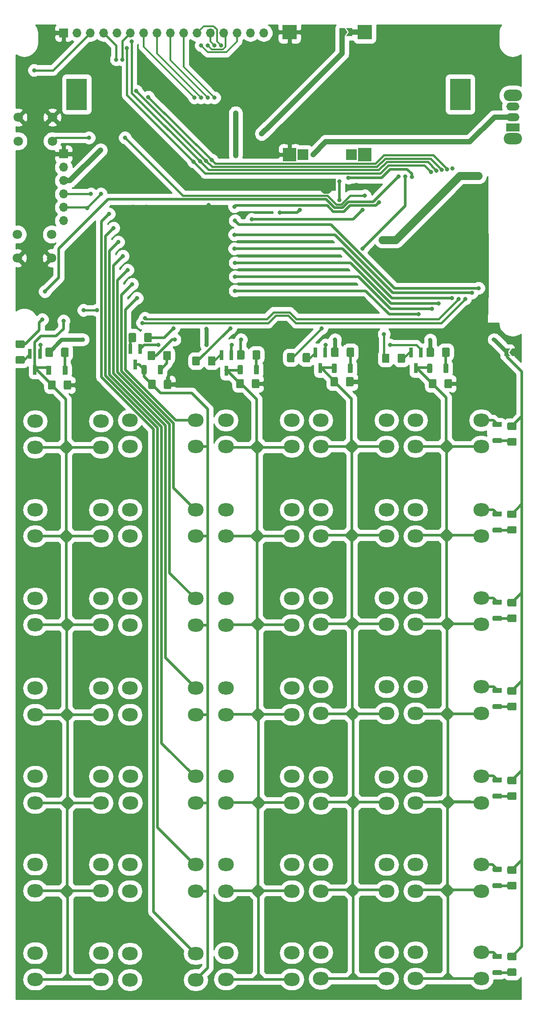
<source format=gbl>
G04 #@! TF.GenerationSoftware,KiCad,Pcbnew,(5.1.2)-1*
G04 #@! TF.CreationDate,2020-06-29T09:09:19+02:00*
G04 #@! TF.ProjectId,projet,70726f6a-6574-42e6-9b69-6361645f7063,rev?*
G04 #@! TF.SameCoordinates,Original*
G04 #@! TF.FileFunction,Copper,L2,Bot*
G04 #@! TF.FilePolarity,Positive*
%FSLAX46Y46*%
G04 Gerber Fmt 4.6, Leading zero omitted, Abs format (unit mm)*
G04 Created by KiCad (PCBNEW (5.1.2)-1) date 2020-06-29 09:09:19*
%MOMM*%
%LPD*%
G04 APERTURE LIST*
%ADD10C,0.100000*%
%ADD11O,3.000000X2.500000*%
%ADD12C,0.500000*%
%ADD13C,1.425000*%
%ADD14R,0.800000X1.900000*%
%ADD15R,4.000000X6.000000*%
%ADD16O,3.500000X2.200000*%
%ADD17O,2.500000X1.500000*%
%ADD18R,2.500000X1.500000*%
%ADD19O,1.700000X1.700000*%
%ADD20R,1.700000X1.700000*%
%ADD21C,1.800000*%
%ADD22R,2.500000X2.500000*%
%ADD23R,2.000000X2.000000*%
%ADD24R,2.700000X2.700000*%
%ADD25C,0.300000*%
%ADD26C,0.950000*%
%ADD27C,1.000000*%
%ADD28C,0.800000*%
%ADD29C,0.410000*%
%ADD30C,2.000000*%
%ADD31C,0.800000*%
%ADD32C,0.400000*%
%ADD33C,0.500000*%
%ADD34C,1.000000*%
%ADD35C,1.500000*%
%ADD36C,0.300000*%
%ADD37C,0.254000*%
G04 APERTURE END LIST*
D10*
G36*
X136779000Y-102851000D02*
G01*
X135382000Y-104248000D01*
X133985000Y-102851000D01*
X135382000Y-101454000D01*
X136779000Y-102851000D01*
G37*
X136779000Y-102851000D02*
X135382000Y-104248000D01*
X133985000Y-102851000D01*
X135382000Y-101454000D01*
X136779000Y-102851000D01*
G36*
X137033000Y-204070000D02*
G01*
X134239000Y-204070000D01*
X135636000Y-202673000D01*
X137033000Y-204070000D01*
G37*
X137033000Y-204070000D02*
X134239000Y-204070000D01*
X135636000Y-202673000D01*
X137033000Y-204070000D01*
G36*
X136906000Y-187179000D02*
G01*
X135509000Y-188576000D01*
X134112000Y-187179000D01*
X135509000Y-185782000D01*
X136906000Y-187179000D01*
G37*
X136906000Y-187179000D02*
X135509000Y-188576000D01*
X134112000Y-187179000D01*
X135509000Y-185782000D01*
X136906000Y-187179000D01*
G36*
X137033000Y-170415000D02*
G01*
X135636000Y-171812000D01*
X134239000Y-170415000D01*
X135636000Y-169018000D01*
X137033000Y-170415000D01*
G37*
X137033000Y-170415000D02*
X135636000Y-171812000D01*
X134239000Y-170415000D01*
X135636000Y-169018000D01*
X137033000Y-170415000D01*
G36*
X136906000Y-153651000D02*
G01*
X135509000Y-155048000D01*
X134112000Y-153651000D01*
X135509000Y-152254000D01*
X136906000Y-153651000D01*
G37*
X136906000Y-153651000D02*
X135509000Y-155048000D01*
X134112000Y-153651000D01*
X135509000Y-152254000D01*
X136906000Y-153651000D01*
G36*
X136906000Y-136506000D02*
G01*
X135509000Y-137903000D01*
X134112000Y-136506000D01*
X135509000Y-135109000D01*
X136906000Y-136506000D01*
G37*
X136906000Y-136506000D02*
X135509000Y-137903000D01*
X134112000Y-136506000D01*
X135509000Y-135109000D01*
X136906000Y-136506000D01*
G36*
X136779000Y-119742000D02*
G01*
X135382000Y-121139000D01*
X133985000Y-119742000D01*
X135382000Y-118345000D01*
X136779000Y-119742000D01*
G37*
X136779000Y-119742000D02*
X135382000Y-121139000D01*
X133985000Y-119742000D01*
X135382000Y-118345000D01*
X136779000Y-119742000D01*
G36*
X118745000Y-102851000D02*
G01*
X117348000Y-104248000D01*
X115951000Y-102851000D01*
X117348000Y-101454000D01*
X118745000Y-102851000D01*
G37*
X118745000Y-102851000D02*
X117348000Y-104248000D01*
X115951000Y-102851000D01*
X117348000Y-101454000D01*
X118745000Y-102851000D01*
G36*
X118999000Y-204070000D02*
G01*
X116205000Y-204070000D01*
X117602000Y-202673000D01*
X118999000Y-204070000D01*
G37*
X118999000Y-204070000D02*
X116205000Y-204070000D01*
X117602000Y-202673000D01*
X118999000Y-204070000D01*
G36*
X118872000Y-187179000D02*
G01*
X117475000Y-188576000D01*
X116078000Y-187179000D01*
X117475000Y-185782000D01*
X118872000Y-187179000D01*
G37*
X118872000Y-187179000D02*
X117475000Y-188576000D01*
X116078000Y-187179000D01*
X117475000Y-185782000D01*
X118872000Y-187179000D01*
G36*
X118999000Y-170415000D02*
G01*
X117602000Y-171812000D01*
X116205000Y-170415000D01*
X117602000Y-169018000D01*
X118999000Y-170415000D01*
G37*
X118999000Y-170415000D02*
X117602000Y-171812000D01*
X116205000Y-170415000D01*
X117602000Y-169018000D01*
X118999000Y-170415000D01*
G36*
X118872000Y-153651000D02*
G01*
X117475000Y-155048000D01*
X116078000Y-153651000D01*
X117475000Y-152254000D01*
X118872000Y-153651000D01*
G37*
X118872000Y-153651000D02*
X117475000Y-155048000D01*
X116078000Y-153651000D01*
X117475000Y-152254000D01*
X118872000Y-153651000D01*
G36*
X118872000Y-136506000D02*
G01*
X117475000Y-137903000D01*
X116078000Y-136506000D01*
X117475000Y-135109000D01*
X118872000Y-136506000D01*
G37*
X118872000Y-136506000D02*
X117475000Y-137903000D01*
X116078000Y-136506000D01*
X117475000Y-135109000D01*
X118872000Y-136506000D01*
G36*
X118745000Y-119742000D02*
G01*
X117348000Y-121139000D01*
X115951000Y-119742000D01*
X117348000Y-118345000D01*
X118745000Y-119742000D01*
G37*
X118745000Y-119742000D02*
X117348000Y-121139000D01*
X115951000Y-119742000D01*
X117348000Y-118345000D01*
X118745000Y-119742000D01*
G36*
X100711000Y-102978000D02*
G01*
X99314000Y-104375000D01*
X97917000Y-102978000D01*
X99314000Y-101581000D01*
X100711000Y-102978000D01*
G37*
X100711000Y-102978000D02*
X99314000Y-104375000D01*
X97917000Y-102978000D01*
X99314000Y-101581000D01*
X100711000Y-102978000D01*
G36*
X100965000Y-204197000D02*
G01*
X98171000Y-204197000D01*
X99568000Y-202800000D01*
X100965000Y-204197000D01*
G37*
X100965000Y-204197000D02*
X98171000Y-204197000D01*
X99568000Y-202800000D01*
X100965000Y-204197000D01*
G36*
X100838000Y-187306000D02*
G01*
X99441000Y-188703000D01*
X98044000Y-187306000D01*
X99441000Y-185909000D01*
X100838000Y-187306000D01*
G37*
X100838000Y-187306000D02*
X99441000Y-188703000D01*
X98044000Y-187306000D01*
X99441000Y-185909000D01*
X100838000Y-187306000D01*
G36*
X100965000Y-170542000D02*
G01*
X99568000Y-171939000D01*
X98171000Y-170542000D01*
X99568000Y-169145000D01*
X100965000Y-170542000D01*
G37*
X100965000Y-170542000D02*
X99568000Y-171939000D01*
X98171000Y-170542000D01*
X99568000Y-169145000D01*
X100965000Y-170542000D01*
G36*
X100838000Y-153778000D02*
G01*
X99441000Y-155175000D01*
X98044000Y-153778000D01*
X99441000Y-152381000D01*
X100838000Y-153778000D01*
G37*
X100838000Y-153778000D02*
X99441000Y-155175000D01*
X98044000Y-153778000D01*
X99441000Y-152381000D01*
X100838000Y-153778000D01*
G36*
X100838000Y-136633000D02*
G01*
X99441000Y-138030000D01*
X98044000Y-136633000D01*
X99441000Y-135236000D01*
X100838000Y-136633000D01*
G37*
X100838000Y-136633000D02*
X99441000Y-138030000D01*
X98044000Y-136633000D01*
X99441000Y-135236000D01*
X100838000Y-136633000D01*
G36*
X100711000Y-119869000D02*
G01*
X99314000Y-121266000D01*
X97917000Y-119869000D01*
X99314000Y-118472000D01*
X100711000Y-119869000D01*
G37*
X100711000Y-119869000D02*
X99314000Y-121266000D01*
X97917000Y-119869000D01*
X99314000Y-118472000D01*
X100711000Y-119869000D01*
G36*
X64643000Y-204216000D02*
G01*
X61849000Y-204216000D01*
X63246000Y-202819000D01*
X64643000Y-204216000D01*
G37*
X64643000Y-204216000D02*
X61849000Y-204216000D01*
X63246000Y-202819000D01*
X64643000Y-204216000D01*
G36*
X64516000Y-187325000D02*
G01*
X63119000Y-188722000D01*
X61722000Y-187325000D01*
X63119000Y-185928000D01*
X64516000Y-187325000D01*
G37*
X64516000Y-187325000D02*
X63119000Y-188722000D01*
X61722000Y-187325000D01*
X63119000Y-185928000D01*
X64516000Y-187325000D01*
G36*
X64643000Y-170561000D02*
G01*
X63246000Y-171958000D01*
X61849000Y-170561000D01*
X63246000Y-169164000D01*
X64643000Y-170561000D01*
G37*
X64643000Y-170561000D02*
X63246000Y-171958000D01*
X61849000Y-170561000D01*
X63246000Y-169164000D01*
X64643000Y-170561000D01*
G36*
X64516000Y-153797000D02*
G01*
X63119000Y-155194000D01*
X61722000Y-153797000D01*
X63119000Y-152400000D01*
X64516000Y-153797000D01*
G37*
X64516000Y-153797000D02*
X63119000Y-155194000D01*
X61722000Y-153797000D01*
X63119000Y-152400000D01*
X64516000Y-153797000D01*
G36*
X64516000Y-136652000D02*
G01*
X63119000Y-138049000D01*
X61722000Y-136652000D01*
X63119000Y-135255000D01*
X64516000Y-136652000D01*
G37*
X64516000Y-136652000D02*
X63119000Y-138049000D01*
X61722000Y-136652000D01*
X63119000Y-135255000D01*
X64516000Y-136652000D01*
G36*
X64389000Y-119888000D02*
G01*
X62992000Y-121285000D01*
X61595000Y-119888000D01*
X62992000Y-118491000D01*
X64389000Y-119888000D01*
G37*
X64389000Y-119888000D02*
X62992000Y-121285000D01*
X61595000Y-119888000D01*
X62992000Y-118491000D01*
X64389000Y-119888000D01*
G36*
X64389000Y-102997000D02*
G01*
X62992000Y-104394000D01*
X61595000Y-102997000D01*
X62992000Y-101600000D01*
X64389000Y-102997000D01*
G37*
X64389000Y-102997000D02*
X62992000Y-104394000D01*
X61595000Y-102997000D01*
X62992000Y-101600000D01*
X64389000Y-102997000D01*
G36*
X88265000Y-188214000D02*
G01*
X87376000Y-187325000D01*
X88265000Y-186436000D01*
X88265000Y-188214000D01*
G37*
X88265000Y-188214000D02*
X87376000Y-187325000D01*
X88265000Y-186436000D01*
X88265000Y-188214000D01*
G36*
X88265000Y-171450000D02*
G01*
X87376000Y-170561000D01*
X88265000Y-169672000D01*
X88265000Y-171450000D01*
G37*
X88265000Y-171450000D02*
X87376000Y-170561000D01*
X88265000Y-169672000D01*
X88265000Y-171450000D01*
G36*
X88265000Y-154686000D02*
G01*
X87376000Y-153797000D01*
X88265000Y-152908000D01*
X88265000Y-154686000D01*
G37*
X88265000Y-154686000D02*
X87376000Y-153797000D01*
X88265000Y-152908000D01*
X88265000Y-154686000D01*
G36*
X88265000Y-137668000D02*
G01*
X87376000Y-136779000D01*
X88265000Y-135890000D01*
X88265000Y-137668000D01*
G37*
X88265000Y-137668000D02*
X87376000Y-136779000D01*
X88265000Y-135890000D01*
X88265000Y-137668000D01*
G36*
X88265000Y-120777000D02*
G01*
X87376000Y-119888000D01*
X88265000Y-118999000D01*
X88265000Y-120777000D01*
G37*
X88265000Y-120777000D02*
X87376000Y-119888000D01*
X88265000Y-118999000D01*
X88265000Y-120777000D01*
G36*
X88265000Y-103759000D02*
G01*
X87376000Y-102870000D01*
X88265000Y-101981000D01*
X88265000Y-103759000D01*
G37*
X88265000Y-103759000D02*
X87376000Y-102870000D01*
X88265000Y-101981000D01*
X88265000Y-103759000D01*
D11*
X69596000Y-98044000D03*
X69596000Y-103044000D03*
X57096000Y-98044000D03*
X57096000Y-103044000D03*
X141986000Y-198962000D03*
X141986000Y-203962000D03*
X129486000Y-198962000D03*
X129486000Y-203962000D03*
X141986000Y-182325000D03*
X141986000Y-187325000D03*
X129486000Y-182325000D03*
X129486000Y-187325000D03*
X141986000Y-165561000D03*
X141986000Y-170561000D03*
X129486000Y-165561000D03*
X129486000Y-170561000D03*
X141986000Y-148543000D03*
X141986000Y-153543000D03*
X129486000Y-148543000D03*
X129486000Y-153543000D03*
X141986000Y-131652000D03*
X141986000Y-136652000D03*
X129486000Y-131652000D03*
X129486000Y-136652000D03*
X141986000Y-114888000D03*
X141986000Y-119888000D03*
X129486000Y-114888000D03*
X129486000Y-119888000D03*
X141986000Y-97870000D03*
X141986000Y-102870000D03*
X129486000Y-97870000D03*
X129486000Y-102870000D03*
X123952000Y-198962000D03*
X123952000Y-203962000D03*
X111452000Y-198962000D03*
X111452000Y-203962000D03*
X123952000Y-182325000D03*
X123952000Y-187325000D03*
X111452000Y-182325000D03*
X111452000Y-187325000D03*
X123952000Y-165688000D03*
X123952000Y-170688000D03*
X111452000Y-165688000D03*
X111452000Y-170688000D03*
X123952000Y-148543000D03*
X123952000Y-153543000D03*
X111452000Y-148543000D03*
X111452000Y-153543000D03*
X123952000Y-131652000D03*
X123952000Y-136652000D03*
X111452000Y-131652000D03*
X111452000Y-136652000D03*
X123952000Y-114888000D03*
X123952000Y-119888000D03*
X111452000Y-114888000D03*
X111452000Y-119888000D03*
X123952000Y-97870000D03*
X123952000Y-102870000D03*
X111452000Y-97870000D03*
X111452000Y-102870000D03*
X105918000Y-199089000D03*
X105918000Y-204089000D03*
X93418000Y-199089000D03*
X93418000Y-204089000D03*
X105918000Y-182325000D03*
X105918000Y-187325000D03*
X93418000Y-182325000D03*
X93418000Y-187325000D03*
X105918000Y-165561000D03*
X105918000Y-170561000D03*
X93418000Y-165561000D03*
X93418000Y-170561000D03*
X105918000Y-148797000D03*
X105918000Y-153797000D03*
X93418000Y-148797000D03*
X93418000Y-153797000D03*
X105918000Y-131779000D03*
X105918000Y-136779000D03*
X93418000Y-131779000D03*
X93418000Y-136779000D03*
X105918000Y-114888000D03*
X105918000Y-119888000D03*
X93418000Y-114888000D03*
X93418000Y-119888000D03*
X105918000Y-97870000D03*
X105918000Y-102870000D03*
X93418000Y-97870000D03*
X93418000Y-102870000D03*
X87630000Y-199216000D03*
X87630000Y-204216000D03*
X75130000Y-199216000D03*
X75130000Y-204216000D03*
X87630000Y-182325000D03*
X87630000Y-187325000D03*
X75130000Y-182325000D03*
X75130000Y-187325000D03*
X87684000Y-165561000D03*
X87684000Y-170561000D03*
X75184000Y-165561000D03*
X75184000Y-170561000D03*
X87630000Y-148797000D03*
X87630000Y-153797000D03*
X75130000Y-148797000D03*
X75130000Y-153797000D03*
X87630000Y-131779000D03*
X87630000Y-136779000D03*
X75130000Y-131779000D03*
X75130000Y-136779000D03*
X87630000Y-114888000D03*
X87630000Y-119888000D03*
X75130000Y-114888000D03*
X75130000Y-119888000D03*
X87630000Y-97870000D03*
X87630000Y-102870000D03*
X75130000Y-97870000D03*
X75130000Y-102870000D03*
X69596000Y-199108000D03*
X69596000Y-204108000D03*
X57096000Y-199108000D03*
X57096000Y-204108000D03*
X69596000Y-182264000D03*
X69596000Y-187264000D03*
X57096000Y-182264000D03*
X57096000Y-187264000D03*
X69596000Y-165561000D03*
X69596000Y-170561000D03*
X57096000Y-165561000D03*
X57096000Y-170561000D03*
X69596000Y-148797000D03*
X69596000Y-153797000D03*
X57096000Y-148797000D03*
X57096000Y-153797000D03*
X69596000Y-131732000D03*
X69596000Y-136732000D03*
X57096000Y-131732000D03*
X57096000Y-136732000D03*
X69596000Y-114888000D03*
X69596000Y-119888000D03*
X57096000Y-114888000D03*
X57096000Y-119888000D03*
D12*
X113406000Y-53848000D03*
X112456000Y-54423000D03*
X112456000Y-53273000D03*
X111506000Y-53848000D03*
D10*
G36*
X99547004Y-90058204D02*
G01*
X99571273Y-90061804D01*
X99595071Y-90067765D01*
X99618171Y-90076030D01*
X99640349Y-90086520D01*
X99661393Y-90099133D01*
X99681098Y-90113747D01*
X99699277Y-90130223D01*
X99715753Y-90148402D01*
X99730367Y-90168107D01*
X99742980Y-90189151D01*
X99753470Y-90211329D01*
X99761735Y-90234429D01*
X99767696Y-90258227D01*
X99771296Y-90282496D01*
X99772500Y-90307000D01*
X99772500Y-91557000D01*
X99771296Y-91581504D01*
X99767696Y-91605773D01*
X99761735Y-91629571D01*
X99753470Y-91652671D01*
X99742980Y-91674849D01*
X99730367Y-91695893D01*
X99715753Y-91715598D01*
X99699277Y-91733777D01*
X99681098Y-91750253D01*
X99661393Y-91764867D01*
X99640349Y-91777480D01*
X99618171Y-91787970D01*
X99595071Y-91796235D01*
X99571273Y-91802196D01*
X99547004Y-91805796D01*
X99522500Y-91807000D01*
X98597500Y-91807000D01*
X98572996Y-91805796D01*
X98548727Y-91802196D01*
X98524929Y-91796235D01*
X98501829Y-91787970D01*
X98479651Y-91777480D01*
X98458607Y-91764867D01*
X98438902Y-91750253D01*
X98420723Y-91733777D01*
X98404247Y-91715598D01*
X98389633Y-91695893D01*
X98377020Y-91674849D01*
X98366530Y-91652671D01*
X98358265Y-91629571D01*
X98352304Y-91605773D01*
X98348704Y-91581504D01*
X98347500Y-91557000D01*
X98347500Y-90307000D01*
X98348704Y-90282496D01*
X98352304Y-90258227D01*
X98358265Y-90234429D01*
X98366530Y-90211329D01*
X98377020Y-90189151D01*
X98389633Y-90168107D01*
X98404247Y-90148402D01*
X98420723Y-90130223D01*
X98438902Y-90113747D01*
X98458607Y-90099133D01*
X98479651Y-90086520D01*
X98501829Y-90076030D01*
X98524929Y-90067765D01*
X98548727Y-90061804D01*
X98572996Y-90058204D01*
X98597500Y-90057000D01*
X99522500Y-90057000D01*
X99547004Y-90058204D01*
X99547004Y-90058204D01*
G37*
D13*
X99060000Y-90932000D03*
D10*
G36*
X96572004Y-90058204D02*
G01*
X96596273Y-90061804D01*
X96620071Y-90067765D01*
X96643171Y-90076030D01*
X96665349Y-90086520D01*
X96686393Y-90099133D01*
X96706098Y-90113747D01*
X96724277Y-90130223D01*
X96740753Y-90148402D01*
X96755367Y-90168107D01*
X96767980Y-90189151D01*
X96778470Y-90211329D01*
X96786735Y-90234429D01*
X96792696Y-90258227D01*
X96796296Y-90282496D01*
X96797500Y-90307000D01*
X96797500Y-91557000D01*
X96796296Y-91581504D01*
X96792696Y-91605773D01*
X96786735Y-91629571D01*
X96778470Y-91652671D01*
X96767980Y-91674849D01*
X96755367Y-91695893D01*
X96740753Y-91715598D01*
X96724277Y-91733777D01*
X96706098Y-91750253D01*
X96686393Y-91764867D01*
X96665349Y-91777480D01*
X96643171Y-91787970D01*
X96620071Y-91796235D01*
X96596273Y-91802196D01*
X96572004Y-91805796D01*
X96547500Y-91807000D01*
X95622500Y-91807000D01*
X95597996Y-91805796D01*
X95573727Y-91802196D01*
X95549929Y-91796235D01*
X95526829Y-91787970D01*
X95504651Y-91777480D01*
X95483607Y-91764867D01*
X95463902Y-91750253D01*
X95445723Y-91733777D01*
X95429247Y-91715598D01*
X95414633Y-91695893D01*
X95402020Y-91674849D01*
X95391530Y-91652671D01*
X95383265Y-91629571D01*
X95377304Y-91605773D01*
X95373704Y-91581504D01*
X95372500Y-91557000D01*
X95372500Y-90307000D01*
X95373704Y-90282496D01*
X95377304Y-90258227D01*
X95383265Y-90234429D01*
X95391530Y-90211329D01*
X95402020Y-90189151D01*
X95414633Y-90168107D01*
X95429247Y-90148402D01*
X95445723Y-90130223D01*
X95463902Y-90113747D01*
X95483607Y-90099133D01*
X95504651Y-90086520D01*
X95526829Y-90076030D01*
X95549929Y-90067765D01*
X95573727Y-90061804D01*
X95597996Y-90058204D01*
X95622500Y-90057000D01*
X96547500Y-90057000D01*
X96572004Y-90058204D01*
X96572004Y-90058204D01*
G37*
D13*
X96085000Y-90932000D03*
D10*
G36*
X91177004Y-85734204D02*
G01*
X91201273Y-85737804D01*
X91225071Y-85743765D01*
X91248171Y-85752030D01*
X91270349Y-85762520D01*
X91291393Y-85775133D01*
X91311098Y-85789747D01*
X91329277Y-85806223D01*
X91345753Y-85824402D01*
X91360367Y-85844107D01*
X91372980Y-85865151D01*
X91383470Y-85887329D01*
X91391735Y-85910429D01*
X91397696Y-85934227D01*
X91401296Y-85958496D01*
X91402500Y-85983000D01*
X91402500Y-87233000D01*
X91401296Y-87257504D01*
X91397696Y-87281773D01*
X91391735Y-87305571D01*
X91383470Y-87328671D01*
X91372980Y-87350849D01*
X91360367Y-87371893D01*
X91345753Y-87391598D01*
X91329277Y-87409777D01*
X91311098Y-87426253D01*
X91291393Y-87440867D01*
X91270349Y-87453480D01*
X91248171Y-87463970D01*
X91225071Y-87472235D01*
X91201273Y-87478196D01*
X91177004Y-87481796D01*
X91152500Y-87483000D01*
X90227500Y-87483000D01*
X90202996Y-87481796D01*
X90178727Y-87478196D01*
X90154929Y-87472235D01*
X90131829Y-87463970D01*
X90109651Y-87453480D01*
X90088607Y-87440867D01*
X90068902Y-87426253D01*
X90050723Y-87409777D01*
X90034247Y-87391598D01*
X90019633Y-87371893D01*
X90007020Y-87350849D01*
X89996530Y-87328671D01*
X89988265Y-87305571D01*
X89982304Y-87281773D01*
X89978704Y-87257504D01*
X89977500Y-87233000D01*
X89977500Y-85983000D01*
X89978704Y-85958496D01*
X89982304Y-85934227D01*
X89988265Y-85910429D01*
X89996530Y-85887329D01*
X90007020Y-85865151D01*
X90019633Y-85844107D01*
X90034247Y-85824402D01*
X90050723Y-85806223D01*
X90068902Y-85789747D01*
X90088607Y-85775133D01*
X90109651Y-85762520D01*
X90131829Y-85752030D01*
X90154929Y-85743765D01*
X90178727Y-85737804D01*
X90202996Y-85734204D01*
X90227500Y-85733000D01*
X91152500Y-85733000D01*
X91177004Y-85734204D01*
X91177004Y-85734204D01*
G37*
D13*
X90690000Y-86608000D03*
D10*
G36*
X88202004Y-85734204D02*
G01*
X88226273Y-85737804D01*
X88250071Y-85743765D01*
X88273171Y-85752030D01*
X88295349Y-85762520D01*
X88316393Y-85775133D01*
X88336098Y-85789747D01*
X88354277Y-85806223D01*
X88370753Y-85824402D01*
X88385367Y-85844107D01*
X88397980Y-85865151D01*
X88408470Y-85887329D01*
X88416735Y-85910429D01*
X88422696Y-85934227D01*
X88426296Y-85958496D01*
X88427500Y-85983000D01*
X88427500Y-87233000D01*
X88426296Y-87257504D01*
X88422696Y-87281773D01*
X88416735Y-87305571D01*
X88408470Y-87328671D01*
X88397980Y-87350849D01*
X88385367Y-87371893D01*
X88370753Y-87391598D01*
X88354277Y-87409777D01*
X88336098Y-87426253D01*
X88316393Y-87440867D01*
X88295349Y-87453480D01*
X88273171Y-87463970D01*
X88250071Y-87472235D01*
X88226273Y-87478196D01*
X88202004Y-87481796D01*
X88177500Y-87483000D01*
X87252500Y-87483000D01*
X87227996Y-87481796D01*
X87203727Y-87478196D01*
X87179929Y-87472235D01*
X87156829Y-87463970D01*
X87134651Y-87453480D01*
X87113607Y-87440867D01*
X87093902Y-87426253D01*
X87075723Y-87409777D01*
X87059247Y-87391598D01*
X87044633Y-87371893D01*
X87032020Y-87350849D01*
X87021530Y-87328671D01*
X87013265Y-87305571D01*
X87007304Y-87281773D01*
X87003704Y-87257504D01*
X87002500Y-87233000D01*
X87002500Y-85983000D01*
X87003704Y-85958496D01*
X87007304Y-85934227D01*
X87013265Y-85910429D01*
X87021530Y-85887329D01*
X87032020Y-85865151D01*
X87044633Y-85844107D01*
X87059247Y-85824402D01*
X87075723Y-85806223D01*
X87093902Y-85789747D01*
X87113607Y-85775133D01*
X87134651Y-85762520D01*
X87156829Y-85752030D01*
X87179929Y-85743765D01*
X87203727Y-85737804D01*
X87227996Y-85734204D01*
X87252500Y-85733000D01*
X88177500Y-85733000D01*
X88202004Y-85734204D01*
X88202004Y-85734204D01*
G37*
D13*
X87715000Y-86608000D03*
D10*
G36*
X136213504Y-90058204D02*
G01*
X136237773Y-90061804D01*
X136261571Y-90067765D01*
X136284671Y-90076030D01*
X136306849Y-90086520D01*
X136327893Y-90099133D01*
X136347598Y-90113747D01*
X136365777Y-90130223D01*
X136382253Y-90148402D01*
X136396867Y-90168107D01*
X136409480Y-90189151D01*
X136419970Y-90211329D01*
X136428235Y-90234429D01*
X136434196Y-90258227D01*
X136437796Y-90282496D01*
X136439000Y-90307000D01*
X136439000Y-91557000D01*
X136437796Y-91581504D01*
X136434196Y-91605773D01*
X136428235Y-91629571D01*
X136419970Y-91652671D01*
X136409480Y-91674849D01*
X136396867Y-91695893D01*
X136382253Y-91715598D01*
X136365777Y-91733777D01*
X136347598Y-91750253D01*
X136327893Y-91764867D01*
X136306849Y-91777480D01*
X136284671Y-91787970D01*
X136261571Y-91796235D01*
X136237773Y-91802196D01*
X136213504Y-91805796D01*
X136189000Y-91807000D01*
X135264000Y-91807000D01*
X135239496Y-91805796D01*
X135215227Y-91802196D01*
X135191429Y-91796235D01*
X135168329Y-91787970D01*
X135146151Y-91777480D01*
X135125107Y-91764867D01*
X135105402Y-91750253D01*
X135087223Y-91733777D01*
X135070747Y-91715598D01*
X135056133Y-91695893D01*
X135043520Y-91674849D01*
X135033030Y-91652671D01*
X135024765Y-91629571D01*
X135018804Y-91605773D01*
X135015204Y-91581504D01*
X135014000Y-91557000D01*
X135014000Y-90307000D01*
X135015204Y-90282496D01*
X135018804Y-90258227D01*
X135024765Y-90234429D01*
X135033030Y-90211329D01*
X135043520Y-90189151D01*
X135056133Y-90168107D01*
X135070747Y-90148402D01*
X135087223Y-90130223D01*
X135105402Y-90113747D01*
X135125107Y-90099133D01*
X135146151Y-90086520D01*
X135168329Y-90076030D01*
X135191429Y-90067765D01*
X135215227Y-90061804D01*
X135239496Y-90058204D01*
X135264000Y-90057000D01*
X136189000Y-90057000D01*
X136213504Y-90058204D01*
X136213504Y-90058204D01*
G37*
D13*
X135726500Y-90932000D03*
D10*
G36*
X133238504Y-90058204D02*
G01*
X133262773Y-90061804D01*
X133286571Y-90067765D01*
X133309671Y-90076030D01*
X133331849Y-90086520D01*
X133352893Y-90099133D01*
X133372598Y-90113747D01*
X133390777Y-90130223D01*
X133407253Y-90148402D01*
X133421867Y-90168107D01*
X133434480Y-90189151D01*
X133444970Y-90211329D01*
X133453235Y-90234429D01*
X133459196Y-90258227D01*
X133462796Y-90282496D01*
X133464000Y-90307000D01*
X133464000Y-91557000D01*
X133462796Y-91581504D01*
X133459196Y-91605773D01*
X133453235Y-91629571D01*
X133444970Y-91652671D01*
X133434480Y-91674849D01*
X133421867Y-91695893D01*
X133407253Y-91715598D01*
X133390777Y-91733777D01*
X133372598Y-91750253D01*
X133352893Y-91764867D01*
X133331849Y-91777480D01*
X133309671Y-91787970D01*
X133286571Y-91796235D01*
X133262773Y-91802196D01*
X133238504Y-91805796D01*
X133214000Y-91807000D01*
X132289000Y-91807000D01*
X132264496Y-91805796D01*
X132240227Y-91802196D01*
X132216429Y-91796235D01*
X132193329Y-91787970D01*
X132171151Y-91777480D01*
X132150107Y-91764867D01*
X132130402Y-91750253D01*
X132112223Y-91733777D01*
X132095747Y-91715598D01*
X132081133Y-91695893D01*
X132068520Y-91674849D01*
X132058030Y-91652671D01*
X132049765Y-91629571D01*
X132043804Y-91605773D01*
X132040204Y-91581504D01*
X132039000Y-91557000D01*
X132039000Y-90307000D01*
X132040204Y-90282496D01*
X132043804Y-90258227D01*
X132049765Y-90234429D01*
X132058030Y-90211329D01*
X132068520Y-90189151D01*
X132081133Y-90168107D01*
X132095747Y-90148402D01*
X132112223Y-90130223D01*
X132130402Y-90113747D01*
X132150107Y-90099133D01*
X132171151Y-90086520D01*
X132193329Y-90076030D01*
X132216429Y-90067765D01*
X132240227Y-90061804D01*
X132264496Y-90058204D01*
X132289000Y-90057000D01*
X133214000Y-90057000D01*
X133238504Y-90058204D01*
X133238504Y-90058204D01*
G37*
D13*
X132751500Y-90932000D03*
D10*
G36*
X127264504Y-85226204D02*
G01*
X127288773Y-85229804D01*
X127312571Y-85235765D01*
X127335671Y-85244030D01*
X127357849Y-85254520D01*
X127378893Y-85267133D01*
X127398598Y-85281747D01*
X127416777Y-85298223D01*
X127433253Y-85316402D01*
X127447867Y-85336107D01*
X127460480Y-85357151D01*
X127470970Y-85379329D01*
X127479235Y-85402429D01*
X127485196Y-85426227D01*
X127488796Y-85450496D01*
X127490000Y-85475000D01*
X127490000Y-86725000D01*
X127488796Y-86749504D01*
X127485196Y-86773773D01*
X127479235Y-86797571D01*
X127470970Y-86820671D01*
X127460480Y-86842849D01*
X127447867Y-86863893D01*
X127433253Y-86883598D01*
X127416777Y-86901777D01*
X127398598Y-86918253D01*
X127378893Y-86932867D01*
X127357849Y-86945480D01*
X127335671Y-86955970D01*
X127312571Y-86964235D01*
X127288773Y-86970196D01*
X127264504Y-86973796D01*
X127240000Y-86975000D01*
X126315000Y-86975000D01*
X126290496Y-86973796D01*
X126266227Y-86970196D01*
X126242429Y-86964235D01*
X126219329Y-86955970D01*
X126197151Y-86945480D01*
X126176107Y-86932867D01*
X126156402Y-86918253D01*
X126138223Y-86901777D01*
X126121747Y-86883598D01*
X126107133Y-86863893D01*
X126094520Y-86842849D01*
X126084030Y-86820671D01*
X126075765Y-86797571D01*
X126069804Y-86773773D01*
X126066204Y-86749504D01*
X126065000Y-86725000D01*
X126065000Y-85475000D01*
X126066204Y-85450496D01*
X126069804Y-85426227D01*
X126075765Y-85402429D01*
X126084030Y-85379329D01*
X126094520Y-85357151D01*
X126107133Y-85336107D01*
X126121747Y-85316402D01*
X126138223Y-85298223D01*
X126156402Y-85281747D01*
X126176107Y-85267133D01*
X126197151Y-85254520D01*
X126219329Y-85244030D01*
X126242429Y-85235765D01*
X126266227Y-85229804D01*
X126290496Y-85226204D01*
X126315000Y-85225000D01*
X127240000Y-85225000D01*
X127264504Y-85226204D01*
X127264504Y-85226204D01*
G37*
D13*
X126777500Y-86100000D03*
D10*
G36*
X124289504Y-85226204D02*
G01*
X124313773Y-85229804D01*
X124337571Y-85235765D01*
X124360671Y-85244030D01*
X124382849Y-85254520D01*
X124403893Y-85267133D01*
X124423598Y-85281747D01*
X124441777Y-85298223D01*
X124458253Y-85316402D01*
X124472867Y-85336107D01*
X124485480Y-85357151D01*
X124495970Y-85379329D01*
X124504235Y-85402429D01*
X124510196Y-85426227D01*
X124513796Y-85450496D01*
X124515000Y-85475000D01*
X124515000Y-86725000D01*
X124513796Y-86749504D01*
X124510196Y-86773773D01*
X124504235Y-86797571D01*
X124495970Y-86820671D01*
X124485480Y-86842849D01*
X124472867Y-86863893D01*
X124458253Y-86883598D01*
X124441777Y-86901777D01*
X124423598Y-86918253D01*
X124403893Y-86932867D01*
X124382849Y-86945480D01*
X124360671Y-86955970D01*
X124337571Y-86964235D01*
X124313773Y-86970196D01*
X124289504Y-86973796D01*
X124265000Y-86975000D01*
X123340000Y-86975000D01*
X123315496Y-86973796D01*
X123291227Y-86970196D01*
X123267429Y-86964235D01*
X123244329Y-86955970D01*
X123222151Y-86945480D01*
X123201107Y-86932867D01*
X123181402Y-86918253D01*
X123163223Y-86901777D01*
X123146747Y-86883598D01*
X123132133Y-86863893D01*
X123119520Y-86842849D01*
X123109030Y-86820671D01*
X123100765Y-86797571D01*
X123094804Y-86773773D01*
X123091204Y-86749504D01*
X123090000Y-86725000D01*
X123090000Y-85475000D01*
X123091204Y-85450496D01*
X123094804Y-85426227D01*
X123100765Y-85402429D01*
X123109030Y-85379329D01*
X123119520Y-85357151D01*
X123132133Y-85336107D01*
X123146747Y-85316402D01*
X123163223Y-85298223D01*
X123181402Y-85281747D01*
X123201107Y-85267133D01*
X123222151Y-85254520D01*
X123244329Y-85244030D01*
X123267429Y-85235765D01*
X123291227Y-85229804D01*
X123315496Y-85226204D01*
X123340000Y-85225000D01*
X124265000Y-85225000D01*
X124289504Y-85226204D01*
X124289504Y-85226204D01*
G37*
D13*
X123802500Y-86100000D03*
D10*
G36*
X82783004Y-90185204D02*
G01*
X82807273Y-90188804D01*
X82831071Y-90194765D01*
X82854171Y-90203030D01*
X82876349Y-90213520D01*
X82897393Y-90226133D01*
X82917098Y-90240747D01*
X82935277Y-90257223D01*
X82951753Y-90275402D01*
X82966367Y-90295107D01*
X82978980Y-90316151D01*
X82989470Y-90338329D01*
X82997735Y-90361429D01*
X83003696Y-90385227D01*
X83007296Y-90409496D01*
X83008500Y-90434000D01*
X83008500Y-91684000D01*
X83007296Y-91708504D01*
X83003696Y-91732773D01*
X82997735Y-91756571D01*
X82989470Y-91779671D01*
X82978980Y-91801849D01*
X82966367Y-91822893D01*
X82951753Y-91842598D01*
X82935277Y-91860777D01*
X82917098Y-91877253D01*
X82897393Y-91891867D01*
X82876349Y-91904480D01*
X82854171Y-91914970D01*
X82831071Y-91923235D01*
X82807273Y-91929196D01*
X82783004Y-91932796D01*
X82758500Y-91934000D01*
X81833500Y-91934000D01*
X81808996Y-91932796D01*
X81784727Y-91929196D01*
X81760929Y-91923235D01*
X81737829Y-91914970D01*
X81715651Y-91904480D01*
X81694607Y-91891867D01*
X81674902Y-91877253D01*
X81656723Y-91860777D01*
X81640247Y-91842598D01*
X81625633Y-91822893D01*
X81613020Y-91801849D01*
X81602530Y-91779671D01*
X81594265Y-91756571D01*
X81588304Y-91732773D01*
X81584704Y-91708504D01*
X81583500Y-91684000D01*
X81583500Y-90434000D01*
X81584704Y-90409496D01*
X81588304Y-90385227D01*
X81594265Y-90361429D01*
X81602530Y-90338329D01*
X81613020Y-90316151D01*
X81625633Y-90295107D01*
X81640247Y-90275402D01*
X81656723Y-90257223D01*
X81674902Y-90240747D01*
X81694607Y-90226133D01*
X81715651Y-90213520D01*
X81737829Y-90203030D01*
X81760929Y-90194765D01*
X81784727Y-90188804D01*
X81808996Y-90185204D01*
X81833500Y-90184000D01*
X82758500Y-90184000D01*
X82783004Y-90185204D01*
X82783004Y-90185204D01*
G37*
D13*
X82296000Y-91059000D03*
D10*
G36*
X79808004Y-90185204D02*
G01*
X79832273Y-90188804D01*
X79856071Y-90194765D01*
X79879171Y-90203030D01*
X79901349Y-90213520D01*
X79922393Y-90226133D01*
X79942098Y-90240747D01*
X79960277Y-90257223D01*
X79976753Y-90275402D01*
X79991367Y-90295107D01*
X80003980Y-90316151D01*
X80014470Y-90338329D01*
X80022735Y-90361429D01*
X80028696Y-90385227D01*
X80032296Y-90409496D01*
X80033500Y-90434000D01*
X80033500Y-91684000D01*
X80032296Y-91708504D01*
X80028696Y-91732773D01*
X80022735Y-91756571D01*
X80014470Y-91779671D01*
X80003980Y-91801849D01*
X79991367Y-91822893D01*
X79976753Y-91842598D01*
X79960277Y-91860777D01*
X79942098Y-91877253D01*
X79922393Y-91891867D01*
X79901349Y-91904480D01*
X79879171Y-91914970D01*
X79856071Y-91923235D01*
X79832273Y-91929196D01*
X79808004Y-91932796D01*
X79783500Y-91934000D01*
X78858500Y-91934000D01*
X78833996Y-91932796D01*
X78809727Y-91929196D01*
X78785929Y-91923235D01*
X78762829Y-91914970D01*
X78740651Y-91904480D01*
X78719607Y-91891867D01*
X78699902Y-91877253D01*
X78681723Y-91860777D01*
X78665247Y-91842598D01*
X78650633Y-91822893D01*
X78638020Y-91801849D01*
X78627530Y-91779671D01*
X78619265Y-91756571D01*
X78613304Y-91732773D01*
X78609704Y-91708504D01*
X78608500Y-91684000D01*
X78608500Y-90434000D01*
X78609704Y-90409496D01*
X78613304Y-90385227D01*
X78619265Y-90361429D01*
X78627530Y-90338329D01*
X78638020Y-90316151D01*
X78650633Y-90295107D01*
X78665247Y-90275402D01*
X78681723Y-90257223D01*
X78699902Y-90240747D01*
X78719607Y-90226133D01*
X78740651Y-90213520D01*
X78762829Y-90203030D01*
X78785929Y-90194765D01*
X78809727Y-90188804D01*
X78833996Y-90185204D01*
X78858500Y-90184000D01*
X79783500Y-90184000D01*
X79808004Y-90185204D01*
X79808004Y-90185204D01*
G37*
D13*
X79321000Y-91059000D03*
D10*
G36*
X76072004Y-81295204D02*
G01*
X76096273Y-81298804D01*
X76120071Y-81304765D01*
X76143171Y-81313030D01*
X76165349Y-81323520D01*
X76186393Y-81336133D01*
X76206098Y-81350747D01*
X76224277Y-81367223D01*
X76240753Y-81385402D01*
X76255367Y-81405107D01*
X76267980Y-81426151D01*
X76278470Y-81448329D01*
X76286735Y-81471429D01*
X76292696Y-81495227D01*
X76296296Y-81519496D01*
X76297500Y-81544000D01*
X76297500Y-82794000D01*
X76296296Y-82818504D01*
X76292696Y-82842773D01*
X76286735Y-82866571D01*
X76278470Y-82889671D01*
X76267980Y-82911849D01*
X76255367Y-82932893D01*
X76240753Y-82952598D01*
X76224277Y-82970777D01*
X76206098Y-82987253D01*
X76186393Y-83001867D01*
X76165349Y-83014480D01*
X76143171Y-83024970D01*
X76120071Y-83033235D01*
X76096273Y-83039196D01*
X76072004Y-83042796D01*
X76047500Y-83044000D01*
X75122500Y-83044000D01*
X75097996Y-83042796D01*
X75073727Y-83039196D01*
X75049929Y-83033235D01*
X75026829Y-83024970D01*
X75004651Y-83014480D01*
X74983607Y-83001867D01*
X74963902Y-82987253D01*
X74945723Y-82970777D01*
X74929247Y-82952598D01*
X74914633Y-82932893D01*
X74902020Y-82911849D01*
X74891530Y-82889671D01*
X74883265Y-82866571D01*
X74877304Y-82842773D01*
X74873704Y-82818504D01*
X74872500Y-82794000D01*
X74872500Y-81544000D01*
X74873704Y-81519496D01*
X74877304Y-81495227D01*
X74883265Y-81471429D01*
X74891530Y-81448329D01*
X74902020Y-81426151D01*
X74914633Y-81405107D01*
X74929247Y-81385402D01*
X74945723Y-81367223D01*
X74963902Y-81350747D01*
X74983607Y-81336133D01*
X75004651Y-81323520D01*
X75026829Y-81313030D01*
X75049929Y-81304765D01*
X75073727Y-81298804D01*
X75097996Y-81295204D01*
X75122500Y-81294000D01*
X76047500Y-81294000D01*
X76072004Y-81295204D01*
X76072004Y-81295204D01*
G37*
D13*
X75585000Y-82169000D03*
D10*
G36*
X79047004Y-81295204D02*
G01*
X79071273Y-81298804D01*
X79095071Y-81304765D01*
X79118171Y-81313030D01*
X79140349Y-81323520D01*
X79161393Y-81336133D01*
X79181098Y-81350747D01*
X79199277Y-81367223D01*
X79215753Y-81385402D01*
X79230367Y-81405107D01*
X79242980Y-81426151D01*
X79253470Y-81448329D01*
X79261735Y-81471429D01*
X79267696Y-81495227D01*
X79271296Y-81519496D01*
X79272500Y-81544000D01*
X79272500Y-82794000D01*
X79271296Y-82818504D01*
X79267696Y-82842773D01*
X79261735Y-82866571D01*
X79253470Y-82889671D01*
X79242980Y-82911849D01*
X79230367Y-82932893D01*
X79215753Y-82952598D01*
X79199277Y-82970777D01*
X79181098Y-82987253D01*
X79161393Y-83001867D01*
X79140349Y-83014480D01*
X79118171Y-83024970D01*
X79095071Y-83033235D01*
X79071273Y-83039196D01*
X79047004Y-83042796D01*
X79022500Y-83044000D01*
X78097500Y-83044000D01*
X78072996Y-83042796D01*
X78048727Y-83039196D01*
X78024929Y-83033235D01*
X78001829Y-83024970D01*
X77979651Y-83014480D01*
X77958607Y-83001867D01*
X77938902Y-82987253D01*
X77920723Y-82970777D01*
X77904247Y-82952598D01*
X77889633Y-82932893D01*
X77877020Y-82911849D01*
X77866530Y-82889671D01*
X77858265Y-82866571D01*
X77852304Y-82842773D01*
X77848704Y-82818504D01*
X77847500Y-82794000D01*
X77847500Y-81544000D01*
X77848704Y-81519496D01*
X77852304Y-81495227D01*
X77858265Y-81471429D01*
X77866530Y-81448329D01*
X77877020Y-81426151D01*
X77889633Y-81405107D01*
X77904247Y-81385402D01*
X77920723Y-81367223D01*
X77938902Y-81350747D01*
X77958607Y-81336133D01*
X77979651Y-81323520D01*
X78001829Y-81313030D01*
X78024929Y-81304765D01*
X78048727Y-81298804D01*
X78072996Y-81295204D01*
X78097500Y-81294000D01*
X79022500Y-81294000D01*
X79047004Y-81295204D01*
X79047004Y-81295204D01*
G37*
D13*
X78560000Y-82169000D03*
D10*
G36*
X117454004Y-89677204D02*
G01*
X117478273Y-89680804D01*
X117502071Y-89686765D01*
X117525171Y-89695030D01*
X117547349Y-89705520D01*
X117568393Y-89718133D01*
X117588098Y-89732747D01*
X117606277Y-89749223D01*
X117622753Y-89767402D01*
X117637367Y-89787107D01*
X117649980Y-89808151D01*
X117660470Y-89830329D01*
X117668735Y-89853429D01*
X117674696Y-89877227D01*
X117678296Y-89901496D01*
X117679500Y-89926000D01*
X117679500Y-91176000D01*
X117678296Y-91200504D01*
X117674696Y-91224773D01*
X117668735Y-91248571D01*
X117660470Y-91271671D01*
X117649980Y-91293849D01*
X117637367Y-91314893D01*
X117622753Y-91334598D01*
X117606277Y-91352777D01*
X117588098Y-91369253D01*
X117568393Y-91383867D01*
X117547349Y-91396480D01*
X117525171Y-91406970D01*
X117502071Y-91415235D01*
X117478273Y-91421196D01*
X117454004Y-91424796D01*
X117429500Y-91426000D01*
X116504500Y-91426000D01*
X116479996Y-91424796D01*
X116455727Y-91421196D01*
X116431929Y-91415235D01*
X116408829Y-91406970D01*
X116386651Y-91396480D01*
X116365607Y-91383867D01*
X116345902Y-91369253D01*
X116327723Y-91352777D01*
X116311247Y-91334598D01*
X116296633Y-91314893D01*
X116284020Y-91293849D01*
X116273530Y-91271671D01*
X116265265Y-91248571D01*
X116259304Y-91224773D01*
X116255704Y-91200504D01*
X116254500Y-91176000D01*
X116254500Y-89926000D01*
X116255704Y-89901496D01*
X116259304Y-89877227D01*
X116265265Y-89853429D01*
X116273530Y-89830329D01*
X116284020Y-89808151D01*
X116296633Y-89787107D01*
X116311247Y-89767402D01*
X116327723Y-89749223D01*
X116345902Y-89732747D01*
X116365607Y-89718133D01*
X116386651Y-89705520D01*
X116408829Y-89695030D01*
X116431929Y-89686765D01*
X116455727Y-89680804D01*
X116479996Y-89677204D01*
X116504500Y-89676000D01*
X117429500Y-89676000D01*
X117454004Y-89677204D01*
X117454004Y-89677204D01*
G37*
D13*
X116967000Y-90551000D03*
D10*
G36*
X114479004Y-89677204D02*
G01*
X114503273Y-89680804D01*
X114527071Y-89686765D01*
X114550171Y-89695030D01*
X114572349Y-89705520D01*
X114593393Y-89718133D01*
X114613098Y-89732747D01*
X114631277Y-89749223D01*
X114647753Y-89767402D01*
X114662367Y-89787107D01*
X114674980Y-89808151D01*
X114685470Y-89830329D01*
X114693735Y-89853429D01*
X114699696Y-89877227D01*
X114703296Y-89901496D01*
X114704500Y-89926000D01*
X114704500Y-91176000D01*
X114703296Y-91200504D01*
X114699696Y-91224773D01*
X114693735Y-91248571D01*
X114685470Y-91271671D01*
X114674980Y-91293849D01*
X114662367Y-91314893D01*
X114647753Y-91334598D01*
X114631277Y-91352777D01*
X114613098Y-91369253D01*
X114593393Y-91383867D01*
X114572349Y-91396480D01*
X114550171Y-91406970D01*
X114527071Y-91415235D01*
X114503273Y-91421196D01*
X114479004Y-91424796D01*
X114454500Y-91426000D01*
X113529500Y-91426000D01*
X113504996Y-91424796D01*
X113480727Y-91421196D01*
X113456929Y-91415235D01*
X113433829Y-91406970D01*
X113411651Y-91396480D01*
X113390607Y-91383867D01*
X113370902Y-91369253D01*
X113352723Y-91352777D01*
X113336247Y-91334598D01*
X113321633Y-91314893D01*
X113309020Y-91293849D01*
X113298530Y-91271671D01*
X113290265Y-91248571D01*
X113284304Y-91224773D01*
X113280704Y-91200504D01*
X113279500Y-91176000D01*
X113279500Y-89926000D01*
X113280704Y-89901496D01*
X113284304Y-89877227D01*
X113290265Y-89853429D01*
X113298530Y-89830329D01*
X113309020Y-89808151D01*
X113321633Y-89787107D01*
X113336247Y-89767402D01*
X113352723Y-89749223D01*
X113370902Y-89732747D01*
X113390607Y-89718133D01*
X113411651Y-89705520D01*
X113433829Y-89695030D01*
X113456929Y-89686765D01*
X113480727Y-89680804D01*
X113504996Y-89677204D01*
X113529500Y-89676000D01*
X114454500Y-89676000D01*
X114479004Y-89677204D01*
X114479004Y-89677204D01*
G37*
D13*
X113992000Y-90551000D03*
D10*
G36*
X109199004Y-85105204D02*
G01*
X109223273Y-85108804D01*
X109247071Y-85114765D01*
X109270171Y-85123030D01*
X109292349Y-85133520D01*
X109313393Y-85146133D01*
X109333098Y-85160747D01*
X109351277Y-85177223D01*
X109367753Y-85195402D01*
X109382367Y-85215107D01*
X109394980Y-85236151D01*
X109405470Y-85258329D01*
X109413735Y-85281429D01*
X109419696Y-85305227D01*
X109423296Y-85329496D01*
X109424500Y-85354000D01*
X109424500Y-86604000D01*
X109423296Y-86628504D01*
X109419696Y-86652773D01*
X109413735Y-86676571D01*
X109405470Y-86699671D01*
X109394980Y-86721849D01*
X109382367Y-86742893D01*
X109367753Y-86762598D01*
X109351277Y-86780777D01*
X109333098Y-86797253D01*
X109313393Y-86811867D01*
X109292349Y-86824480D01*
X109270171Y-86834970D01*
X109247071Y-86843235D01*
X109223273Y-86849196D01*
X109199004Y-86852796D01*
X109174500Y-86854000D01*
X108249500Y-86854000D01*
X108224996Y-86852796D01*
X108200727Y-86849196D01*
X108176929Y-86843235D01*
X108153829Y-86834970D01*
X108131651Y-86824480D01*
X108110607Y-86811867D01*
X108090902Y-86797253D01*
X108072723Y-86780777D01*
X108056247Y-86762598D01*
X108041633Y-86742893D01*
X108029020Y-86721849D01*
X108018530Y-86699671D01*
X108010265Y-86676571D01*
X108004304Y-86652773D01*
X108000704Y-86628504D01*
X107999500Y-86604000D01*
X107999500Y-85354000D01*
X108000704Y-85329496D01*
X108004304Y-85305227D01*
X108010265Y-85281429D01*
X108018530Y-85258329D01*
X108029020Y-85236151D01*
X108041633Y-85215107D01*
X108056247Y-85195402D01*
X108072723Y-85177223D01*
X108090902Y-85160747D01*
X108110607Y-85146133D01*
X108131651Y-85133520D01*
X108153829Y-85123030D01*
X108176929Y-85114765D01*
X108200727Y-85108804D01*
X108224996Y-85105204D01*
X108249500Y-85104000D01*
X109174500Y-85104000D01*
X109199004Y-85105204D01*
X109199004Y-85105204D01*
G37*
D13*
X108712000Y-85979000D03*
D10*
G36*
X106224004Y-85105204D02*
G01*
X106248273Y-85108804D01*
X106272071Y-85114765D01*
X106295171Y-85123030D01*
X106317349Y-85133520D01*
X106338393Y-85146133D01*
X106358098Y-85160747D01*
X106376277Y-85177223D01*
X106392753Y-85195402D01*
X106407367Y-85215107D01*
X106419980Y-85236151D01*
X106430470Y-85258329D01*
X106438735Y-85281429D01*
X106444696Y-85305227D01*
X106448296Y-85329496D01*
X106449500Y-85354000D01*
X106449500Y-86604000D01*
X106448296Y-86628504D01*
X106444696Y-86652773D01*
X106438735Y-86676571D01*
X106430470Y-86699671D01*
X106419980Y-86721849D01*
X106407367Y-86742893D01*
X106392753Y-86762598D01*
X106376277Y-86780777D01*
X106358098Y-86797253D01*
X106338393Y-86811867D01*
X106317349Y-86824480D01*
X106295171Y-86834970D01*
X106272071Y-86843235D01*
X106248273Y-86849196D01*
X106224004Y-86852796D01*
X106199500Y-86854000D01*
X105274500Y-86854000D01*
X105249996Y-86852796D01*
X105225727Y-86849196D01*
X105201929Y-86843235D01*
X105178829Y-86834970D01*
X105156651Y-86824480D01*
X105135607Y-86811867D01*
X105115902Y-86797253D01*
X105097723Y-86780777D01*
X105081247Y-86762598D01*
X105066633Y-86742893D01*
X105054020Y-86721849D01*
X105043530Y-86699671D01*
X105035265Y-86676571D01*
X105029304Y-86652773D01*
X105025704Y-86628504D01*
X105024500Y-86604000D01*
X105024500Y-85354000D01*
X105025704Y-85329496D01*
X105029304Y-85305227D01*
X105035265Y-85281429D01*
X105043530Y-85258329D01*
X105054020Y-85236151D01*
X105066633Y-85215107D01*
X105081247Y-85195402D01*
X105097723Y-85177223D01*
X105115902Y-85160747D01*
X105135607Y-85146133D01*
X105156651Y-85133520D01*
X105178829Y-85123030D01*
X105201929Y-85114765D01*
X105225727Y-85108804D01*
X105249996Y-85105204D01*
X105274500Y-85104000D01*
X106199500Y-85104000D01*
X106224004Y-85105204D01*
X106224004Y-85105204D01*
G37*
D13*
X105737000Y-85979000D03*
D10*
G36*
X63733004Y-90312204D02*
G01*
X63757273Y-90315804D01*
X63781071Y-90321765D01*
X63804171Y-90330030D01*
X63826349Y-90340520D01*
X63847393Y-90353133D01*
X63867098Y-90367747D01*
X63885277Y-90384223D01*
X63901753Y-90402402D01*
X63916367Y-90422107D01*
X63928980Y-90443151D01*
X63939470Y-90465329D01*
X63947735Y-90488429D01*
X63953696Y-90512227D01*
X63957296Y-90536496D01*
X63958500Y-90561000D01*
X63958500Y-91811000D01*
X63957296Y-91835504D01*
X63953696Y-91859773D01*
X63947735Y-91883571D01*
X63939470Y-91906671D01*
X63928980Y-91928849D01*
X63916367Y-91949893D01*
X63901753Y-91969598D01*
X63885277Y-91987777D01*
X63867098Y-92004253D01*
X63847393Y-92018867D01*
X63826349Y-92031480D01*
X63804171Y-92041970D01*
X63781071Y-92050235D01*
X63757273Y-92056196D01*
X63733004Y-92059796D01*
X63708500Y-92061000D01*
X62783500Y-92061000D01*
X62758996Y-92059796D01*
X62734727Y-92056196D01*
X62710929Y-92050235D01*
X62687829Y-92041970D01*
X62665651Y-92031480D01*
X62644607Y-92018867D01*
X62624902Y-92004253D01*
X62606723Y-91987777D01*
X62590247Y-91969598D01*
X62575633Y-91949893D01*
X62563020Y-91928849D01*
X62552530Y-91906671D01*
X62544265Y-91883571D01*
X62538304Y-91859773D01*
X62534704Y-91835504D01*
X62533500Y-91811000D01*
X62533500Y-90561000D01*
X62534704Y-90536496D01*
X62538304Y-90512227D01*
X62544265Y-90488429D01*
X62552530Y-90465329D01*
X62563020Y-90443151D01*
X62575633Y-90422107D01*
X62590247Y-90402402D01*
X62606723Y-90384223D01*
X62624902Y-90367747D01*
X62644607Y-90353133D01*
X62665651Y-90340520D01*
X62687829Y-90330030D01*
X62710929Y-90321765D01*
X62734727Y-90315804D01*
X62758996Y-90312204D01*
X62783500Y-90311000D01*
X63708500Y-90311000D01*
X63733004Y-90312204D01*
X63733004Y-90312204D01*
G37*
D13*
X63246000Y-91186000D03*
D10*
G36*
X60758004Y-90312204D02*
G01*
X60782273Y-90315804D01*
X60806071Y-90321765D01*
X60829171Y-90330030D01*
X60851349Y-90340520D01*
X60872393Y-90353133D01*
X60892098Y-90367747D01*
X60910277Y-90384223D01*
X60926753Y-90402402D01*
X60941367Y-90422107D01*
X60953980Y-90443151D01*
X60964470Y-90465329D01*
X60972735Y-90488429D01*
X60978696Y-90512227D01*
X60982296Y-90536496D01*
X60983500Y-90561000D01*
X60983500Y-91811000D01*
X60982296Y-91835504D01*
X60978696Y-91859773D01*
X60972735Y-91883571D01*
X60964470Y-91906671D01*
X60953980Y-91928849D01*
X60941367Y-91949893D01*
X60926753Y-91969598D01*
X60910277Y-91987777D01*
X60892098Y-92004253D01*
X60872393Y-92018867D01*
X60851349Y-92031480D01*
X60829171Y-92041970D01*
X60806071Y-92050235D01*
X60782273Y-92056196D01*
X60758004Y-92059796D01*
X60733500Y-92061000D01*
X59808500Y-92061000D01*
X59783996Y-92059796D01*
X59759727Y-92056196D01*
X59735929Y-92050235D01*
X59712829Y-92041970D01*
X59690651Y-92031480D01*
X59669607Y-92018867D01*
X59649902Y-92004253D01*
X59631723Y-91987777D01*
X59615247Y-91969598D01*
X59600633Y-91949893D01*
X59588020Y-91928849D01*
X59577530Y-91906671D01*
X59569265Y-91883571D01*
X59563304Y-91859773D01*
X59559704Y-91835504D01*
X59558500Y-91811000D01*
X59558500Y-90561000D01*
X59559704Y-90536496D01*
X59563304Y-90512227D01*
X59569265Y-90488429D01*
X59577530Y-90465329D01*
X59588020Y-90443151D01*
X59600633Y-90422107D01*
X59615247Y-90402402D01*
X59631723Y-90384223D01*
X59649902Y-90367747D01*
X59669607Y-90353133D01*
X59690651Y-90340520D01*
X59712829Y-90330030D01*
X59735929Y-90321765D01*
X59759727Y-90315804D01*
X59783996Y-90312204D01*
X59808500Y-90311000D01*
X60733500Y-90311000D01*
X60758004Y-90312204D01*
X60758004Y-90312204D01*
G37*
D13*
X60271000Y-91186000D03*
D10*
G36*
X54885504Y-85688704D02*
G01*
X54909773Y-85692304D01*
X54933571Y-85698265D01*
X54956671Y-85706530D01*
X54978849Y-85717020D01*
X54999893Y-85729633D01*
X55019598Y-85744247D01*
X55037777Y-85760723D01*
X55054253Y-85778902D01*
X55068867Y-85798607D01*
X55081480Y-85819651D01*
X55091970Y-85841829D01*
X55100235Y-85864929D01*
X55106196Y-85888727D01*
X55109796Y-85912996D01*
X55111000Y-85937500D01*
X55111000Y-86862500D01*
X55109796Y-86887004D01*
X55106196Y-86911273D01*
X55100235Y-86935071D01*
X55091970Y-86958171D01*
X55081480Y-86980349D01*
X55068867Y-87001393D01*
X55054253Y-87021098D01*
X55037777Y-87039277D01*
X55019598Y-87055753D01*
X54999893Y-87070367D01*
X54978849Y-87082980D01*
X54956671Y-87093470D01*
X54933571Y-87101735D01*
X54909773Y-87107696D01*
X54885504Y-87111296D01*
X54861000Y-87112500D01*
X53611000Y-87112500D01*
X53586496Y-87111296D01*
X53562227Y-87107696D01*
X53538429Y-87101735D01*
X53515329Y-87093470D01*
X53493151Y-87082980D01*
X53472107Y-87070367D01*
X53452402Y-87055753D01*
X53434223Y-87039277D01*
X53417747Y-87021098D01*
X53403133Y-87001393D01*
X53390520Y-86980349D01*
X53380030Y-86958171D01*
X53371765Y-86935071D01*
X53365804Y-86911273D01*
X53362204Y-86887004D01*
X53361000Y-86862500D01*
X53361000Y-85937500D01*
X53362204Y-85912996D01*
X53365804Y-85888727D01*
X53371765Y-85864929D01*
X53380030Y-85841829D01*
X53390520Y-85819651D01*
X53403133Y-85798607D01*
X53417747Y-85778902D01*
X53434223Y-85760723D01*
X53452402Y-85744247D01*
X53472107Y-85729633D01*
X53493151Y-85717020D01*
X53515329Y-85706530D01*
X53538429Y-85698265D01*
X53562227Y-85692304D01*
X53586496Y-85688704D01*
X53611000Y-85687500D01*
X54861000Y-85687500D01*
X54885504Y-85688704D01*
X54885504Y-85688704D01*
G37*
D13*
X54236000Y-86400000D03*
D10*
G36*
X54885504Y-82713704D02*
G01*
X54909773Y-82717304D01*
X54933571Y-82723265D01*
X54956671Y-82731530D01*
X54978849Y-82742020D01*
X54999893Y-82754633D01*
X55019598Y-82769247D01*
X55037777Y-82785723D01*
X55054253Y-82803902D01*
X55068867Y-82823607D01*
X55081480Y-82844651D01*
X55091970Y-82866829D01*
X55100235Y-82889929D01*
X55106196Y-82913727D01*
X55109796Y-82937996D01*
X55111000Y-82962500D01*
X55111000Y-83887500D01*
X55109796Y-83912004D01*
X55106196Y-83936273D01*
X55100235Y-83960071D01*
X55091970Y-83983171D01*
X55081480Y-84005349D01*
X55068867Y-84026393D01*
X55054253Y-84046098D01*
X55037777Y-84064277D01*
X55019598Y-84080753D01*
X54999893Y-84095367D01*
X54978849Y-84107980D01*
X54956671Y-84118470D01*
X54933571Y-84126735D01*
X54909773Y-84132696D01*
X54885504Y-84136296D01*
X54861000Y-84137500D01*
X53611000Y-84137500D01*
X53586496Y-84136296D01*
X53562227Y-84132696D01*
X53538429Y-84126735D01*
X53515329Y-84118470D01*
X53493151Y-84107980D01*
X53472107Y-84095367D01*
X53452402Y-84080753D01*
X53434223Y-84064277D01*
X53417747Y-84046098D01*
X53403133Y-84026393D01*
X53390520Y-84005349D01*
X53380030Y-83983171D01*
X53371765Y-83960071D01*
X53365804Y-83936273D01*
X53362204Y-83912004D01*
X53361000Y-83887500D01*
X53361000Y-82962500D01*
X53362204Y-82937996D01*
X53365804Y-82913727D01*
X53371765Y-82889929D01*
X53380030Y-82866829D01*
X53390520Y-82844651D01*
X53403133Y-82823607D01*
X53417747Y-82803902D01*
X53434223Y-82785723D01*
X53452402Y-82769247D01*
X53472107Y-82754633D01*
X53493151Y-82742020D01*
X53515329Y-82731530D01*
X53538429Y-82723265D01*
X53562227Y-82717304D01*
X53586496Y-82713704D01*
X53611000Y-82712500D01*
X54861000Y-82712500D01*
X54885504Y-82713704D01*
X54885504Y-82713704D01*
G37*
D13*
X54236000Y-83425000D03*
D14*
X129540000Y-88000000D03*
X130490000Y-85000000D03*
X128590000Y-85000000D03*
X111359000Y-88000000D03*
X112309000Y-85000000D03*
X110409000Y-85000000D03*
X93490000Y-88508000D03*
X94440000Y-85508000D03*
X92540000Y-85508000D03*
X76139000Y-87328000D03*
X77089000Y-84328000D03*
X75189000Y-84328000D03*
X57036000Y-88300000D03*
X57986000Y-85300000D03*
X56086000Y-85300000D03*
D15*
X64988000Y-35941000D03*
X137988000Y-35941000D03*
D16*
X147988000Y-36184000D03*
X147988000Y-44384000D03*
D17*
X147988000Y-38284000D03*
X147988000Y-40284000D03*
D18*
X147988000Y-42284000D03*
D19*
X65031000Y-24273000D03*
D20*
X62491000Y-24273000D03*
D19*
X100591000Y-24273000D03*
X98051000Y-24273000D03*
X95511000Y-24273000D03*
X92971000Y-24273000D03*
X90431000Y-24273000D03*
X87891000Y-24273000D03*
X85351000Y-24273000D03*
X82811000Y-24273000D03*
X80271000Y-24273000D03*
X77731000Y-24273000D03*
X75191000Y-24273000D03*
X72651000Y-24273000D03*
X70111000Y-24273000D03*
X67571000Y-24273000D03*
D21*
X53721000Y-67056000D03*
X53721000Y-62556000D03*
X60221000Y-67056000D03*
X60221000Y-62556000D03*
X60348000Y-40331000D03*
X60348000Y-44831000D03*
X53848000Y-40331000D03*
X53848000Y-44831000D03*
D22*
X105488000Y-47434000D03*
X119788000Y-47434000D03*
D23*
X108028000Y-47384000D03*
X117248000Y-47434000D03*
D24*
X105488000Y-24134000D03*
X119788000Y-24134000D03*
D10*
G36*
X148477504Y-199059704D02*
G01*
X148501773Y-199063304D01*
X148525571Y-199069265D01*
X148548671Y-199077530D01*
X148570849Y-199088020D01*
X148591893Y-199100633D01*
X148611598Y-199115247D01*
X148629777Y-199131723D01*
X148646253Y-199149902D01*
X148660867Y-199169607D01*
X148673480Y-199190651D01*
X148683970Y-199212829D01*
X148692235Y-199235929D01*
X148698196Y-199259727D01*
X148701796Y-199283996D01*
X148703000Y-199308500D01*
X148703000Y-200233500D01*
X148701796Y-200258004D01*
X148698196Y-200282273D01*
X148692235Y-200306071D01*
X148683970Y-200329171D01*
X148673480Y-200351349D01*
X148660867Y-200372393D01*
X148646253Y-200392098D01*
X148629777Y-200410277D01*
X148611598Y-200426753D01*
X148591893Y-200441367D01*
X148570849Y-200453980D01*
X148548671Y-200464470D01*
X148525571Y-200472735D01*
X148501773Y-200478696D01*
X148477504Y-200482296D01*
X148453000Y-200483500D01*
X147203000Y-200483500D01*
X147178496Y-200482296D01*
X147154227Y-200478696D01*
X147130429Y-200472735D01*
X147107329Y-200464470D01*
X147085151Y-200453980D01*
X147064107Y-200441367D01*
X147044402Y-200426753D01*
X147026223Y-200410277D01*
X147009747Y-200392098D01*
X146995133Y-200372393D01*
X146982520Y-200351349D01*
X146972030Y-200329171D01*
X146963765Y-200306071D01*
X146957804Y-200282273D01*
X146954204Y-200258004D01*
X146953000Y-200233500D01*
X146953000Y-199308500D01*
X146954204Y-199283996D01*
X146957804Y-199259727D01*
X146963765Y-199235929D01*
X146972030Y-199212829D01*
X146982520Y-199190651D01*
X146995133Y-199169607D01*
X147009747Y-199149902D01*
X147026223Y-199131723D01*
X147044402Y-199115247D01*
X147064107Y-199100633D01*
X147085151Y-199088020D01*
X147107329Y-199077530D01*
X147130429Y-199069265D01*
X147154227Y-199063304D01*
X147178496Y-199059704D01*
X147203000Y-199058500D01*
X148453000Y-199058500D01*
X148477504Y-199059704D01*
X148477504Y-199059704D01*
G37*
D13*
X147828000Y-199771000D03*
D10*
G36*
X148477504Y-202034704D02*
G01*
X148501773Y-202038304D01*
X148525571Y-202044265D01*
X148548671Y-202052530D01*
X148570849Y-202063020D01*
X148591893Y-202075633D01*
X148611598Y-202090247D01*
X148629777Y-202106723D01*
X148646253Y-202124902D01*
X148660867Y-202144607D01*
X148673480Y-202165651D01*
X148683970Y-202187829D01*
X148692235Y-202210929D01*
X148698196Y-202234727D01*
X148701796Y-202258996D01*
X148703000Y-202283500D01*
X148703000Y-203208500D01*
X148701796Y-203233004D01*
X148698196Y-203257273D01*
X148692235Y-203281071D01*
X148683970Y-203304171D01*
X148673480Y-203326349D01*
X148660867Y-203347393D01*
X148646253Y-203367098D01*
X148629777Y-203385277D01*
X148611598Y-203401753D01*
X148591893Y-203416367D01*
X148570849Y-203428980D01*
X148548671Y-203439470D01*
X148525571Y-203447735D01*
X148501773Y-203453696D01*
X148477504Y-203457296D01*
X148453000Y-203458500D01*
X147203000Y-203458500D01*
X147178496Y-203457296D01*
X147154227Y-203453696D01*
X147130429Y-203447735D01*
X147107329Y-203439470D01*
X147085151Y-203428980D01*
X147064107Y-203416367D01*
X147044402Y-203401753D01*
X147026223Y-203385277D01*
X147009747Y-203367098D01*
X146995133Y-203347393D01*
X146982520Y-203326349D01*
X146972030Y-203304171D01*
X146963765Y-203281071D01*
X146957804Y-203257273D01*
X146954204Y-203233004D01*
X146953000Y-203208500D01*
X146953000Y-202283500D01*
X146954204Y-202258996D01*
X146957804Y-202234727D01*
X146963765Y-202210929D01*
X146972030Y-202187829D01*
X146982520Y-202165651D01*
X146995133Y-202144607D01*
X147009747Y-202124902D01*
X147026223Y-202106723D01*
X147044402Y-202090247D01*
X147064107Y-202075633D01*
X147085151Y-202063020D01*
X147107329Y-202052530D01*
X147130429Y-202044265D01*
X147154227Y-202038304D01*
X147178496Y-202034704D01*
X147203000Y-202033500D01*
X148453000Y-202033500D01*
X148477504Y-202034704D01*
X148477504Y-202034704D01*
G37*
D13*
X147828000Y-202746000D03*
D10*
G36*
X148477504Y-182622704D02*
G01*
X148501773Y-182626304D01*
X148525571Y-182632265D01*
X148548671Y-182640530D01*
X148570849Y-182651020D01*
X148591893Y-182663633D01*
X148611598Y-182678247D01*
X148629777Y-182694723D01*
X148646253Y-182712902D01*
X148660867Y-182732607D01*
X148673480Y-182753651D01*
X148683970Y-182775829D01*
X148692235Y-182798929D01*
X148698196Y-182822727D01*
X148701796Y-182846996D01*
X148703000Y-182871500D01*
X148703000Y-183796500D01*
X148701796Y-183821004D01*
X148698196Y-183845273D01*
X148692235Y-183869071D01*
X148683970Y-183892171D01*
X148673480Y-183914349D01*
X148660867Y-183935393D01*
X148646253Y-183955098D01*
X148629777Y-183973277D01*
X148611598Y-183989753D01*
X148591893Y-184004367D01*
X148570849Y-184016980D01*
X148548671Y-184027470D01*
X148525571Y-184035735D01*
X148501773Y-184041696D01*
X148477504Y-184045296D01*
X148453000Y-184046500D01*
X147203000Y-184046500D01*
X147178496Y-184045296D01*
X147154227Y-184041696D01*
X147130429Y-184035735D01*
X147107329Y-184027470D01*
X147085151Y-184016980D01*
X147064107Y-184004367D01*
X147044402Y-183989753D01*
X147026223Y-183973277D01*
X147009747Y-183955098D01*
X146995133Y-183935393D01*
X146982520Y-183914349D01*
X146972030Y-183892171D01*
X146963765Y-183869071D01*
X146957804Y-183845273D01*
X146954204Y-183821004D01*
X146953000Y-183796500D01*
X146953000Y-182871500D01*
X146954204Y-182846996D01*
X146957804Y-182822727D01*
X146963765Y-182798929D01*
X146972030Y-182775829D01*
X146982520Y-182753651D01*
X146995133Y-182732607D01*
X147009747Y-182712902D01*
X147026223Y-182694723D01*
X147044402Y-182678247D01*
X147064107Y-182663633D01*
X147085151Y-182651020D01*
X147107329Y-182640530D01*
X147130429Y-182632265D01*
X147154227Y-182626304D01*
X147178496Y-182622704D01*
X147203000Y-182621500D01*
X148453000Y-182621500D01*
X148477504Y-182622704D01*
X148477504Y-182622704D01*
G37*
D13*
X147828000Y-183334000D03*
D10*
G36*
X148477504Y-185597704D02*
G01*
X148501773Y-185601304D01*
X148525571Y-185607265D01*
X148548671Y-185615530D01*
X148570849Y-185626020D01*
X148591893Y-185638633D01*
X148611598Y-185653247D01*
X148629777Y-185669723D01*
X148646253Y-185687902D01*
X148660867Y-185707607D01*
X148673480Y-185728651D01*
X148683970Y-185750829D01*
X148692235Y-185773929D01*
X148698196Y-185797727D01*
X148701796Y-185821996D01*
X148703000Y-185846500D01*
X148703000Y-186771500D01*
X148701796Y-186796004D01*
X148698196Y-186820273D01*
X148692235Y-186844071D01*
X148683970Y-186867171D01*
X148673480Y-186889349D01*
X148660867Y-186910393D01*
X148646253Y-186930098D01*
X148629777Y-186948277D01*
X148611598Y-186964753D01*
X148591893Y-186979367D01*
X148570849Y-186991980D01*
X148548671Y-187002470D01*
X148525571Y-187010735D01*
X148501773Y-187016696D01*
X148477504Y-187020296D01*
X148453000Y-187021500D01*
X147203000Y-187021500D01*
X147178496Y-187020296D01*
X147154227Y-187016696D01*
X147130429Y-187010735D01*
X147107329Y-187002470D01*
X147085151Y-186991980D01*
X147064107Y-186979367D01*
X147044402Y-186964753D01*
X147026223Y-186948277D01*
X147009747Y-186930098D01*
X146995133Y-186910393D01*
X146982520Y-186889349D01*
X146972030Y-186867171D01*
X146963765Y-186844071D01*
X146957804Y-186820273D01*
X146954204Y-186796004D01*
X146953000Y-186771500D01*
X146953000Y-185846500D01*
X146954204Y-185821996D01*
X146957804Y-185797727D01*
X146963765Y-185773929D01*
X146972030Y-185750829D01*
X146982520Y-185728651D01*
X146995133Y-185707607D01*
X147009747Y-185687902D01*
X147026223Y-185669723D01*
X147044402Y-185653247D01*
X147064107Y-185638633D01*
X147085151Y-185626020D01*
X147107329Y-185615530D01*
X147130429Y-185607265D01*
X147154227Y-185601304D01*
X147178496Y-185597704D01*
X147203000Y-185596500D01*
X148453000Y-185596500D01*
X148477504Y-185597704D01*
X148477504Y-185597704D01*
G37*
D13*
X147828000Y-186309000D03*
D10*
G36*
X148477504Y-165604704D02*
G01*
X148501773Y-165608304D01*
X148525571Y-165614265D01*
X148548671Y-165622530D01*
X148570849Y-165633020D01*
X148591893Y-165645633D01*
X148611598Y-165660247D01*
X148629777Y-165676723D01*
X148646253Y-165694902D01*
X148660867Y-165714607D01*
X148673480Y-165735651D01*
X148683970Y-165757829D01*
X148692235Y-165780929D01*
X148698196Y-165804727D01*
X148701796Y-165828996D01*
X148703000Y-165853500D01*
X148703000Y-166778500D01*
X148701796Y-166803004D01*
X148698196Y-166827273D01*
X148692235Y-166851071D01*
X148683970Y-166874171D01*
X148673480Y-166896349D01*
X148660867Y-166917393D01*
X148646253Y-166937098D01*
X148629777Y-166955277D01*
X148611598Y-166971753D01*
X148591893Y-166986367D01*
X148570849Y-166998980D01*
X148548671Y-167009470D01*
X148525571Y-167017735D01*
X148501773Y-167023696D01*
X148477504Y-167027296D01*
X148453000Y-167028500D01*
X147203000Y-167028500D01*
X147178496Y-167027296D01*
X147154227Y-167023696D01*
X147130429Y-167017735D01*
X147107329Y-167009470D01*
X147085151Y-166998980D01*
X147064107Y-166986367D01*
X147044402Y-166971753D01*
X147026223Y-166955277D01*
X147009747Y-166937098D01*
X146995133Y-166917393D01*
X146982520Y-166896349D01*
X146972030Y-166874171D01*
X146963765Y-166851071D01*
X146957804Y-166827273D01*
X146954204Y-166803004D01*
X146953000Y-166778500D01*
X146953000Y-165853500D01*
X146954204Y-165828996D01*
X146957804Y-165804727D01*
X146963765Y-165780929D01*
X146972030Y-165757829D01*
X146982520Y-165735651D01*
X146995133Y-165714607D01*
X147009747Y-165694902D01*
X147026223Y-165676723D01*
X147044402Y-165660247D01*
X147064107Y-165645633D01*
X147085151Y-165633020D01*
X147107329Y-165622530D01*
X147130429Y-165614265D01*
X147154227Y-165608304D01*
X147178496Y-165604704D01*
X147203000Y-165603500D01*
X148453000Y-165603500D01*
X148477504Y-165604704D01*
X148477504Y-165604704D01*
G37*
D13*
X147828000Y-166316000D03*
D10*
G36*
X148477504Y-168579704D02*
G01*
X148501773Y-168583304D01*
X148525571Y-168589265D01*
X148548671Y-168597530D01*
X148570849Y-168608020D01*
X148591893Y-168620633D01*
X148611598Y-168635247D01*
X148629777Y-168651723D01*
X148646253Y-168669902D01*
X148660867Y-168689607D01*
X148673480Y-168710651D01*
X148683970Y-168732829D01*
X148692235Y-168755929D01*
X148698196Y-168779727D01*
X148701796Y-168803996D01*
X148703000Y-168828500D01*
X148703000Y-169753500D01*
X148701796Y-169778004D01*
X148698196Y-169802273D01*
X148692235Y-169826071D01*
X148683970Y-169849171D01*
X148673480Y-169871349D01*
X148660867Y-169892393D01*
X148646253Y-169912098D01*
X148629777Y-169930277D01*
X148611598Y-169946753D01*
X148591893Y-169961367D01*
X148570849Y-169973980D01*
X148548671Y-169984470D01*
X148525571Y-169992735D01*
X148501773Y-169998696D01*
X148477504Y-170002296D01*
X148453000Y-170003500D01*
X147203000Y-170003500D01*
X147178496Y-170002296D01*
X147154227Y-169998696D01*
X147130429Y-169992735D01*
X147107329Y-169984470D01*
X147085151Y-169973980D01*
X147064107Y-169961367D01*
X147044402Y-169946753D01*
X147026223Y-169930277D01*
X147009747Y-169912098D01*
X146995133Y-169892393D01*
X146982520Y-169871349D01*
X146972030Y-169849171D01*
X146963765Y-169826071D01*
X146957804Y-169802273D01*
X146954204Y-169778004D01*
X146953000Y-169753500D01*
X146953000Y-168828500D01*
X146954204Y-168803996D01*
X146957804Y-168779727D01*
X146963765Y-168755929D01*
X146972030Y-168732829D01*
X146982520Y-168710651D01*
X146995133Y-168689607D01*
X147009747Y-168669902D01*
X147026223Y-168651723D01*
X147044402Y-168635247D01*
X147064107Y-168620633D01*
X147085151Y-168608020D01*
X147107329Y-168597530D01*
X147130429Y-168589265D01*
X147154227Y-168583304D01*
X147178496Y-168579704D01*
X147203000Y-168578500D01*
X148453000Y-168578500D01*
X148477504Y-168579704D01*
X148477504Y-168579704D01*
G37*
D13*
X147828000Y-169291000D03*
D10*
G36*
X148477504Y-148586704D02*
G01*
X148501773Y-148590304D01*
X148525571Y-148596265D01*
X148548671Y-148604530D01*
X148570849Y-148615020D01*
X148591893Y-148627633D01*
X148611598Y-148642247D01*
X148629777Y-148658723D01*
X148646253Y-148676902D01*
X148660867Y-148696607D01*
X148673480Y-148717651D01*
X148683970Y-148739829D01*
X148692235Y-148762929D01*
X148698196Y-148786727D01*
X148701796Y-148810996D01*
X148703000Y-148835500D01*
X148703000Y-149760500D01*
X148701796Y-149785004D01*
X148698196Y-149809273D01*
X148692235Y-149833071D01*
X148683970Y-149856171D01*
X148673480Y-149878349D01*
X148660867Y-149899393D01*
X148646253Y-149919098D01*
X148629777Y-149937277D01*
X148611598Y-149953753D01*
X148591893Y-149968367D01*
X148570849Y-149980980D01*
X148548671Y-149991470D01*
X148525571Y-149999735D01*
X148501773Y-150005696D01*
X148477504Y-150009296D01*
X148453000Y-150010500D01*
X147203000Y-150010500D01*
X147178496Y-150009296D01*
X147154227Y-150005696D01*
X147130429Y-149999735D01*
X147107329Y-149991470D01*
X147085151Y-149980980D01*
X147064107Y-149968367D01*
X147044402Y-149953753D01*
X147026223Y-149937277D01*
X147009747Y-149919098D01*
X146995133Y-149899393D01*
X146982520Y-149878349D01*
X146972030Y-149856171D01*
X146963765Y-149833071D01*
X146957804Y-149809273D01*
X146954204Y-149785004D01*
X146953000Y-149760500D01*
X146953000Y-148835500D01*
X146954204Y-148810996D01*
X146957804Y-148786727D01*
X146963765Y-148762929D01*
X146972030Y-148739829D01*
X146982520Y-148717651D01*
X146995133Y-148696607D01*
X147009747Y-148676902D01*
X147026223Y-148658723D01*
X147044402Y-148642247D01*
X147064107Y-148627633D01*
X147085151Y-148615020D01*
X147107329Y-148604530D01*
X147130429Y-148596265D01*
X147154227Y-148590304D01*
X147178496Y-148586704D01*
X147203000Y-148585500D01*
X148453000Y-148585500D01*
X148477504Y-148586704D01*
X148477504Y-148586704D01*
G37*
D13*
X147828000Y-149298000D03*
D10*
G36*
X148477504Y-151561704D02*
G01*
X148501773Y-151565304D01*
X148525571Y-151571265D01*
X148548671Y-151579530D01*
X148570849Y-151590020D01*
X148591893Y-151602633D01*
X148611598Y-151617247D01*
X148629777Y-151633723D01*
X148646253Y-151651902D01*
X148660867Y-151671607D01*
X148673480Y-151692651D01*
X148683970Y-151714829D01*
X148692235Y-151737929D01*
X148698196Y-151761727D01*
X148701796Y-151785996D01*
X148703000Y-151810500D01*
X148703000Y-152735500D01*
X148701796Y-152760004D01*
X148698196Y-152784273D01*
X148692235Y-152808071D01*
X148683970Y-152831171D01*
X148673480Y-152853349D01*
X148660867Y-152874393D01*
X148646253Y-152894098D01*
X148629777Y-152912277D01*
X148611598Y-152928753D01*
X148591893Y-152943367D01*
X148570849Y-152955980D01*
X148548671Y-152966470D01*
X148525571Y-152974735D01*
X148501773Y-152980696D01*
X148477504Y-152984296D01*
X148453000Y-152985500D01*
X147203000Y-152985500D01*
X147178496Y-152984296D01*
X147154227Y-152980696D01*
X147130429Y-152974735D01*
X147107329Y-152966470D01*
X147085151Y-152955980D01*
X147064107Y-152943367D01*
X147044402Y-152928753D01*
X147026223Y-152912277D01*
X147009747Y-152894098D01*
X146995133Y-152874393D01*
X146982520Y-152853349D01*
X146972030Y-152831171D01*
X146963765Y-152808071D01*
X146957804Y-152784273D01*
X146954204Y-152760004D01*
X146953000Y-152735500D01*
X146953000Y-151810500D01*
X146954204Y-151785996D01*
X146957804Y-151761727D01*
X146963765Y-151737929D01*
X146972030Y-151714829D01*
X146982520Y-151692651D01*
X146995133Y-151671607D01*
X147009747Y-151651902D01*
X147026223Y-151633723D01*
X147044402Y-151617247D01*
X147064107Y-151602633D01*
X147085151Y-151590020D01*
X147107329Y-151579530D01*
X147130429Y-151571265D01*
X147154227Y-151565304D01*
X147178496Y-151561704D01*
X147203000Y-151560500D01*
X148453000Y-151560500D01*
X148477504Y-151561704D01*
X148477504Y-151561704D01*
G37*
D13*
X147828000Y-152273000D03*
D10*
G36*
X148477504Y-131822704D02*
G01*
X148501773Y-131826304D01*
X148525571Y-131832265D01*
X148548671Y-131840530D01*
X148570849Y-131851020D01*
X148591893Y-131863633D01*
X148611598Y-131878247D01*
X148629777Y-131894723D01*
X148646253Y-131912902D01*
X148660867Y-131932607D01*
X148673480Y-131953651D01*
X148683970Y-131975829D01*
X148692235Y-131998929D01*
X148698196Y-132022727D01*
X148701796Y-132046996D01*
X148703000Y-132071500D01*
X148703000Y-132996500D01*
X148701796Y-133021004D01*
X148698196Y-133045273D01*
X148692235Y-133069071D01*
X148683970Y-133092171D01*
X148673480Y-133114349D01*
X148660867Y-133135393D01*
X148646253Y-133155098D01*
X148629777Y-133173277D01*
X148611598Y-133189753D01*
X148591893Y-133204367D01*
X148570849Y-133216980D01*
X148548671Y-133227470D01*
X148525571Y-133235735D01*
X148501773Y-133241696D01*
X148477504Y-133245296D01*
X148453000Y-133246500D01*
X147203000Y-133246500D01*
X147178496Y-133245296D01*
X147154227Y-133241696D01*
X147130429Y-133235735D01*
X147107329Y-133227470D01*
X147085151Y-133216980D01*
X147064107Y-133204367D01*
X147044402Y-133189753D01*
X147026223Y-133173277D01*
X147009747Y-133155098D01*
X146995133Y-133135393D01*
X146982520Y-133114349D01*
X146972030Y-133092171D01*
X146963765Y-133069071D01*
X146957804Y-133045273D01*
X146954204Y-133021004D01*
X146953000Y-132996500D01*
X146953000Y-132071500D01*
X146954204Y-132046996D01*
X146957804Y-132022727D01*
X146963765Y-131998929D01*
X146972030Y-131975829D01*
X146982520Y-131953651D01*
X146995133Y-131932607D01*
X147009747Y-131912902D01*
X147026223Y-131894723D01*
X147044402Y-131878247D01*
X147064107Y-131863633D01*
X147085151Y-131851020D01*
X147107329Y-131840530D01*
X147130429Y-131832265D01*
X147154227Y-131826304D01*
X147178496Y-131822704D01*
X147203000Y-131821500D01*
X148453000Y-131821500D01*
X148477504Y-131822704D01*
X148477504Y-131822704D01*
G37*
D13*
X147828000Y-132534000D03*
D10*
G36*
X148477504Y-134797704D02*
G01*
X148501773Y-134801304D01*
X148525571Y-134807265D01*
X148548671Y-134815530D01*
X148570849Y-134826020D01*
X148591893Y-134838633D01*
X148611598Y-134853247D01*
X148629777Y-134869723D01*
X148646253Y-134887902D01*
X148660867Y-134907607D01*
X148673480Y-134928651D01*
X148683970Y-134950829D01*
X148692235Y-134973929D01*
X148698196Y-134997727D01*
X148701796Y-135021996D01*
X148703000Y-135046500D01*
X148703000Y-135971500D01*
X148701796Y-135996004D01*
X148698196Y-136020273D01*
X148692235Y-136044071D01*
X148683970Y-136067171D01*
X148673480Y-136089349D01*
X148660867Y-136110393D01*
X148646253Y-136130098D01*
X148629777Y-136148277D01*
X148611598Y-136164753D01*
X148591893Y-136179367D01*
X148570849Y-136191980D01*
X148548671Y-136202470D01*
X148525571Y-136210735D01*
X148501773Y-136216696D01*
X148477504Y-136220296D01*
X148453000Y-136221500D01*
X147203000Y-136221500D01*
X147178496Y-136220296D01*
X147154227Y-136216696D01*
X147130429Y-136210735D01*
X147107329Y-136202470D01*
X147085151Y-136191980D01*
X147064107Y-136179367D01*
X147044402Y-136164753D01*
X147026223Y-136148277D01*
X147009747Y-136130098D01*
X146995133Y-136110393D01*
X146982520Y-136089349D01*
X146972030Y-136067171D01*
X146963765Y-136044071D01*
X146957804Y-136020273D01*
X146954204Y-135996004D01*
X146953000Y-135971500D01*
X146953000Y-135046500D01*
X146954204Y-135021996D01*
X146957804Y-134997727D01*
X146963765Y-134973929D01*
X146972030Y-134950829D01*
X146982520Y-134928651D01*
X146995133Y-134907607D01*
X147009747Y-134887902D01*
X147026223Y-134869723D01*
X147044402Y-134853247D01*
X147064107Y-134838633D01*
X147085151Y-134826020D01*
X147107329Y-134815530D01*
X147130429Y-134807265D01*
X147154227Y-134801304D01*
X147178496Y-134797704D01*
X147203000Y-134796500D01*
X148453000Y-134796500D01*
X148477504Y-134797704D01*
X148477504Y-134797704D01*
G37*
D13*
X147828000Y-135509000D03*
D10*
G36*
X148477504Y-115022204D02*
G01*
X148501773Y-115025804D01*
X148525571Y-115031765D01*
X148548671Y-115040030D01*
X148570849Y-115050520D01*
X148591893Y-115063133D01*
X148611598Y-115077747D01*
X148629777Y-115094223D01*
X148646253Y-115112402D01*
X148660867Y-115132107D01*
X148673480Y-115153151D01*
X148683970Y-115175329D01*
X148692235Y-115198429D01*
X148698196Y-115222227D01*
X148701796Y-115246496D01*
X148703000Y-115271000D01*
X148703000Y-116196000D01*
X148701796Y-116220504D01*
X148698196Y-116244773D01*
X148692235Y-116268571D01*
X148683970Y-116291671D01*
X148673480Y-116313849D01*
X148660867Y-116334893D01*
X148646253Y-116354598D01*
X148629777Y-116372777D01*
X148611598Y-116389253D01*
X148591893Y-116403867D01*
X148570849Y-116416480D01*
X148548671Y-116426970D01*
X148525571Y-116435235D01*
X148501773Y-116441196D01*
X148477504Y-116444796D01*
X148453000Y-116446000D01*
X147203000Y-116446000D01*
X147178496Y-116444796D01*
X147154227Y-116441196D01*
X147130429Y-116435235D01*
X147107329Y-116426970D01*
X147085151Y-116416480D01*
X147064107Y-116403867D01*
X147044402Y-116389253D01*
X147026223Y-116372777D01*
X147009747Y-116354598D01*
X146995133Y-116334893D01*
X146982520Y-116313849D01*
X146972030Y-116291671D01*
X146963765Y-116268571D01*
X146957804Y-116244773D01*
X146954204Y-116220504D01*
X146953000Y-116196000D01*
X146953000Y-115271000D01*
X146954204Y-115246496D01*
X146957804Y-115222227D01*
X146963765Y-115198429D01*
X146972030Y-115175329D01*
X146982520Y-115153151D01*
X146995133Y-115132107D01*
X147009747Y-115112402D01*
X147026223Y-115094223D01*
X147044402Y-115077747D01*
X147064107Y-115063133D01*
X147085151Y-115050520D01*
X147107329Y-115040030D01*
X147130429Y-115031765D01*
X147154227Y-115025804D01*
X147178496Y-115022204D01*
X147203000Y-115021000D01*
X148453000Y-115021000D01*
X148477504Y-115022204D01*
X148477504Y-115022204D01*
G37*
D13*
X147828000Y-115733500D03*
D10*
G36*
X148477504Y-117997204D02*
G01*
X148501773Y-118000804D01*
X148525571Y-118006765D01*
X148548671Y-118015030D01*
X148570849Y-118025520D01*
X148591893Y-118038133D01*
X148611598Y-118052747D01*
X148629777Y-118069223D01*
X148646253Y-118087402D01*
X148660867Y-118107107D01*
X148673480Y-118128151D01*
X148683970Y-118150329D01*
X148692235Y-118173429D01*
X148698196Y-118197227D01*
X148701796Y-118221496D01*
X148703000Y-118246000D01*
X148703000Y-119171000D01*
X148701796Y-119195504D01*
X148698196Y-119219773D01*
X148692235Y-119243571D01*
X148683970Y-119266671D01*
X148673480Y-119288849D01*
X148660867Y-119309893D01*
X148646253Y-119329598D01*
X148629777Y-119347777D01*
X148611598Y-119364253D01*
X148591893Y-119378867D01*
X148570849Y-119391480D01*
X148548671Y-119401970D01*
X148525571Y-119410235D01*
X148501773Y-119416196D01*
X148477504Y-119419796D01*
X148453000Y-119421000D01*
X147203000Y-119421000D01*
X147178496Y-119419796D01*
X147154227Y-119416196D01*
X147130429Y-119410235D01*
X147107329Y-119401970D01*
X147085151Y-119391480D01*
X147064107Y-119378867D01*
X147044402Y-119364253D01*
X147026223Y-119347777D01*
X147009747Y-119329598D01*
X146995133Y-119309893D01*
X146982520Y-119288849D01*
X146972030Y-119266671D01*
X146963765Y-119243571D01*
X146957804Y-119219773D01*
X146954204Y-119195504D01*
X146953000Y-119171000D01*
X146953000Y-118246000D01*
X146954204Y-118221496D01*
X146957804Y-118197227D01*
X146963765Y-118173429D01*
X146972030Y-118150329D01*
X146982520Y-118128151D01*
X146995133Y-118107107D01*
X147009747Y-118087402D01*
X147026223Y-118069223D01*
X147044402Y-118052747D01*
X147064107Y-118038133D01*
X147085151Y-118025520D01*
X147107329Y-118015030D01*
X147130429Y-118006765D01*
X147154227Y-118000804D01*
X147178496Y-117997204D01*
X147203000Y-117996000D01*
X148453000Y-117996000D01*
X148477504Y-117997204D01*
X148477504Y-117997204D01*
G37*
D13*
X147828000Y-118708500D03*
D10*
G36*
X148477504Y-98294704D02*
G01*
X148501773Y-98298304D01*
X148525571Y-98304265D01*
X148548671Y-98312530D01*
X148570849Y-98323020D01*
X148591893Y-98335633D01*
X148611598Y-98350247D01*
X148629777Y-98366723D01*
X148646253Y-98384902D01*
X148660867Y-98404607D01*
X148673480Y-98425651D01*
X148683970Y-98447829D01*
X148692235Y-98470929D01*
X148698196Y-98494727D01*
X148701796Y-98518996D01*
X148703000Y-98543500D01*
X148703000Y-99468500D01*
X148701796Y-99493004D01*
X148698196Y-99517273D01*
X148692235Y-99541071D01*
X148683970Y-99564171D01*
X148673480Y-99586349D01*
X148660867Y-99607393D01*
X148646253Y-99627098D01*
X148629777Y-99645277D01*
X148611598Y-99661753D01*
X148591893Y-99676367D01*
X148570849Y-99688980D01*
X148548671Y-99699470D01*
X148525571Y-99707735D01*
X148501773Y-99713696D01*
X148477504Y-99717296D01*
X148453000Y-99718500D01*
X147203000Y-99718500D01*
X147178496Y-99717296D01*
X147154227Y-99713696D01*
X147130429Y-99707735D01*
X147107329Y-99699470D01*
X147085151Y-99688980D01*
X147064107Y-99676367D01*
X147044402Y-99661753D01*
X147026223Y-99645277D01*
X147009747Y-99627098D01*
X146995133Y-99607393D01*
X146982520Y-99586349D01*
X146972030Y-99564171D01*
X146963765Y-99541071D01*
X146957804Y-99517273D01*
X146954204Y-99493004D01*
X146953000Y-99468500D01*
X146953000Y-98543500D01*
X146954204Y-98518996D01*
X146957804Y-98494727D01*
X146963765Y-98470929D01*
X146972030Y-98447829D01*
X146982520Y-98425651D01*
X146995133Y-98404607D01*
X147009747Y-98384902D01*
X147026223Y-98366723D01*
X147044402Y-98350247D01*
X147064107Y-98335633D01*
X147085151Y-98323020D01*
X147107329Y-98312530D01*
X147130429Y-98304265D01*
X147154227Y-98298304D01*
X147178496Y-98294704D01*
X147203000Y-98293500D01*
X148453000Y-98293500D01*
X148477504Y-98294704D01*
X148477504Y-98294704D01*
G37*
D13*
X147828000Y-99006000D03*
D10*
G36*
X148477504Y-101269704D02*
G01*
X148501773Y-101273304D01*
X148525571Y-101279265D01*
X148548671Y-101287530D01*
X148570849Y-101298020D01*
X148591893Y-101310633D01*
X148611598Y-101325247D01*
X148629777Y-101341723D01*
X148646253Y-101359902D01*
X148660867Y-101379607D01*
X148673480Y-101400651D01*
X148683970Y-101422829D01*
X148692235Y-101445929D01*
X148698196Y-101469727D01*
X148701796Y-101493996D01*
X148703000Y-101518500D01*
X148703000Y-102443500D01*
X148701796Y-102468004D01*
X148698196Y-102492273D01*
X148692235Y-102516071D01*
X148683970Y-102539171D01*
X148673480Y-102561349D01*
X148660867Y-102582393D01*
X148646253Y-102602098D01*
X148629777Y-102620277D01*
X148611598Y-102636753D01*
X148591893Y-102651367D01*
X148570849Y-102663980D01*
X148548671Y-102674470D01*
X148525571Y-102682735D01*
X148501773Y-102688696D01*
X148477504Y-102692296D01*
X148453000Y-102693500D01*
X147203000Y-102693500D01*
X147178496Y-102692296D01*
X147154227Y-102688696D01*
X147130429Y-102682735D01*
X147107329Y-102674470D01*
X147085151Y-102663980D01*
X147064107Y-102651367D01*
X147044402Y-102636753D01*
X147026223Y-102620277D01*
X147009747Y-102602098D01*
X146995133Y-102582393D01*
X146982520Y-102561349D01*
X146972030Y-102539171D01*
X146963765Y-102516071D01*
X146957804Y-102492273D01*
X146954204Y-102468004D01*
X146953000Y-102443500D01*
X146953000Y-101518500D01*
X146954204Y-101493996D01*
X146957804Y-101469727D01*
X146963765Y-101445929D01*
X146972030Y-101422829D01*
X146982520Y-101400651D01*
X146995133Y-101379607D01*
X147009747Y-101359902D01*
X147026223Y-101341723D01*
X147044402Y-101325247D01*
X147064107Y-101310633D01*
X147085151Y-101298020D01*
X147107329Y-101287530D01*
X147130429Y-101279265D01*
X147154227Y-101273304D01*
X147178496Y-101269704D01*
X147203000Y-101268500D01*
X148453000Y-101268500D01*
X148477504Y-101269704D01*
X148477504Y-101269704D01*
G37*
D13*
X147828000Y-101981000D03*
D10*
G36*
X132767004Y-84089204D02*
G01*
X132791273Y-84092804D01*
X132815071Y-84098765D01*
X132838171Y-84107030D01*
X132860349Y-84117520D01*
X132881393Y-84130133D01*
X132901098Y-84144747D01*
X132919277Y-84161223D01*
X132935753Y-84179402D01*
X132950367Y-84199107D01*
X132962980Y-84220151D01*
X132973470Y-84242329D01*
X132981735Y-84265429D01*
X132987696Y-84289227D01*
X132991296Y-84313496D01*
X132992500Y-84338000D01*
X132992500Y-85588000D01*
X132991296Y-85612504D01*
X132987696Y-85636773D01*
X132981735Y-85660571D01*
X132973470Y-85683671D01*
X132962980Y-85705849D01*
X132950367Y-85726893D01*
X132935753Y-85746598D01*
X132919277Y-85764777D01*
X132901098Y-85781253D01*
X132881393Y-85795867D01*
X132860349Y-85808480D01*
X132838171Y-85818970D01*
X132815071Y-85827235D01*
X132791273Y-85833196D01*
X132767004Y-85836796D01*
X132742500Y-85838000D01*
X131817500Y-85838000D01*
X131792996Y-85836796D01*
X131768727Y-85833196D01*
X131744929Y-85827235D01*
X131721829Y-85818970D01*
X131699651Y-85808480D01*
X131678607Y-85795867D01*
X131658902Y-85781253D01*
X131640723Y-85764777D01*
X131624247Y-85746598D01*
X131609633Y-85726893D01*
X131597020Y-85705849D01*
X131586530Y-85683671D01*
X131578265Y-85660571D01*
X131572304Y-85636773D01*
X131568704Y-85612504D01*
X131567500Y-85588000D01*
X131567500Y-84338000D01*
X131568704Y-84313496D01*
X131572304Y-84289227D01*
X131578265Y-84265429D01*
X131586530Y-84242329D01*
X131597020Y-84220151D01*
X131609633Y-84199107D01*
X131624247Y-84179402D01*
X131640723Y-84161223D01*
X131658902Y-84144747D01*
X131678607Y-84130133D01*
X131699651Y-84117520D01*
X131721829Y-84107030D01*
X131744929Y-84098765D01*
X131768727Y-84092804D01*
X131792996Y-84089204D01*
X131817500Y-84088000D01*
X132742500Y-84088000D01*
X132767004Y-84089204D01*
X132767004Y-84089204D01*
G37*
D13*
X132280000Y-84963000D03*
D10*
G36*
X135742004Y-84089204D02*
G01*
X135766273Y-84092804D01*
X135790071Y-84098765D01*
X135813171Y-84107030D01*
X135835349Y-84117520D01*
X135856393Y-84130133D01*
X135876098Y-84144747D01*
X135894277Y-84161223D01*
X135910753Y-84179402D01*
X135925367Y-84199107D01*
X135937980Y-84220151D01*
X135948470Y-84242329D01*
X135956735Y-84265429D01*
X135962696Y-84289227D01*
X135966296Y-84313496D01*
X135967500Y-84338000D01*
X135967500Y-85588000D01*
X135966296Y-85612504D01*
X135962696Y-85636773D01*
X135956735Y-85660571D01*
X135948470Y-85683671D01*
X135937980Y-85705849D01*
X135925367Y-85726893D01*
X135910753Y-85746598D01*
X135894277Y-85764777D01*
X135876098Y-85781253D01*
X135856393Y-85795867D01*
X135835349Y-85808480D01*
X135813171Y-85818970D01*
X135790071Y-85827235D01*
X135766273Y-85833196D01*
X135742004Y-85836796D01*
X135717500Y-85838000D01*
X134792500Y-85838000D01*
X134767996Y-85836796D01*
X134743727Y-85833196D01*
X134719929Y-85827235D01*
X134696829Y-85818970D01*
X134674651Y-85808480D01*
X134653607Y-85795867D01*
X134633902Y-85781253D01*
X134615723Y-85764777D01*
X134599247Y-85746598D01*
X134584633Y-85726893D01*
X134572020Y-85705849D01*
X134561530Y-85683671D01*
X134553265Y-85660571D01*
X134547304Y-85636773D01*
X134543704Y-85612504D01*
X134542500Y-85588000D01*
X134542500Y-84338000D01*
X134543704Y-84313496D01*
X134547304Y-84289227D01*
X134553265Y-84265429D01*
X134561530Y-84242329D01*
X134572020Y-84220151D01*
X134584633Y-84199107D01*
X134599247Y-84179402D01*
X134615723Y-84161223D01*
X134633902Y-84144747D01*
X134653607Y-84130133D01*
X134674651Y-84117520D01*
X134696829Y-84107030D01*
X134719929Y-84098765D01*
X134743727Y-84092804D01*
X134767996Y-84089204D01*
X134792500Y-84088000D01*
X135717500Y-84088000D01*
X135742004Y-84089204D01*
X135742004Y-84089204D01*
G37*
D13*
X135255000Y-84963000D03*
D10*
G36*
X114606004Y-84089204D02*
G01*
X114630273Y-84092804D01*
X114654071Y-84098765D01*
X114677171Y-84107030D01*
X114699349Y-84117520D01*
X114720393Y-84130133D01*
X114740098Y-84144747D01*
X114758277Y-84161223D01*
X114774753Y-84179402D01*
X114789367Y-84199107D01*
X114801980Y-84220151D01*
X114812470Y-84242329D01*
X114820735Y-84265429D01*
X114826696Y-84289227D01*
X114830296Y-84313496D01*
X114831500Y-84338000D01*
X114831500Y-85588000D01*
X114830296Y-85612504D01*
X114826696Y-85636773D01*
X114820735Y-85660571D01*
X114812470Y-85683671D01*
X114801980Y-85705849D01*
X114789367Y-85726893D01*
X114774753Y-85746598D01*
X114758277Y-85764777D01*
X114740098Y-85781253D01*
X114720393Y-85795867D01*
X114699349Y-85808480D01*
X114677171Y-85818970D01*
X114654071Y-85827235D01*
X114630273Y-85833196D01*
X114606004Y-85836796D01*
X114581500Y-85838000D01*
X113656500Y-85838000D01*
X113631996Y-85836796D01*
X113607727Y-85833196D01*
X113583929Y-85827235D01*
X113560829Y-85818970D01*
X113538651Y-85808480D01*
X113517607Y-85795867D01*
X113497902Y-85781253D01*
X113479723Y-85764777D01*
X113463247Y-85746598D01*
X113448633Y-85726893D01*
X113436020Y-85705849D01*
X113425530Y-85683671D01*
X113417265Y-85660571D01*
X113411304Y-85636773D01*
X113407704Y-85612504D01*
X113406500Y-85588000D01*
X113406500Y-84338000D01*
X113407704Y-84313496D01*
X113411304Y-84289227D01*
X113417265Y-84265429D01*
X113425530Y-84242329D01*
X113436020Y-84220151D01*
X113448633Y-84199107D01*
X113463247Y-84179402D01*
X113479723Y-84161223D01*
X113497902Y-84144747D01*
X113517607Y-84130133D01*
X113538651Y-84117520D01*
X113560829Y-84107030D01*
X113583929Y-84098765D01*
X113607727Y-84092804D01*
X113631996Y-84089204D01*
X113656500Y-84088000D01*
X114581500Y-84088000D01*
X114606004Y-84089204D01*
X114606004Y-84089204D01*
G37*
D13*
X114119000Y-84963000D03*
D10*
G36*
X117581004Y-84089204D02*
G01*
X117605273Y-84092804D01*
X117629071Y-84098765D01*
X117652171Y-84107030D01*
X117674349Y-84117520D01*
X117695393Y-84130133D01*
X117715098Y-84144747D01*
X117733277Y-84161223D01*
X117749753Y-84179402D01*
X117764367Y-84199107D01*
X117776980Y-84220151D01*
X117787470Y-84242329D01*
X117795735Y-84265429D01*
X117801696Y-84289227D01*
X117805296Y-84313496D01*
X117806500Y-84338000D01*
X117806500Y-85588000D01*
X117805296Y-85612504D01*
X117801696Y-85636773D01*
X117795735Y-85660571D01*
X117787470Y-85683671D01*
X117776980Y-85705849D01*
X117764367Y-85726893D01*
X117749753Y-85746598D01*
X117733277Y-85764777D01*
X117715098Y-85781253D01*
X117695393Y-85795867D01*
X117674349Y-85808480D01*
X117652171Y-85818970D01*
X117629071Y-85827235D01*
X117605273Y-85833196D01*
X117581004Y-85836796D01*
X117556500Y-85838000D01*
X116631500Y-85838000D01*
X116606996Y-85836796D01*
X116582727Y-85833196D01*
X116558929Y-85827235D01*
X116535829Y-85818970D01*
X116513651Y-85808480D01*
X116492607Y-85795867D01*
X116472902Y-85781253D01*
X116454723Y-85764777D01*
X116438247Y-85746598D01*
X116423633Y-85726893D01*
X116411020Y-85705849D01*
X116400530Y-85683671D01*
X116392265Y-85660571D01*
X116386304Y-85636773D01*
X116382704Y-85612504D01*
X116381500Y-85588000D01*
X116381500Y-84338000D01*
X116382704Y-84313496D01*
X116386304Y-84289227D01*
X116392265Y-84265429D01*
X116400530Y-84242329D01*
X116411020Y-84220151D01*
X116423633Y-84199107D01*
X116438247Y-84179402D01*
X116454723Y-84161223D01*
X116472902Y-84144747D01*
X116492607Y-84130133D01*
X116513651Y-84117520D01*
X116535829Y-84107030D01*
X116558929Y-84098765D01*
X116582727Y-84092804D01*
X116606996Y-84089204D01*
X116631500Y-84088000D01*
X117556500Y-84088000D01*
X117581004Y-84089204D01*
X117581004Y-84089204D01*
G37*
D13*
X117094000Y-84963000D03*
D10*
G36*
X96699004Y-84597204D02*
G01*
X96723273Y-84600804D01*
X96747071Y-84606765D01*
X96770171Y-84615030D01*
X96792349Y-84625520D01*
X96813393Y-84638133D01*
X96833098Y-84652747D01*
X96851277Y-84669223D01*
X96867753Y-84687402D01*
X96882367Y-84707107D01*
X96894980Y-84728151D01*
X96905470Y-84750329D01*
X96913735Y-84773429D01*
X96919696Y-84797227D01*
X96923296Y-84821496D01*
X96924500Y-84846000D01*
X96924500Y-86096000D01*
X96923296Y-86120504D01*
X96919696Y-86144773D01*
X96913735Y-86168571D01*
X96905470Y-86191671D01*
X96894980Y-86213849D01*
X96882367Y-86234893D01*
X96867753Y-86254598D01*
X96851277Y-86272777D01*
X96833098Y-86289253D01*
X96813393Y-86303867D01*
X96792349Y-86316480D01*
X96770171Y-86326970D01*
X96747071Y-86335235D01*
X96723273Y-86341196D01*
X96699004Y-86344796D01*
X96674500Y-86346000D01*
X95749500Y-86346000D01*
X95724996Y-86344796D01*
X95700727Y-86341196D01*
X95676929Y-86335235D01*
X95653829Y-86326970D01*
X95631651Y-86316480D01*
X95610607Y-86303867D01*
X95590902Y-86289253D01*
X95572723Y-86272777D01*
X95556247Y-86254598D01*
X95541633Y-86234893D01*
X95529020Y-86213849D01*
X95518530Y-86191671D01*
X95510265Y-86168571D01*
X95504304Y-86144773D01*
X95500704Y-86120504D01*
X95499500Y-86096000D01*
X95499500Y-84846000D01*
X95500704Y-84821496D01*
X95504304Y-84797227D01*
X95510265Y-84773429D01*
X95518530Y-84750329D01*
X95529020Y-84728151D01*
X95541633Y-84707107D01*
X95556247Y-84687402D01*
X95572723Y-84669223D01*
X95590902Y-84652747D01*
X95610607Y-84638133D01*
X95631651Y-84625520D01*
X95653829Y-84615030D01*
X95676929Y-84606765D01*
X95700727Y-84600804D01*
X95724996Y-84597204D01*
X95749500Y-84596000D01*
X96674500Y-84596000D01*
X96699004Y-84597204D01*
X96699004Y-84597204D01*
G37*
D13*
X96212000Y-85471000D03*
D10*
G36*
X99674004Y-84597204D02*
G01*
X99698273Y-84600804D01*
X99722071Y-84606765D01*
X99745171Y-84615030D01*
X99767349Y-84625520D01*
X99788393Y-84638133D01*
X99808098Y-84652747D01*
X99826277Y-84669223D01*
X99842753Y-84687402D01*
X99857367Y-84707107D01*
X99869980Y-84728151D01*
X99880470Y-84750329D01*
X99888735Y-84773429D01*
X99894696Y-84797227D01*
X99898296Y-84821496D01*
X99899500Y-84846000D01*
X99899500Y-86096000D01*
X99898296Y-86120504D01*
X99894696Y-86144773D01*
X99888735Y-86168571D01*
X99880470Y-86191671D01*
X99869980Y-86213849D01*
X99857367Y-86234893D01*
X99842753Y-86254598D01*
X99826277Y-86272777D01*
X99808098Y-86289253D01*
X99788393Y-86303867D01*
X99767349Y-86316480D01*
X99745171Y-86326970D01*
X99722071Y-86335235D01*
X99698273Y-86341196D01*
X99674004Y-86344796D01*
X99649500Y-86346000D01*
X98724500Y-86346000D01*
X98699996Y-86344796D01*
X98675727Y-86341196D01*
X98651929Y-86335235D01*
X98628829Y-86326970D01*
X98606651Y-86316480D01*
X98585607Y-86303867D01*
X98565902Y-86289253D01*
X98547723Y-86272777D01*
X98531247Y-86254598D01*
X98516633Y-86234893D01*
X98504020Y-86213849D01*
X98493530Y-86191671D01*
X98485265Y-86168571D01*
X98479304Y-86144773D01*
X98475704Y-86120504D01*
X98474500Y-86096000D01*
X98474500Y-84846000D01*
X98475704Y-84821496D01*
X98479304Y-84797227D01*
X98485265Y-84773429D01*
X98493530Y-84750329D01*
X98504020Y-84728151D01*
X98516633Y-84707107D01*
X98531247Y-84687402D01*
X98547723Y-84669223D01*
X98565902Y-84652747D01*
X98585607Y-84638133D01*
X98606651Y-84625520D01*
X98628829Y-84615030D01*
X98651929Y-84606765D01*
X98675727Y-84600804D01*
X98699996Y-84597204D01*
X98724500Y-84596000D01*
X99649500Y-84596000D01*
X99674004Y-84597204D01*
X99674004Y-84597204D01*
G37*
D13*
X99187000Y-85471000D03*
D10*
G36*
X79681004Y-84724204D02*
G01*
X79705273Y-84727804D01*
X79729071Y-84733765D01*
X79752171Y-84742030D01*
X79774349Y-84752520D01*
X79795393Y-84765133D01*
X79815098Y-84779747D01*
X79833277Y-84796223D01*
X79849753Y-84814402D01*
X79864367Y-84834107D01*
X79876980Y-84855151D01*
X79887470Y-84877329D01*
X79895735Y-84900429D01*
X79901696Y-84924227D01*
X79905296Y-84948496D01*
X79906500Y-84973000D01*
X79906500Y-86223000D01*
X79905296Y-86247504D01*
X79901696Y-86271773D01*
X79895735Y-86295571D01*
X79887470Y-86318671D01*
X79876980Y-86340849D01*
X79864367Y-86361893D01*
X79849753Y-86381598D01*
X79833277Y-86399777D01*
X79815098Y-86416253D01*
X79795393Y-86430867D01*
X79774349Y-86443480D01*
X79752171Y-86453970D01*
X79729071Y-86462235D01*
X79705273Y-86468196D01*
X79681004Y-86471796D01*
X79656500Y-86473000D01*
X78731500Y-86473000D01*
X78706996Y-86471796D01*
X78682727Y-86468196D01*
X78658929Y-86462235D01*
X78635829Y-86453970D01*
X78613651Y-86443480D01*
X78592607Y-86430867D01*
X78572902Y-86416253D01*
X78554723Y-86399777D01*
X78538247Y-86381598D01*
X78523633Y-86361893D01*
X78511020Y-86340849D01*
X78500530Y-86318671D01*
X78492265Y-86295571D01*
X78486304Y-86271773D01*
X78482704Y-86247504D01*
X78481500Y-86223000D01*
X78481500Y-84973000D01*
X78482704Y-84948496D01*
X78486304Y-84924227D01*
X78492265Y-84900429D01*
X78500530Y-84877329D01*
X78511020Y-84855151D01*
X78523633Y-84834107D01*
X78538247Y-84814402D01*
X78554723Y-84796223D01*
X78572902Y-84779747D01*
X78592607Y-84765133D01*
X78613651Y-84752520D01*
X78635829Y-84742030D01*
X78658929Y-84733765D01*
X78682727Y-84727804D01*
X78706996Y-84724204D01*
X78731500Y-84723000D01*
X79656500Y-84723000D01*
X79681004Y-84724204D01*
X79681004Y-84724204D01*
G37*
D13*
X79194000Y-85598000D03*
D10*
G36*
X82656004Y-84724204D02*
G01*
X82680273Y-84727804D01*
X82704071Y-84733765D01*
X82727171Y-84742030D01*
X82749349Y-84752520D01*
X82770393Y-84765133D01*
X82790098Y-84779747D01*
X82808277Y-84796223D01*
X82824753Y-84814402D01*
X82839367Y-84834107D01*
X82851980Y-84855151D01*
X82862470Y-84877329D01*
X82870735Y-84900429D01*
X82876696Y-84924227D01*
X82880296Y-84948496D01*
X82881500Y-84973000D01*
X82881500Y-86223000D01*
X82880296Y-86247504D01*
X82876696Y-86271773D01*
X82870735Y-86295571D01*
X82862470Y-86318671D01*
X82851980Y-86340849D01*
X82839367Y-86361893D01*
X82824753Y-86381598D01*
X82808277Y-86399777D01*
X82790098Y-86416253D01*
X82770393Y-86430867D01*
X82749349Y-86443480D01*
X82727171Y-86453970D01*
X82704071Y-86462235D01*
X82680273Y-86468196D01*
X82656004Y-86471796D01*
X82631500Y-86473000D01*
X81706500Y-86473000D01*
X81681996Y-86471796D01*
X81657727Y-86468196D01*
X81633929Y-86462235D01*
X81610829Y-86453970D01*
X81588651Y-86443480D01*
X81567607Y-86430867D01*
X81547902Y-86416253D01*
X81529723Y-86399777D01*
X81513247Y-86381598D01*
X81498633Y-86361893D01*
X81486020Y-86340849D01*
X81475530Y-86318671D01*
X81467265Y-86295571D01*
X81461304Y-86271773D01*
X81457704Y-86247504D01*
X81456500Y-86223000D01*
X81456500Y-84973000D01*
X81457704Y-84948496D01*
X81461304Y-84924227D01*
X81467265Y-84900429D01*
X81475530Y-84877329D01*
X81486020Y-84855151D01*
X81498633Y-84834107D01*
X81513247Y-84814402D01*
X81529723Y-84796223D01*
X81547902Y-84779747D01*
X81567607Y-84765133D01*
X81588651Y-84752520D01*
X81610829Y-84742030D01*
X81633929Y-84733765D01*
X81657727Y-84727804D01*
X81681996Y-84724204D01*
X81706500Y-84723000D01*
X82631500Y-84723000D01*
X82656004Y-84724204D01*
X82656004Y-84724204D01*
G37*
D13*
X82169000Y-85598000D03*
D10*
G36*
X60250004Y-84089204D02*
G01*
X60274273Y-84092804D01*
X60298071Y-84098765D01*
X60321171Y-84107030D01*
X60343349Y-84117520D01*
X60364393Y-84130133D01*
X60384098Y-84144747D01*
X60402277Y-84161223D01*
X60418753Y-84179402D01*
X60433367Y-84199107D01*
X60445980Y-84220151D01*
X60456470Y-84242329D01*
X60464735Y-84265429D01*
X60470696Y-84289227D01*
X60474296Y-84313496D01*
X60475500Y-84338000D01*
X60475500Y-85588000D01*
X60474296Y-85612504D01*
X60470696Y-85636773D01*
X60464735Y-85660571D01*
X60456470Y-85683671D01*
X60445980Y-85705849D01*
X60433367Y-85726893D01*
X60418753Y-85746598D01*
X60402277Y-85764777D01*
X60384098Y-85781253D01*
X60364393Y-85795867D01*
X60343349Y-85808480D01*
X60321171Y-85818970D01*
X60298071Y-85827235D01*
X60274273Y-85833196D01*
X60250004Y-85836796D01*
X60225500Y-85838000D01*
X59300500Y-85838000D01*
X59275996Y-85836796D01*
X59251727Y-85833196D01*
X59227929Y-85827235D01*
X59204829Y-85818970D01*
X59182651Y-85808480D01*
X59161607Y-85795867D01*
X59141902Y-85781253D01*
X59123723Y-85764777D01*
X59107247Y-85746598D01*
X59092633Y-85726893D01*
X59080020Y-85705849D01*
X59069530Y-85683671D01*
X59061265Y-85660571D01*
X59055304Y-85636773D01*
X59051704Y-85612504D01*
X59050500Y-85588000D01*
X59050500Y-84338000D01*
X59051704Y-84313496D01*
X59055304Y-84289227D01*
X59061265Y-84265429D01*
X59069530Y-84242329D01*
X59080020Y-84220151D01*
X59092633Y-84199107D01*
X59107247Y-84179402D01*
X59123723Y-84161223D01*
X59141902Y-84144747D01*
X59161607Y-84130133D01*
X59182651Y-84117520D01*
X59204829Y-84107030D01*
X59227929Y-84098765D01*
X59251727Y-84092804D01*
X59275996Y-84089204D01*
X59300500Y-84088000D01*
X60225500Y-84088000D01*
X60250004Y-84089204D01*
X60250004Y-84089204D01*
G37*
D13*
X59763000Y-84963000D03*
D10*
G36*
X63225004Y-84089204D02*
G01*
X63249273Y-84092804D01*
X63273071Y-84098765D01*
X63296171Y-84107030D01*
X63318349Y-84117520D01*
X63339393Y-84130133D01*
X63359098Y-84144747D01*
X63377277Y-84161223D01*
X63393753Y-84179402D01*
X63408367Y-84199107D01*
X63420980Y-84220151D01*
X63431470Y-84242329D01*
X63439735Y-84265429D01*
X63445696Y-84289227D01*
X63449296Y-84313496D01*
X63450500Y-84338000D01*
X63450500Y-85588000D01*
X63449296Y-85612504D01*
X63445696Y-85636773D01*
X63439735Y-85660571D01*
X63431470Y-85683671D01*
X63420980Y-85705849D01*
X63408367Y-85726893D01*
X63393753Y-85746598D01*
X63377277Y-85764777D01*
X63359098Y-85781253D01*
X63339393Y-85795867D01*
X63318349Y-85808480D01*
X63296171Y-85818970D01*
X63273071Y-85827235D01*
X63249273Y-85833196D01*
X63225004Y-85836796D01*
X63200500Y-85838000D01*
X62275500Y-85838000D01*
X62250996Y-85836796D01*
X62226727Y-85833196D01*
X62202929Y-85827235D01*
X62179829Y-85818970D01*
X62157651Y-85808480D01*
X62136607Y-85795867D01*
X62116902Y-85781253D01*
X62098723Y-85764777D01*
X62082247Y-85746598D01*
X62067633Y-85726893D01*
X62055020Y-85705849D01*
X62044530Y-85683671D01*
X62036265Y-85660571D01*
X62030304Y-85636773D01*
X62026704Y-85612504D01*
X62025500Y-85588000D01*
X62025500Y-84338000D01*
X62026704Y-84313496D01*
X62030304Y-84289227D01*
X62036265Y-84265429D01*
X62044530Y-84242329D01*
X62055020Y-84220151D01*
X62067633Y-84199107D01*
X62082247Y-84179402D01*
X62098723Y-84161223D01*
X62116902Y-84144747D01*
X62136607Y-84130133D01*
X62157651Y-84117520D01*
X62179829Y-84107030D01*
X62202929Y-84098765D01*
X62226727Y-84092804D01*
X62250996Y-84089204D01*
X62275500Y-84088000D01*
X63200500Y-84088000D01*
X63225004Y-84089204D01*
X63225004Y-84089204D01*
G37*
D13*
X62738000Y-84963000D03*
D25*
X148336000Y-84963000D03*
D10*
G36*
X147336000Y-84963000D02*
G01*
X147836000Y-84213000D01*
X148836000Y-84213000D01*
X148836000Y-85713000D01*
X147836000Y-85713000D01*
X147336000Y-84963000D01*
X147336000Y-84963000D01*
G37*
D25*
X146886000Y-84963000D03*
D10*
G36*
X146386000Y-84213000D02*
G01*
X147536000Y-84213000D01*
X147036000Y-84963000D01*
X147536000Y-85713000D01*
X146386000Y-85713000D01*
X146386000Y-84213000D01*
X146386000Y-84213000D01*
G37*
D25*
X115488000Y-24130000D03*
D10*
G36*
X116488000Y-24130000D02*
G01*
X115988000Y-24880000D01*
X114988000Y-24880000D01*
X114988000Y-23380000D01*
X115988000Y-23380000D01*
X116488000Y-24130000D01*
X116488000Y-24130000D01*
G37*
D25*
X116938000Y-24130000D03*
D10*
G36*
X117438000Y-24880000D02*
G01*
X116288000Y-24880000D01*
X116788000Y-24130000D01*
X116288000Y-23380000D01*
X117438000Y-23380000D01*
X117438000Y-24880000D01*
X117438000Y-24880000D01*
G37*
D19*
X62488000Y-59984000D03*
X62488000Y-57444000D03*
X62488000Y-54904000D03*
X62488000Y-52364000D03*
X62488000Y-49824000D03*
D20*
X62488000Y-47284000D03*
D10*
G36*
X145737623Y-199270915D02*
G01*
X145756067Y-199273651D01*
X145774154Y-199278181D01*
X145791710Y-199284463D01*
X145808565Y-199292435D01*
X145824558Y-199302021D01*
X145839535Y-199313128D01*
X145853350Y-199325650D01*
X145865872Y-199339465D01*
X145876979Y-199354442D01*
X145886565Y-199370435D01*
X145894537Y-199387290D01*
X145900819Y-199404846D01*
X145905349Y-199422933D01*
X145908085Y-199441377D01*
X145909000Y-199460000D01*
X145909000Y-200030000D01*
X145908085Y-200048623D01*
X145905349Y-200067067D01*
X145900819Y-200085154D01*
X145894537Y-200102710D01*
X145886565Y-200119565D01*
X145876979Y-200135558D01*
X145865872Y-200150535D01*
X145853350Y-200164350D01*
X145839535Y-200176872D01*
X145824558Y-200187979D01*
X145808565Y-200197565D01*
X145791710Y-200205537D01*
X145774154Y-200211819D01*
X145756067Y-200216349D01*
X145737623Y-200219085D01*
X145719000Y-200220000D01*
X144349000Y-200220000D01*
X144330377Y-200219085D01*
X144311933Y-200216349D01*
X144293846Y-200211819D01*
X144276290Y-200205537D01*
X144259435Y-200197565D01*
X144243442Y-200187979D01*
X144228465Y-200176872D01*
X144214650Y-200164350D01*
X144202128Y-200150535D01*
X144191021Y-200135558D01*
X144181435Y-200119565D01*
X144173463Y-200102710D01*
X144167181Y-200085154D01*
X144162651Y-200067067D01*
X144159915Y-200048623D01*
X144159000Y-200030000D01*
X144159000Y-199460000D01*
X144159915Y-199441377D01*
X144162651Y-199422933D01*
X144167181Y-199404846D01*
X144173463Y-199387290D01*
X144181435Y-199370435D01*
X144191021Y-199354442D01*
X144202128Y-199339465D01*
X144214650Y-199325650D01*
X144228465Y-199313128D01*
X144243442Y-199302021D01*
X144259435Y-199292435D01*
X144276290Y-199284463D01*
X144293846Y-199278181D01*
X144311933Y-199273651D01*
X144330377Y-199270915D01*
X144349000Y-199270000D01*
X145719000Y-199270000D01*
X145737623Y-199270915D01*
X145737623Y-199270915D01*
G37*
D26*
X145034000Y-199745000D03*
D10*
G36*
X145737623Y-202370915D02*
G01*
X145756067Y-202373651D01*
X145774154Y-202378181D01*
X145791710Y-202384463D01*
X145808565Y-202392435D01*
X145824558Y-202402021D01*
X145839535Y-202413128D01*
X145853350Y-202425650D01*
X145865872Y-202439465D01*
X145876979Y-202454442D01*
X145886565Y-202470435D01*
X145894537Y-202487290D01*
X145900819Y-202504846D01*
X145905349Y-202522933D01*
X145908085Y-202541377D01*
X145909000Y-202560000D01*
X145909000Y-203130000D01*
X145908085Y-203148623D01*
X145905349Y-203167067D01*
X145900819Y-203185154D01*
X145894537Y-203202710D01*
X145886565Y-203219565D01*
X145876979Y-203235558D01*
X145865872Y-203250535D01*
X145853350Y-203264350D01*
X145839535Y-203276872D01*
X145824558Y-203287979D01*
X145808565Y-203297565D01*
X145791710Y-203305537D01*
X145774154Y-203311819D01*
X145756067Y-203316349D01*
X145737623Y-203319085D01*
X145719000Y-203320000D01*
X144349000Y-203320000D01*
X144330377Y-203319085D01*
X144311933Y-203316349D01*
X144293846Y-203311819D01*
X144276290Y-203305537D01*
X144259435Y-203297565D01*
X144243442Y-203287979D01*
X144228465Y-203276872D01*
X144214650Y-203264350D01*
X144202128Y-203250535D01*
X144191021Y-203235558D01*
X144181435Y-203219565D01*
X144173463Y-203202710D01*
X144167181Y-203185154D01*
X144162651Y-203167067D01*
X144159915Y-203148623D01*
X144159000Y-203130000D01*
X144159000Y-202560000D01*
X144159915Y-202541377D01*
X144162651Y-202522933D01*
X144167181Y-202504846D01*
X144173463Y-202487290D01*
X144181435Y-202470435D01*
X144191021Y-202454442D01*
X144202128Y-202439465D01*
X144214650Y-202425650D01*
X144228465Y-202413128D01*
X144243442Y-202402021D01*
X144259435Y-202392435D01*
X144276290Y-202384463D01*
X144293846Y-202378181D01*
X144311933Y-202373651D01*
X144330377Y-202370915D01*
X144349000Y-202370000D01*
X145719000Y-202370000D01*
X145737623Y-202370915D01*
X145737623Y-202370915D01*
G37*
D26*
X145034000Y-202845000D03*
D10*
G36*
X145737623Y-182734915D02*
G01*
X145756067Y-182737651D01*
X145774154Y-182742181D01*
X145791710Y-182748463D01*
X145808565Y-182756435D01*
X145824558Y-182766021D01*
X145839535Y-182777128D01*
X145853350Y-182789650D01*
X145865872Y-182803465D01*
X145876979Y-182818442D01*
X145886565Y-182834435D01*
X145894537Y-182851290D01*
X145900819Y-182868846D01*
X145905349Y-182886933D01*
X145908085Y-182905377D01*
X145909000Y-182924000D01*
X145909000Y-183494000D01*
X145908085Y-183512623D01*
X145905349Y-183531067D01*
X145900819Y-183549154D01*
X145894537Y-183566710D01*
X145886565Y-183583565D01*
X145876979Y-183599558D01*
X145865872Y-183614535D01*
X145853350Y-183628350D01*
X145839535Y-183640872D01*
X145824558Y-183651979D01*
X145808565Y-183661565D01*
X145791710Y-183669537D01*
X145774154Y-183675819D01*
X145756067Y-183680349D01*
X145737623Y-183683085D01*
X145719000Y-183684000D01*
X144349000Y-183684000D01*
X144330377Y-183683085D01*
X144311933Y-183680349D01*
X144293846Y-183675819D01*
X144276290Y-183669537D01*
X144259435Y-183661565D01*
X144243442Y-183651979D01*
X144228465Y-183640872D01*
X144214650Y-183628350D01*
X144202128Y-183614535D01*
X144191021Y-183599558D01*
X144181435Y-183583565D01*
X144173463Y-183566710D01*
X144167181Y-183549154D01*
X144162651Y-183531067D01*
X144159915Y-183512623D01*
X144159000Y-183494000D01*
X144159000Y-182924000D01*
X144159915Y-182905377D01*
X144162651Y-182886933D01*
X144167181Y-182868846D01*
X144173463Y-182851290D01*
X144181435Y-182834435D01*
X144191021Y-182818442D01*
X144202128Y-182803465D01*
X144214650Y-182789650D01*
X144228465Y-182777128D01*
X144243442Y-182766021D01*
X144259435Y-182756435D01*
X144276290Y-182748463D01*
X144293846Y-182742181D01*
X144311933Y-182737651D01*
X144330377Y-182734915D01*
X144349000Y-182734000D01*
X145719000Y-182734000D01*
X145737623Y-182734915D01*
X145737623Y-182734915D01*
G37*
D26*
X145034000Y-183209000D03*
D10*
G36*
X145737623Y-185834915D02*
G01*
X145756067Y-185837651D01*
X145774154Y-185842181D01*
X145791710Y-185848463D01*
X145808565Y-185856435D01*
X145824558Y-185866021D01*
X145839535Y-185877128D01*
X145853350Y-185889650D01*
X145865872Y-185903465D01*
X145876979Y-185918442D01*
X145886565Y-185934435D01*
X145894537Y-185951290D01*
X145900819Y-185968846D01*
X145905349Y-185986933D01*
X145908085Y-186005377D01*
X145909000Y-186024000D01*
X145909000Y-186594000D01*
X145908085Y-186612623D01*
X145905349Y-186631067D01*
X145900819Y-186649154D01*
X145894537Y-186666710D01*
X145886565Y-186683565D01*
X145876979Y-186699558D01*
X145865872Y-186714535D01*
X145853350Y-186728350D01*
X145839535Y-186740872D01*
X145824558Y-186751979D01*
X145808565Y-186761565D01*
X145791710Y-186769537D01*
X145774154Y-186775819D01*
X145756067Y-186780349D01*
X145737623Y-186783085D01*
X145719000Y-186784000D01*
X144349000Y-186784000D01*
X144330377Y-186783085D01*
X144311933Y-186780349D01*
X144293846Y-186775819D01*
X144276290Y-186769537D01*
X144259435Y-186761565D01*
X144243442Y-186751979D01*
X144228465Y-186740872D01*
X144214650Y-186728350D01*
X144202128Y-186714535D01*
X144191021Y-186699558D01*
X144181435Y-186683565D01*
X144173463Y-186666710D01*
X144167181Y-186649154D01*
X144162651Y-186631067D01*
X144159915Y-186612623D01*
X144159000Y-186594000D01*
X144159000Y-186024000D01*
X144159915Y-186005377D01*
X144162651Y-185986933D01*
X144167181Y-185968846D01*
X144173463Y-185951290D01*
X144181435Y-185934435D01*
X144191021Y-185918442D01*
X144202128Y-185903465D01*
X144214650Y-185889650D01*
X144228465Y-185877128D01*
X144243442Y-185866021D01*
X144259435Y-185856435D01*
X144276290Y-185848463D01*
X144293846Y-185842181D01*
X144311933Y-185837651D01*
X144330377Y-185834915D01*
X144349000Y-185834000D01*
X145719000Y-185834000D01*
X145737623Y-185834915D01*
X145737623Y-185834915D01*
G37*
D26*
X145034000Y-186309000D03*
D10*
G36*
X145737623Y-165742915D02*
G01*
X145756067Y-165745651D01*
X145774154Y-165750181D01*
X145791710Y-165756463D01*
X145808565Y-165764435D01*
X145824558Y-165774021D01*
X145839535Y-165785128D01*
X145853350Y-165797650D01*
X145865872Y-165811465D01*
X145876979Y-165826442D01*
X145886565Y-165842435D01*
X145894537Y-165859290D01*
X145900819Y-165876846D01*
X145905349Y-165894933D01*
X145908085Y-165913377D01*
X145909000Y-165932000D01*
X145909000Y-166502000D01*
X145908085Y-166520623D01*
X145905349Y-166539067D01*
X145900819Y-166557154D01*
X145894537Y-166574710D01*
X145886565Y-166591565D01*
X145876979Y-166607558D01*
X145865872Y-166622535D01*
X145853350Y-166636350D01*
X145839535Y-166648872D01*
X145824558Y-166659979D01*
X145808565Y-166669565D01*
X145791710Y-166677537D01*
X145774154Y-166683819D01*
X145756067Y-166688349D01*
X145737623Y-166691085D01*
X145719000Y-166692000D01*
X144349000Y-166692000D01*
X144330377Y-166691085D01*
X144311933Y-166688349D01*
X144293846Y-166683819D01*
X144276290Y-166677537D01*
X144259435Y-166669565D01*
X144243442Y-166659979D01*
X144228465Y-166648872D01*
X144214650Y-166636350D01*
X144202128Y-166622535D01*
X144191021Y-166607558D01*
X144181435Y-166591565D01*
X144173463Y-166574710D01*
X144167181Y-166557154D01*
X144162651Y-166539067D01*
X144159915Y-166520623D01*
X144159000Y-166502000D01*
X144159000Y-165932000D01*
X144159915Y-165913377D01*
X144162651Y-165894933D01*
X144167181Y-165876846D01*
X144173463Y-165859290D01*
X144181435Y-165842435D01*
X144191021Y-165826442D01*
X144202128Y-165811465D01*
X144214650Y-165797650D01*
X144228465Y-165785128D01*
X144243442Y-165774021D01*
X144259435Y-165764435D01*
X144276290Y-165756463D01*
X144293846Y-165750181D01*
X144311933Y-165745651D01*
X144330377Y-165742915D01*
X144349000Y-165742000D01*
X145719000Y-165742000D01*
X145737623Y-165742915D01*
X145737623Y-165742915D01*
G37*
D26*
X145034000Y-166217000D03*
D10*
G36*
X145737623Y-168842915D02*
G01*
X145756067Y-168845651D01*
X145774154Y-168850181D01*
X145791710Y-168856463D01*
X145808565Y-168864435D01*
X145824558Y-168874021D01*
X145839535Y-168885128D01*
X145853350Y-168897650D01*
X145865872Y-168911465D01*
X145876979Y-168926442D01*
X145886565Y-168942435D01*
X145894537Y-168959290D01*
X145900819Y-168976846D01*
X145905349Y-168994933D01*
X145908085Y-169013377D01*
X145909000Y-169032000D01*
X145909000Y-169602000D01*
X145908085Y-169620623D01*
X145905349Y-169639067D01*
X145900819Y-169657154D01*
X145894537Y-169674710D01*
X145886565Y-169691565D01*
X145876979Y-169707558D01*
X145865872Y-169722535D01*
X145853350Y-169736350D01*
X145839535Y-169748872D01*
X145824558Y-169759979D01*
X145808565Y-169769565D01*
X145791710Y-169777537D01*
X145774154Y-169783819D01*
X145756067Y-169788349D01*
X145737623Y-169791085D01*
X145719000Y-169792000D01*
X144349000Y-169792000D01*
X144330377Y-169791085D01*
X144311933Y-169788349D01*
X144293846Y-169783819D01*
X144276290Y-169777537D01*
X144259435Y-169769565D01*
X144243442Y-169759979D01*
X144228465Y-169748872D01*
X144214650Y-169736350D01*
X144202128Y-169722535D01*
X144191021Y-169707558D01*
X144181435Y-169691565D01*
X144173463Y-169674710D01*
X144167181Y-169657154D01*
X144162651Y-169639067D01*
X144159915Y-169620623D01*
X144159000Y-169602000D01*
X144159000Y-169032000D01*
X144159915Y-169013377D01*
X144162651Y-168994933D01*
X144167181Y-168976846D01*
X144173463Y-168959290D01*
X144181435Y-168942435D01*
X144191021Y-168926442D01*
X144202128Y-168911465D01*
X144214650Y-168897650D01*
X144228465Y-168885128D01*
X144243442Y-168874021D01*
X144259435Y-168864435D01*
X144276290Y-168856463D01*
X144293846Y-168850181D01*
X144311933Y-168845651D01*
X144330377Y-168842915D01*
X144349000Y-168842000D01*
X145719000Y-168842000D01*
X145737623Y-168842915D01*
X145737623Y-168842915D01*
G37*
D26*
X145034000Y-169317000D03*
D10*
G36*
X145737623Y-148724915D02*
G01*
X145756067Y-148727651D01*
X145774154Y-148732181D01*
X145791710Y-148738463D01*
X145808565Y-148746435D01*
X145824558Y-148756021D01*
X145839535Y-148767128D01*
X145853350Y-148779650D01*
X145865872Y-148793465D01*
X145876979Y-148808442D01*
X145886565Y-148824435D01*
X145894537Y-148841290D01*
X145900819Y-148858846D01*
X145905349Y-148876933D01*
X145908085Y-148895377D01*
X145909000Y-148914000D01*
X145909000Y-149484000D01*
X145908085Y-149502623D01*
X145905349Y-149521067D01*
X145900819Y-149539154D01*
X145894537Y-149556710D01*
X145886565Y-149573565D01*
X145876979Y-149589558D01*
X145865872Y-149604535D01*
X145853350Y-149618350D01*
X145839535Y-149630872D01*
X145824558Y-149641979D01*
X145808565Y-149651565D01*
X145791710Y-149659537D01*
X145774154Y-149665819D01*
X145756067Y-149670349D01*
X145737623Y-149673085D01*
X145719000Y-149674000D01*
X144349000Y-149674000D01*
X144330377Y-149673085D01*
X144311933Y-149670349D01*
X144293846Y-149665819D01*
X144276290Y-149659537D01*
X144259435Y-149651565D01*
X144243442Y-149641979D01*
X144228465Y-149630872D01*
X144214650Y-149618350D01*
X144202128Y-149604535D01*
X144191021Y-149589558D01*
X144181435Y-149573565D01*
X144173463Y-149556710D01*
X144167181Y-149539154D01*
X144162651Y-149521067D01*
X144159915Y-149502623D01*
X144159000Y-149484000D01*
X144159000Y-148914000D01*
X144159915Y-148895377D01*
X144162651Y-148876933D01*
X144167181Y-148858846D01*
X144173463Y-148841290D01*
X144181435Y-148824435D01*
X144191021Y-148808442D01*
X144202128Y-148793465D01*
X144214650Y-148779650D01*
X144228465Y-148767128D01*
X144243442Y-148756021D01*
X144259435Y-148746435D01*
X144276290Y-148738463D01*
X144293846Y-148732181D01*
X144311933Y-148727651D01*
X144330377Y-148724915D01*
X144349000Y-148724000D01*
X145719000Y-148724000D01*
X145737623Y-148724915D01*
X145737623Y-148724915D01*
G37*
D26*
X145034000Y-149199000D03*
D10*
G36*
X145737623Y-151824915D02*
G01*
X145756067Y-151827651D01*
X145774154Y-151832181D01*
X145791710Y-151838463D01*
X145808565Y-151846435D01*
X145824558Y-151856021D01*
X145839535Y-151867128D01*
X145853350Y-151879650D01*
X145865872Y-151893465D01*
X145876979Y-151908442D01*
X145886565Y-151924435D01*
X145894537Y-151941290D01*
X145900819Y-151958846D01*
X145905349Y-151976933D01*
X145908085Y-151995377D01*
X145909000Y-152014000D01*
X145909000Y-152584000D01*
X145908085Y-152602623D01*
X145905349Y-152621067D01*
X145900819Y-152639154D01*
X145894537Y-152656710D01*
X145886565Y-152673565D01*
X145876979Y-152689558D01*
X145865872Y-152704535D01*
X145853350Y-152718350D01*
X145839535Y-152730872D01*
X145824558Y-152741979D01*
X145808565Y-152751565D01*
X145791710Y-152759537D01*
X145774154Y-152765819D01*
X145756067Y-152770349D01*
X145737623Y-152773085D01*
X145719000Y-152774000D01*
X144349000Y-152774000D01*
X144330377Y-152773085D01*
X144311933Y-152770349D01*
X144293846Y-152765819D01*
X144276290Y-152759537D01*
X144259435Y-152751565D01*
X144243442Y-152741979D01*
X144228465Y-152730872D01*
X144214650Y-152718350D01*
X144202128Y-152704535D01*
X144191021Y-152689558D01*
X144181435Y-152673565D01*
X144173463Y-152656710D01*
X144167181Y-152639154D01*
X144162651Y-152621067D01*
X144159915Y-152602623D01*
X144159000Y-152584000D01*
X144159000Y-152014000D01*
X144159915Y-151995377D01*
X144162651Y-151976933D01*
X144167181Y-151958846D01*
X144173463Y-151941290D01*
X144181435Y-151924435D01*
X144191021Y-151908442D01*
X144202128Y-151893465D01*
X144214650Y-151879650D01*
X144228465Y-151867128D01*
X144243442Y-151856021D01*
X144259435Y-151846435D01*
X144276290Y-151838463D01*
X144293846Y-151832181D01*
X144311933Y-151827651D01*
X144330377Y-151824915D01*
X144349000Y-151824000D01*
X145719000Y-151824000D01*
X145737623Y-151824915D01*
X145737623Y-151824915D01*
G37*
D26*
X145034000Y-152299000D03*
D10*
G36*
X145737623Y-131960915D02*
G01*
X145756067Y-131963651D01*
X145774154Y-131968181D01*
X145791710Y-131974463D01*
X145808565Y-131982435D01*
X145824558Y-131992021D01*
X145839535Y-132003128D01*
X145853350Y-132015650D01*
X145865872Y-132029465D01*
X145876979Y-132044442D01*
X145886565Y-132060435D01*
X145894537Y-132077290D01*
X145900819Y-132094846D01*
X145905349Y-132112933D01*
X145908085Y-132131377D01*
X145909000Y-132150000D01*
X145909000Y-132720000D01*
X145908085Y-132738623D01*
X145905349Y-132757067D01*
X145900819Y-132775154D01*
X145894537Y-132792710D01*
X145886565Y-132809565D01*
X145876979Y-132825558D01*
X145865872Y-132840535D01*
X145853350Y-132854350D01*
X145839535Y-132866872D01*
X145824558Y-132877979D01*
X145808565Y-132887565D01*
X145791710Y-132895537D01*
X145774154Y-132901819D01*
X145756067Y-132906349D01*
X145737623Y-132909085D01*
X145719000Y-132910000D01*
X144349000Y-132910000D01*
X144330377Y-132909085D01*
X144311933Y-132906349D01*
X144293846Y-132901819D01*
X144276290Y-132895537D01*
X144259435Y-132887565D01*
X144243442Y-132877979D01*
X144228465Y-132866872D01*
X144214650Y-132854350D01*
X144202128Y-132840535D01*
X144191021Y-132825558D01*
X144181435Y-132809565D01*
X144173463Y-132792710D01*
X144167181Y-132775154D01*
X144162651Y-132757067D01*
X144159915Y-132738623D01*
X144159000Y-132720000D01*
X144159000Y-132150000D01*
X144159915Y-132131377D01*
X144162651Y-132112933D01*
X144167181Y-132094846D01*
X144173463Y-132077290D01*
X144181435Y-132060435D01*
X144191021Y-132044442D01*
X144202128Y-132029465D01*
X144214650Y-132015650D01*
X144228465Y-132003128D01*
X144243442Y-131992021D01*
X144259435Y-131982435D01*
X144276290Y-131974463D01*
X144293846Y-131968181D01*
X144311933Y-131963651D01*
X144330377Y-131960915D01*
X144349000Y-131960000D01*
X145719000Y-131960000D01*
X145737623Y-131960915D01*
X145737623Y-131960915D01*
G37*
D26*
X145034000Y-132435000D03*
D10*
G36*
X145737623Y-135060915D02*
G01*
X145756067Y-135063651D01*
X145774154Y-135068181D01*
X145791710Y-135074463D01*
X145808565Y-135082435D01*
X145824558Y-135092021D01*
X145839535Y-135103128D01*
X145853350Y-135115650D01*
X145865872Y-135129465D01*
X145876979Y-135144442D01*
X145886565Y-135160435D01*
X145894537Y-135177290D01*
X145900819Y-135194846D01*
X145905349Y-135212933D01*
X145908085Y-135231377D01*
X145909000Y-135250000D01*
X145909000Y-135820000D01*
X145908085Y-135838623D01*
X145905349Y-135857067D01*
X145900819Y-135875154D01*
X145894537Y-135892710D01*
X145886565Y-135909565D01*
X145876979Y-135925558D01*
X145865872Y-135940535D01*
X145853350Y-135954350D01*
X145839535Y-135966872D01*
X145824558Y-135977979D01*
X145808565Y-135987565D01*
X145791710Y-135995537D01*
X145774154Y-136001819D01*
X145756067Y-136006349D01*
X145737623Y-136009085D01*
X145719000Y-136010000D01*
X144349000Y-136010000D01*
X144330377Y-136009085D01*
X144311933Y-136006349D01*
X144293846Y-136001819D01*
X144276290Y-135995537D01*
X144259435Y-135987565D01*
X144243442Y-135977979D01*
X144228465Y-135966872D01*
X144214650Y-135954350D01*
X144202128Y-135940535D01*
X144191021Y-135925558D01*
X144181435Y-135909565D01*
X144173463Y-135892710D01*
X144167181Y-135875154D01*
X144162651Y-135857067D01*
X144159915Y-135838623D01*
X144159000Y-135820000D01*
X144159000Y-135250000D01*
X144159915Y-135231377D01*
X144162651Y-135212933D01*
X144167181Y-135194846D01*
X144173463Y-135177290D01*
X144181435Y-135160435D01*
X144191021Y-135144442D01*
X144202128Y-135129465D01*
X144214650Y-135115650D01*
X144228465Y-135103128D01*
X144243442Y-135092021D01*
X144259435Y-135082435D01*
X144276290Y-135074463D01*
X144293846Y-135068181D01*
X144311933Y-135063651D01*
X144330377Y-135060915D01*
X144349000Y-135060000D01*
X145719000Y-135060000D01*
X145737623Y-135060915D01*
X145737623Y-135060915D01*
G37*
D26*
X145034000Y-135535000D03*
D10*
G36*
X145737623Y-115196915D02*
G01*
X145756067Y-115199651D01*
X145774154Y-115204181D01*
X145791710Y-115210463D01*
X145808565Y-115218435D01*
X145824558Y-115228021D01*
X145839535Y-115239128D01*
X145853350Y-115251650D01*
X145865872Y-115265465D01*
X145876979Y-115280442D01*
X145886565Y-115296435D01*
X145894537Y-115313290D01*
X145900819Y-115330846D01*
X145905349Y-115348933D01*
X145908085Y-115367377D01*
X145909000Y-115386000D01*
X145909000Y-115956000D01*
X145908085Y-115974623D01*
X145905349Y-115993067D01*
X145900819Y-116011154D01*
X145894537Y-116028710D01*
X145886565Y-116045565D01*
X145876979Y-116061558D01*
X145865872Y-116076535D01*
X145853350Y-116090350D01*
X145839535Y-116102872D01*
X145824558Y-116113979D01*
X145808565Y-116123565D01*
X145791710Y-116131537D01*
X145774154Y-116137819D01*
X145756067Y-116142349D01*
X145737623Y-116145085D01*
X145719000Y-116146000D01*
X144349000Y-116146000D01*
X144330377Y-116145085D01*
X144311933Y-116142349D01*
X144293846Y-116137819D01*
X144276290Y-116131537D01*
X144259435Y-116123565D01*
X144243442Y-116113979D01*
X144228465Y-116102872D01*
X144214650Y-116090350D01*
X144202128Y-116076535D01*
X144191021Y-116061558D01*
X144181435Y-116045565D01*
X144173463Y-116028710D01*
X144167181Y-116011154D01*
X144162651Y-115993067D01*
X144159915Y-115974623D01*
X144159000Y-115956000D01*
X144159000Y-115386000D01*
X144159915Y-115367377D01*
X144162651Y-115348933D01*
X144167181Y-115330846D01*
X144173463Y-115313290D01*
X144181435Y-115296435D01*
X144191021Y-115280442D01*
X144202128Y-115265465D01*
X144214650Y-115251650D01*
X144228465Y-115239128D01*
X144243442Y-115228021D01*
X144259435Y-115218435D01*
X144276290Y-115210463D01*
X144293846Y-115204181D01*
X144311933Y-115199651D01*
X144330377Y-115196915D01*
X144349000Y-115196000D01*
X145719000Y-115196000D01*
X145737623Y-115196915D01*
X145737623Y-115196915D01*
G37*
D26*
X145034000Y-115671000D03*
D10*
G36*
X145737623Y-118296915D02*
G01*
X145756067Y-118299651D01*
X145774154Y-118304181D01*
X145791710Y-118310463D01*
X145808565Y-118318435D01*
X145824558Y-118328021D01*
X145839535Y-118339128D01*
X145853350Y-118351650D01*
X145865872Y-118365465D01*
X145876979Y-118380442D01*
X145886565Y-118396435D01*
X145894537Y-118413290D01*
X145900819Y-118430846D01*
X145905349Y-118448933D01*
X145908085Y-118467377D01*
X145909000Y-118486000D01*
X145909000Y-119056000D01*
X145908085Y-119074623D01*
X145905349Y-119093067D01*
X145900819Y-119111154D01*
X145894537Y-119128710D01*
X145886565Y-119145565D01*
X145876979Y-119161558D01*
X145865872Y-119176535D01*
X145853350Y-119190350D01*
X145839535Y-119202872D01*
X145824558Y-119213979D01*
X145808565Y-119223565D01*
X145791710Y-119231537D01*
X145774154Y-119237819D01*
X145756067Y-119242349D01*
X145737623Y-119245085D01*
X145719000Y-119246000D01*
X144349000Y-119246000D01*
X144330377Y-119245085D01*
X144311933Y-119242349D01*
X144293846Y-119237819D01*
X144276290Y-119231537D01*
X144259435Y-119223565D01*
X144243442Y-119213979D01*
X144228465Y-119202872D01*
X144214650Y-119190350D01*
X144202128Y-119176535D01*
X144191021Y-119161558D01*
X144181435Y-119145565D01*
X144173463Y-119128710D01*
X144167181Y-119111154D01*
X144162651Y-119093067D01*
X144159915Y-119074623D01*
X144159000Y-119056000D01*
X144159000Y-118486000D01*
X144159915Y-118467377D01*
X144162651Y-118448933D01*
X144167181Y-118430846D01*
X144173463Y-118413290D01*
X144181435Y-118396435D01*
X144191021Y-118380442D01*
X144202128Y-118365465D01*
X144214650Y-118351650D01*
X144228465Y-118339128D01*
X144243442Y-118328021D01*
X144259435Y-118318435D01*
X144276290Y-118310463D01*
X144293846Y-118304181D01*
X144311933Y-118299651D01*
X144330377Y-118296915D01*
X144349000Y-118296000D01*
X145719000Y-118296000D01*
X145737623Y-118296915D01*
X145737623Y-118296915D01*
G37*
D26*
X145034000Y-118771000D03*
D10*
G36*
X145737623Y-98178915D02*
G01*
X145756067Y-98181651D01*
X145774154Y-98186181D01*
X145791710Y-98192463D01*
X145808565Y-98200435D01*
X145824558Y-98210021D01*
X145839535Y-98221128D01*
X145853350Y-98233650D01*
X145865872Y-98247465D01*
X145876979Y-98262442D01*
X145886565Y-98278435D01*
X145894537Y-98295290D01*
X145900819Y-98312846D01*
X145905349Y-98330933D01*
X145908085Y-98349377D01*
X145909000Y-98368000D01*
X145909000Y-98938000D01*
X145908085Y-98956623D01*
X145905349Y-98975067D01*
X145900819Y-98993154D01*
X145894537Y-99010710D01*
X145886565Y-99027565D01*
X145876979Y-99043558D01*
X145865872Y-99058535D01*
X145853350Y-99072350D01*
X145839535Y-99084872D01*
X145824558Y-99095979D01*
X145808565Y-99105565D01*
X145791710Y-99113537D01*
X145774154Y-99119819D01*
X145756067Y-99124349D01*
X145737623Y-99127085D01*
X145719000Y-99128000D01*
X144349000Y-99128000D01*
X144330377Y-99127085D01*
X144311933Y-99124349D01*
X144293846Y-99119819D01*
X144276290Y-99113537D01*
X144259435Y-99105565D01*
X144243442Y-99095979D01*
X144228465Y-99084872D01*
X144214650Y-99072350D01*
X144202128Y-99058535D01*
X144191021Y-99043558D01*
X144181435Y-99027565D01*
X144173463Y-99010710D01*
X144167181Y-98993154D01*
X144162651Y-98975067D01*
X144159915Y-98956623D01*
X144159000Y-98938000D01*
X144159000Y-98368000D01*
X144159915Y-98349377D01*
X144162651Y-98330933D01*
X144167181Y-98312846D01*
X144173463Y-98295290D01*
X144181435Y-98278435D01*
X144191021Y-98262442D01*
X144202128Y-98247465D01*
X144214650Y-98233650D01*
X144228465Y-98221128D01*
X144243442Y-98210021D01*
X144259435Y-98200435D01*
X144276290Y-98192463D01*
X144293846Y-98186181D01*
X144311933Y-98181651D01*
X144330377Y-98178915D01*
X144349000Y-98178000D01*
X145719000Y-98178000D01*
X145737623Y-98178915D01*
X145737623Y-98178915D01*
G37*
D26*
X145034000Y-98653000D03*
D10*
G36*
X145737623Y-101278915D02*
G01*
X145756067Y-101281651D01*
X145774154Y-101286181D01*
X145791710Y-101292463D01*
X145808565Y-101300435D01*
X145824558Y-101310021D01*
X145839535Y-101321128D01*
X145853350Y-101333650D01*
X145865872Y-101347465D01*
X145876979Y-101362442D01*
X145886565Y-101378435D01*
X145894537Y-101395290D01*
X145900819Y-101412846D01*
X145905349Y-101430933D01*
X145908085Y-101449377D01*
X145909000Y-101468000D01*
X145909000Y-102038000D01*
X145908085Y-102056623D01*
X145905349Y-102075067D01*
X145900819Y-102093154D01*
X145894537Y-102110710D01*
X145886565Y-102127565D01*
X145876979Y-102143558D01*
X145865872Y-102158535D01*
X145853350Y-102172350D01*
X145839535Y-102184872D01*
X145824558Y-102195979D01*
X145808565Y-102205565D01*
X145791710Y-102213537D01*
X145774154Y-102219819D01*
X145756067Y-102224349D01*
X145737623Y-102227085D01*
X145719000Y-102228000D01*
X144349000Y-102228000D01*
X144330377Y-102227085D01*
X144311933Y-102224349D01*
X144293846Y-102219819D01*
X144276290Y-102213537D01*
X144259435Y-102205565D01*
X144243442Y-102195979D01*
X144228465Y-102184872D01*
X144214650Y-102172350D01*
X144202128Y-102158535D01*
X144191021Y-102143558D01*
X144181435Y-102127565D01*
X144173463Y-102110710D01*
X144167181Y-102093154D01*
X144162651Y-102075067D01*
X144159915Y-102056623D01*
X144159000Y-102038000D01*
X144159000Y-101468000D01*
X144159915Y-101449377D01*
X144162651Y-101430933D01*
X144167181Y-101412846D01*
X144173463Y-101395290D01*
X144181435Y-101378435D01*
X144191021Y-101362442D01*
X144202128Y-101347465D01*
X144214650Y-101333650D01*
X144228465Y-101321128D01*
X144243442Y-101310021D01*
X144259435Y-101300435D01*
X144276290Y-101292463D01*
X144293846Y-101286181D01*
X144311933Y-101281651D01*
X144330377Y-101278915D01*
X144349000Y-101278000D01*
X145719000Y-101278000D01*
X145737623Y-101278915D01*
X145737623Y-101278915D01*
G37*
D26*
X145034000Y-101753000D03*
D10*
G36*
X132484623Y-87136915D02*
G01*
X132503067Y-87139651D01*
X132521154Y-87144181D01*
X132538710Y-87150463D01*
X132555565Y-87158435D01*
X132571558Y-87168021D01*
X132586535Y-87179128D01*
X132600350Y-87191650D01*
X132612872Y-87205465D01*
X132623979Y-87220442D01*
X132633565Y-87236435D01*
X132641537Y-87253290D01*
X132647819Y-87270846D01*
X132652349Y-87288933D01*
X132655085Y-87307377D01*
X132656000Y-87326000D01*
X132656000Y-88696000D01*
X132655085Y-88714623D01*
X132652349Y-88733067D01*
X132647819Y-88751154D01*
X132641537Y-88768710D01*
X132633565Y-88785565D01*
X132623979Y-88801558D01*
X132612872Y-88816535D01*
X132600350Y-88830350D01*
X132586535Y-88842872D01*
X132571558Y-88853979D01*
X132555565Y-88863565D01*
X132538710Y-88871537D01*
X132521154Y-88877819D01*
X132503067Y-88882349D01*
X132484623Y-88885085D01*
X132466000Y-88886000D01*
X131896000Y-88886000D01*
X131877377Y-88885085D01*
X131858933Y-88882349D01*
X131840846Y-88877819D01*
X131823290Y-88871537D01*
X131806435Y-88863565D01*
X131790442Y-88853979D01*
X131775465Y-88842872D01*
X131761650Y-88830350D01*
X131749128Y-88816535D01*
X131738021Y-88801558D01*
X131728435Y-88785565D01*
X131720463Y-88768710D01*
X131714181Y-88751154D01*
X131709651Y-88733067D01*
X131706915Y-88714623D01*
X131706000Y-88696000D01*
X131706000Y-87326000D01*
X131706915Y-87307377D01*
X131709651Y-87288933D01*
X131714181Y-87270846D01*
X131720463Y-87253290D01*
X131728435Y-87236435D01*
X131738021Y-87220442D01*
X131749128Y-87205465D01*
X131761650Y-87191650D01*
X131775465Y-87179128D01*
X131790442Y-87168021D01*
X131806435Y-87158435D01*
X131823290Y-87150463D01*
X131840846Y-87144181D01*
X131858933Y-87139651D01*
X131877377Y-87136915D01*
X131896000Y-87136000D01*
X132466000Y-87136000D01*
X132484623Y-87136915D01*
X132484623Y-87136915D01*
G37*
D26*
X132181000Y-88011000D03*
D10*
G36*
X135584623Y-87136915D02*
G01*
X135603067Y-87139651D01*
X135621154Y-87144181D01*
X135638710Y-87150463D01*
X135655565Y-87158435D01*
X135671558Y-87168021D01*
X135686535Y-87179128D01*
X135700350Y-87191650D01*
X135712872Y-87205465D01*
X135723979Y-87220442D01*
X135733565Y-87236435D01*
X135741537Y-87253290D01*
X135747819Y-87270846D01*
X135752349Y-87288933D01*
X135755085Y-87307377D01*
X135756000Y-87326000D01*
X135756000Y-88696000D01*
X135755085Y-88714623D01*
X135752349Y-88733067D01*
X135747819Y-88751154D01*
X135741537Y-88768710D01*
X135733565Y-88785565D01*
X135723979Y-88801558D01*
X135712872Y-88816535D01*
X135700350Y-88830350D01*
X135686535Y-88842872D01*
X135671558Y-88853979D01*
X135655565Y-88863565D01*
X135638710Y-88871537D01*
X135621154Y-88877819D01*
X135603067Y-88882349D01*
X135584623Y-88885085D01*
X135566000Y-88886000D01*
X134996000Y-88886000D01*
X134977377Y-88885085D01*
X134958933Y-88882349D01*
X134940846Y-88877819D01*
X134923290Y-88871537D01*
X134906435Y-88863565D01*
X134890442Y-88853979D01*
X134875465Y-88842872D01*
X134861650Y-88830350D01*
X134849128Y-88816535D01*
X134838021Y-88801558D01*
X134828435Y-88785565D01*
X134820463Y-88768710D01*
X134814181Y-88751154D01*
X134809651Y-88733067D01*
X134806915Y-88714623D01*
X134806000Y-88696000D01*
X134806000Y-87326000D01*
X134806915Y-87307377D01*
X134809651Y-87288933D01*
X134814181Y-87270846D01*
X134820463Y-87253290D01*
X134828435Y-87236435D01*
X134838021Y-87220442D01*
X134849128Y-87205465D01*
X134861650Y-87191650D01*
X134875465Y-87179128D01*
X134890442Y-87168021D01*
X134906435Y-87158435D01*
X134923290Y-87150463D01*
X134940846Y-87144181D01*
X134958933Y-87139651D01*
X134977377Y-87136915D01*
X134996000Y-87136000D01*
X135566000Y-87136000D01*
X135584623Y-87136915D01*
X135584623Y-87136915D01*
G37*
D26*
X135281000Y-88011000D03*
D10*
G36*
X114297623Y-87136915D02*
G01*
X114316067Y-87139651D01*
X114334154Y-87144181D01*
X114351710Y-87150463D01*
X114368565Y-87158435D01*
X114384558Y-87168021D01*
X114399535Y-87179128D01*
X114413350Y-87191650D01*
X114425872Y-87205465D01*
X114436979Y-87220442D01*
X114446565Y-87236435D01*
X114454537Y-87253290D01*
X114460819Y-87270846D01*
X114465349Y-87288933D01*
X114468085Y-87307377D01*
X114469000Y-87326000D01*
X114469000Y-88696000D01*
X114468085Y-88714623D01*
X114465349Y-88733067D01*
X114460819Y-88751154D01*
X114454537Y-88768710D01*
X114446565Y-88785565D01*
X114436979Y-88801558D01*
X114425872Y-88816535D01*
X114413350Y-88830350D01*
X114399535Y-88842872D01*
X114384558Y-88853979D01*
X114368565Y-88863565D01*
X114351710Y-88871537D01*
X114334154Y-88877819D01*
X114316067Y-88882349D01*
X114297623Y-88885085D01*
X114279000Y-88886000D01*
X113709000Y-88886000D01*
X113690377Y-88885085D01*
X113671933Y-88882349D01*
X113653846Y-88877819D01*
X113636290Y-88871537D01*
X113619435Y-88863565D01*
X113603442Y-88853979D01*
X113588465Y-88842872D01*
X113574650Y-88830350D01*
X113562128Y-88816535D01*
X113551021Y-88801558D01*
X113541435Y-88785565D01*
X113533463Y-88768710D01*
X113527181Y-88751154D01*
X113522651Y-88733067D01*
X113519915Y-88714623D01*
X113519000Y-88696000D01*
X113519000Y-87326000D01*
X113519915Y-87307377D01*
X113522651Y-87288933D01*
X113527181Y-87270846D01*
X113533463Y-87253290D01*
X113541435Y-87236435D01*
X113551021Y-87220442D01*
X113562128Y-87205465D01*
X113574650Y-87191650D01*
X113588465Y-87179128D01*
X113603442Y-87168021D01*
X113619435Y-87158435D01*
X113636290Y-87150463D01*
X113653846Y-87144181D01*
X113671933Y-87139651D01*
X113690377Y-87136915D01*
X113709000Y-87136000D01*
X114279000Y-87136000D01*
X114297623Y-87136915D01*
X114297623Y-87136915D01*
G37*
D26*
X113994000Y-88011000D03*
D10*
G36*
X117397623Y-87136915D02*
G01*
X117416067Y-87139651D01*
X117434154Y-87144181D01*
X117451710Y-87150463D01*
X117468565Y-87158435D01*
X117484558Y-87168021D01*
X117499535Y-87179128D01*
X117513350Y-87191650D01*
X117525872Y-87205465D01*
X117536979Y-87220442D01*
X117546565Y-87236435D01*
X117554537Y-87253290D01*
X117560819Y-87270846D01*
X117565349Y-87288933D01*
X117568085Y-87307377D01*
X117569000Y-87326000D01*
X117569000Y-88696000D01*
X117568085Y-88714623D01*
X117565349Y-88733067D01*
X117560819Y-88751154D01*
X117554537Y-88768710D01*
X117546565Y-88785565D01*
X117536979Y-88801558D01*
X117525872Y-88816535D01*
X117513350Y-88830350D01*
X117499535Y-88842872D01*
X117484558Y-88853979D01*
X117468565Y-88863565D01*
X117451710Y-88871537D01*
X117434154Y-88877819D01*
X117416067Y-88882349D01*
X117397623Y-88885085D01*
X117379000Y-88886000D01*
X116809000Y-88886000D01*
X116790377Y-88885085D01*
X116771933Y-88882349D01*
X116753846Y-88877819D01*
X116736290Y-88871537D01*
X116719435Y-88863565D01*
X116703442Y-88853979D01*
X116688465Y-88842872D01*
X116674650Y-88830350D01*
X116662128Y-88816535D01*
X116651021Y-88801558D01*
X116641435Y-88785565D01*
X116633463Y-88768710D01*
X116627181Y-88751154D01*
X116622651Y-88733067D01*
X116619915Y-88714623D01*
X116619000Y-88696000D01*
X116619000Y-87326000D01*
X116619915Y-87307377D01*
X116622651Y-87288933D01*
X116627181Y-87270846D01*
X116633463Y-87253290D01*
X116641435Y-87236435D01*
X116651021Y-87220442D01*
X116662128Y-87205465D01*
X116674650Y-87191650D01*
X116688465Y-87179128D01*
X116703442Y-87168021D01*
X116719435Y-87158435D01*
X116736290Y-87150463D01*
X116753846Y-87144181D01*
X116771933Y-87139651D01*
X116790377Y-87136915D01*
X116809000Y-87136000D01*
X117379000Y-87136000D01*
X117397623Y-87136915D01*
X117397623Y-87136915D01*
G37*
D26*
X117094000Y-88011000D03*
D10*
G36*
X96416623Y-87390915D02*
G01*
X96435067Y-87393651D01*
X96453154Y-87398181D01*
X96470710Y-87404463D01*
X96487565Y-87412435D01*
X96503558Y-87422021D01*
X96518535Y-87433128D01*
X96532350Y-87445650D01*
X96544872Y-87459465D01*
X96555979Y-87474442D01*
X96565565Y-87490435D01*
X96573537Y-87507290D01*
X96579819Y-87524846D01*
X96584349Y-87542933D01*
X96587085Y-87561377D01*
X96588000Y-87580000D01*
X96588000Y-88950000D01*
X96587085Y-88968623D01*
X96584349Y-88987067D01*
X96579819Y-89005154D01*
X96573537Y-89022710D01*
X96565565Y-89039565D01*
X96555979Y-89055558D01*
X96544872Y-89070535D01*
X96532350Y-89084350D01*
X96518535Y-89096872D01*
X96503558Y-89107979D01*
X96487565Y-89117565D01*
X96470710Y-89125537D01*
X96453154Y-89131819D01*
X96435067Y-89136349D01*
X96416623Y-89139085D01*
X96398000Y-89140000D01*
X95828000Y-89140000D01*
X95809377Y-89139085D01*
X95790933Y-89136349D01*
X95772846Y-89131819D01*
X95755290Y-89125537D01*
X95738435Y-89117565D01*
X95722442Y-89107979D01*
X95707465Y-89096872D01*
X95693650Y-89084350D01*
X95681128Y-89070535D01*
X95670021Y-89055558D01*
X95660435Y-89039565D01*
X95652463Y-89022710D01*
X95646181Y-89005154D01*
X95641651Y-88987067D01*
X95638915Y-88968623D01*
X95638000Y-88950000D01*
X95638000Y-87580000D01*
X95638915Y-87561377D01*
X95641651Y-87542933D01*
X95646181Y-87524846D01*
X95652463Y-87507290D01*
X95660435Y-87490435D01*
X95670021Y-87474442D01*
X95681128Y-87459465D01*
X95693650Y-87445650D01*
X95707465Y-87433128D01*
X95722442Y-87422021D01*
X95738435Y-87412435D01*
X95755290Y-87404463D01*
X95772846Y-87398181D01*
X95790933Y-87393651D01*
X95809377Y-87390915D01*
X95828000Y-87390000D01*
X96398000Y-87390000D01*
X96416623Y-87390915D01*
X96416623Y-87390915D01*
G37*
D26*
X96113000Y-88265000D03*
D10*
G36*
X99516623Y-87390915D02*
G01*
X99535067Y-87393651D01*
X99553154Y-87398181D01*
X99570710Y-87404463D01*
X99587565Y-87412435D01*
X99603558Y-87422021D01*
X99618535Y-87433128D01*
X99632350Y-87445650D01*
X99644872Y-87459465D01*
X99655979Y-87474442D01*
X99665565Y-87490435D01*
X99673537Y-87507290D01*
X99679819Y-87524846D01*
X99684349Y-87542933D01*
X99687085Y-87561377D01*
X99688000Y-87580000D01*
X99688000Y-88950000D01*
X99687085Y-88968623D01*
X99684349Y-88987067D01*
X99679819Y-89005154D01*
X99673537Y-89022710D01*
X99665565Y-89039565D01*
X99655979Y-89055558D01*
X99644872Y-89070535D01*
X99632350Y-89084350D01*
X99618535Y-89096872D01*
X99603558Y-89107979D01*
X99587565Y-89117565D01*
X99570710Y-89125537D01*
X99553154Y-89131819D01*
X99535067Y-89136349D01*
X99516623Y-89139085D01*
X99498000Y-89140000D01*
X98928000Y-89140000D01*
X98909377Y-89139085D01*
X98890933Y-89136349D01*
X98872846Y-89131819D01*
X98855290Y-89125537D01*
X98838435Y-89117565D01*
X98822442Y-89107979D01*
X98807465Y-89096872D01*
X98793650Y-89084350D01*
X98781128Y-89070535D01*
X98770021Y-89055558D01*
X98760435Y-89039565D01*
X98752463Y-89022710D01*
X98746181Y-89005154D01*
X98741651Y-88987067D01*
X98738915Y-88968623D01*
X98738000Y-88950000D01*
X98738000Y-87580000D01*
X98738915Y-87561377D01*
X98741651Y-87542933D01*
X98746181Y-87524846D01*
X98752463Y-87507290D01*
X98760435Y-87490435D01*
X98770021Y-87474442D01*
X98781128Y-87459465D01*
X98793650Y-87445650D01*
X98807465Y-87433128D01*
X98822442Y-87422021D01*
X98838435Y-87412435D01*
X98855290Y-87404463D01*
X98872846Y-87398181D01*
X98890933Y-87393651D01*
X98909377Y-87390915D01*
X98928000Y-87390000D01*
X99498000Y-87390000D01*
X99516623Y-87390915D01*
X99516623Y-87390915D01*
G37*
D26*
X99213000Y-88265000D03*
D10*
G36*
X78128623Y-87390915D02*
G01*
X78147067Y-87393651D01*
X78165154Y-87398181D01*
X78182710Y-87404463D01*
X78199565Y-87412435D01*
X78215558Y-87422021D01*
X78230535Y-87433128D01*
X78244350Y-87445650D01*
X78256872Y-87459465D01*
X78267979Y-87474442D01*
X78277565Y-87490435D01*
X78285537Y-87507290D01*
X78291819Y-87524846D01*
X78296349Y-87542933D01*
X78299085Y-87561377D01*
X78300000Y-87580000D01*
X78300000Y-88950000D01*
X78299085Y-88968623D01*
X78296349Y-88987067D01*
X78291819Y-89005154D01*
X78285537Y-89022710D01*
X78277565Y-89039565D01*
X78267979Y-89055558D01*
X78256872Y-89070535D01*
X78244350Y-89084350D01*
X78230535Y-89096872D01*
X78215558Y-89107979D01*
X78199565Y-89117565D01*
X78182710Y-89125537D01*
X78165154Y-89131819D01*
X78147067Y-89136349D01*
X78128623Y-89139085D01*
X78110000Y-89140000D01*
X77540000Y-89140000D01*
X77521377Y-89139085D01*
X77502933Y-89136349D01*
X77484846Y-89131819D01*
X77467290Y-89125537D01*
X77450435Y-89117565D01*
X77434442Y-89107979D01*
X77419465Y-89096872D01*
X77405650Y-89084350D01*
X77393128Y-89070535D01*
X77382021Y-89055558D01*
X77372435Y-89039565D01*
X77364463Y-89022710D01*
X77358181Y-89005154D01*
X77353651Y-88987067D01*
X77350915Y-88968623D01*
X77350000Y-88950000D01*
X77350000Y-87580000D01*
X77350915Y-87561377D01*
X77353651Y-87542933D01*
X77358181Y-87524846D01*
X77364463Y-87507290D01*
X77372435Y-87490435D01*
X77382021Y-87474442D01*
X77393128Y-87459465D01*
X77405650Y-87445650D01*
X77419465Y-87433128D01*
X77434442Y-87422021D01*
X77450435Y-87412435D01*
X77467290Y-87404463D01*
X77484846Y-87398181D01*
X77502933Y-87393651D01*
X77521377Y-87390915D01*
X77540000Y-87390000D01*
X78110000Y-87390000D01*
X78128623Y-87390915D01*
X78128623Y-87390915D01*
G37*
D26*
X77825000Y-88265000D03*
D10*
G36*
X81228623Y-87390915D02*
G01*
X81247067Y-87393651D01*
X81265154Y-87398181D01*
X81282710Y-87404463D01*
X81299565Y-87412435D01*
X81315558Y-87422021D01*
X81330535Y-87433128D01*
X81344350Y-87445650D01*
X81356872Y-87459465D01*
X81367979Y-87474442D01*
X81377565Y-87490435D01*
X81385537Y-87507290D01*
X81391819Y-87524846D01*
X81396349Y-87542933D01*
X81399085Y-87561377D01*
X81400000Y-87580000D01*
X81400000Y-88950000D01*
X81399085Y-88968623D01*
X81396349Y-88987067D01*
X81391819Y-89005154D01*
X81385537Y-89022710D01*
X81377565Y-89039565D01*
X81367979Y-89055558D01*
X81356872Y-89070535D01*
X81344350Y-89084350D01*
X81330535Y-89096872D01*
X81315558Y-89107979D01*
X81299565Y-89117565D01*
X81282710Y-89125537D01*
X81265154Y-89131819D01*
X81247067Y-89136349D01*
X81228623Y-89139085D01*
X81210000Y-89140000D01*
X80640000Y-89140000D01*
X80621377Y-89139085D01*
X80602933Y-89136349D01*
X80584846Y-89131819D01*
X80567290Y-89125537D01*
X80550435Y-89117565D01*
X80534442Y-89107979D01*
X80519465Y-89096872D01*
X80505650Y-89084350D01*
X80493128Y-89070535D01*
X80482021Y-89055558D01*
X80472435Y-89039565D01*
X80464463Y-89022710D01*
X80458181Y-89005154D01*
X80453651Y-88987067D01*
X80450915Y-88968623D01*
X80450000Y-88950000D01*
X80450000Y-87580000D01*
X80450915Y-87561377D01*
X80453651Y-87542933D01*
X80458181Y-87524846D01*
X80464463Y-87507290D01*
X80472435Y-87490435D01*
X80482021Y-87474442D01*
X80493128Y-87459465D01*
X80505650Y-87445650D01*
X80519465Y-87433128D01*
X80534442Y-87422021D01*
X80550435Y-87412435D01*
X80567290Y-87404463D01*
X80584846Y-87398181D01*
X80602933Y-87393651D01*
X80621377Y-87390915D01*
X80640000Y-87390000D01*
X81210000Y-87390000D01*
X81228623Y-87390915D01*
X81228623Y-87390915D01*
G37*
D26*
X80925000Y-88265000D03*
D10*
G36*
X59967623Y-87517915D02*
G01*
X59986067Y-87520651D01*
X60004154Y-87525181D01*
X60021710Y-87531463D01*
X60038565Y-87539435D01*
X60054558Y-87549021D01*
X60069535Y-87560128D01*
X60083350Y-87572650D01*
X60095872Y-87586465D01*
X60106979Y-87601442D01*
X60116565Y-87617435D01*
X60124537Y-87634290D01*
X60130819Y-87651846D01*
X60135349Y-87669933D01*
X60138085Y-87688377D01*
X60139000Y-87707000D01*
X60139000Y-89077000D01*
X60138085Y-89095623D01*
X60135349Y-89114067D01*
X60130819Y-89132154D01*
X60124537Y-89149710D01*
X60116565Y-89166565D01*
X60106979Y-89182558D01*
X60095872Y-89197535D01*
X60083350Y-89211350D01*
X60069535Y-89223872D01*
X60054558Y-89234979D01*
X60038565Y-89244565D01*
X60021710Y-89252537D01*
X60004154Y-89258819D01*
X59986067Y-89263349D01*
X59967623Y-89266085D01*
X59949000Y-89267000D01*
X59379000Y-89267000D01*
X59360377Y-89266085D01*
X59341933Y-89263349D01*
X59323846Y-89258819D01*
X59306290Y-89252537D01*
X59289435Y-89244565D01*
X59273442Y-89234979D01*
X59258465Y-89223872D01*
X59244650Y-89211350D01*
X59232128Y-89197535D01*
X59221021Y-89182558D01*
X59211435Y-89166565D01*
X59203463Y-89149710D01*
X59197181Y-89132154D01*
X59192651Y-89114067D01*
X59189915Y-89095623D01*
X59189000Y-89077000D01*
X59189000Y-87707000D01*
X59189915Y-87688377D01*
X59192651Y-87669933D01*
X59197181Y-87651846D01*
X59203463Y-87634290D01*
X59211435Y-87617435D01*
X59221021Y-87601442D01*
X59232128Y-87586465D01*
X59244650Y-87572650D01*
X59258465Y-87560128D01*
X59273442Y-87549021D01*
X59289435Y-87539435D01*
X59306290Y-87531463D01*
X59323846Y-87525181D01*
X59341933Y-87520651D01*
X59360377Y-87517915D01*
X59379000Y-87517000D01*
X59949000Y-87517000D01*
X59967623Y-87517915D01*
X59967623Y-87517915D01*
G37*
D26*
X59664000Y-88392000D03*
D10*
G36*
X63067623Y-87517915D02*
G01*
X63086067Y-87520651D01*
X63104154Y-87525181D01*
X63121710Y-87531463D01*
X63138565Y-87539435D01*
X63154558Y-87549021D01*
X63169535Y-87560128D01*
X63183350Y-87572650D01*
X63195872Y-87586465D01*
X63206979Y-87601442D01*
X63216565Y-87617435D01*
X63224537Y-87634290D01*
X63230819Y-87651846D01*
X63235349Y-87669933D01*
X63238085Y-87688377D01*
X63239000Y-87707000D01*
X63239000Y-89077000D01*
X63238085Y-89095623D01*
X63235349Y-89114067D01*
X63230819Y-89132154D01*
X63224537Y-89149710D01*
X63216565Y-89166565D01*
X63206979Y-89182558D01*
X63195872Y-89197535D01*
X63183350Y-89211350D01*
X63169535Y-89223872D01*
X63154558Y-89234979D01*
X63138565Y-89244565D01*
X63121710Y-89252537D01*
X63104154Y-89258819D01*
X63086067Y-89263349D01*
X63067623Y-89266085D01*
X63049000Y-89267000D01*
X62479000Y-89267000D01*
X62460377Y-89266085D01*
X62441933Y-89263349D01*
X62423846Y-89258819D01*
X62406290Y-89252537D01*
X62389435Y-89244565D01*
X62373442Y-89234979D01*
X62358465Y-89223872D01*
X62344650Y-89211350D01*
X62332128Y-89197535D01*
X62321021Y-89182558D01*
X62311435Y-89166565D01*
X62303463Y-89149710D01*
X62297181Y-89132154D01*
X62292651Y-89114067D01*
X62289915Y-89095623D01*
X62289000Y-89077000D01*
X62289000Y-87707000D01*
X62289915Y-87688377D01*
X62292651Y-87669933D01*
X62297181Y-87651846D01*
X62303463Y-87634290D01*
X62311435Y-87617435D01*
X62321021Y-87601442D01*
X62332128Y-87586465D01*
X62344650Y-87572650D01*
X62358465Y-87560128D01*
X62373442Y-87549021D01*
X62389435Y-87539435D01*
X62406290Y-87531463D01*
X62423846Y-87525181D01*
X62441933Y-87520651D01*
X62460377Y-87517915D01*
X62479000Y-87517000D01*
X63049000Y-87517000D01*
X63067623Y-87517915D01*
X63067623Y-87517915D01*
G37*
D26*
X62764000Y-88392000D03*
D27*
X104013000Y-79502000D03*
X118237000Y-75819000D03*
D28*
X108458000Y-75729022D03*
X105791000Y-52488022D03*
D27*
X102616000Y-52451000D03*
X98679000Y-46355000D03*
X97536000Y-52578000D03*
X98298000Y-53594000D03*
X95758000Y-52451000D03*
X72009000Y-37084000D03*
X56896000Y-51943000D03*
X55372000Y-72898000D03*
X61468000Y-73279000D03*
X64897000Y-79375000D03*
X56007000Y-91694000D03*
X140208000Y-78359000D03*
X109474000Y-29464000D03*
X81153000Y-36195000D03*
X69088000Y-26289000D03*
X59055000Y-24638000D03*
X85344000Y-51181000D03*
X133667500Y-42291000D03*
X136271000Y-42227500D03*
D29*
X133858000Y-59944000D03*
X135128000Y-59944000D03*
X136398000Y-59944000D03*
X136398000Y-61214000D03*
X136398000Y-62484000D03*
X135128000Y-62484000D03*
X133858000Y-62484000D03*
X133858000Y-61214000D03*
D30*
X135128000Y-61214000D03*
D28*
X90043000Y-61341000D03*
X90043000Y-64008000D03*
X90043000Y-66675000D03*
X90043000Y-69342000D03*
X90043000Y-72009000D03*
X83693000Y-74676000D03*
X83820000Y-72009000D03*
X83820000Y-69342000D03*
X83820000Y-66675000D03*
X83820000Y-64008000D03*
X83820000Y-61341000D03*
X148971000Y-82804000D03*
X92329000Y-32385000D03*
X70612000Y-33274000D03*
D27*
X138049000Y-42672000D03*
X58558000Y-33744000D03*
X118558000Y-33744000D03*
X128558000Y-28744000D03*
X143558000Y-28744000D03*
X54483000Y-92964000D03*
D28*
X83820000Y-58674000D03*
X91059000Y-74803000D03*
D27*
X56896000Y-57531000D03*
X100584000Y-46990000D03*
X91186000Y-45339000D03*
X91694000Y-92456000D03*
X110744000Y-92710000D03*
X124968000Y-92456000D03*
X60452000Y-79375000D03*
X92583000Y-45339000D03*
X92583000Y-46609000D03*
X91186000Y-46609000D03*
X67818000Y-80010000D03*
X67183000Y-72771000D03*
X73406000Y-50673000D03*
X79248000Y-76454000D03*
X81915000Y-45720000D03*
X80645000Y-45720000D03*
X79375000Y-45720000D03*
X78105000Y-45720000D03*
X143002000Y-88900000D03*
X143256000Y-92202000D03*
X146812000Y-88900000D03*
X146812000Y-92202000D03*
D28*
X90043000Y-58711022D03*
D27*
X75311000Y-53848000D03*
X77978000Y-54229000D03*
D28*
X90068093Y-56998266D03*
D27*
X118237000Y-53276500D03*
X100266500Y-38290500D03*
D28*
X109093000Y-53848000D03*
D27*
X128778000Y-42354500D03*
D28*
X75692000Y-57277000D03*
X78232000Y-57277000D03*
X68326000Y-91186000D03*
D27*
X95758000Y-53594000D03*
D28*
X74168000Y-44196000D03*
X67310000Y-44196000D03*
X119824500Y-55181500D03*
X103632000Y-58420000D03*
X107442000Y-57953032D03*
X109982000Y-47371000D03*
D27*
X141478000Y-51435000D03*
X123190000Y-63627000D03*
D28*
X89662000Y-80518000D03*
X89662000Y-83566000D03*
X112343000Y-83566000D03*
X124602510Y-83566000D03*
X95250000Y-47596000D03*
X95250000Y-39497000D03*
X114998500Y-56007000D03*
X114998500Y-52451000D03*
X80518000Y-83566000D03*
X58070000Y-83566000D03*
X94488000Y-83566000D03*
X62484000Y-78994000D03*
X95123000Y-73279000D03*
X130048000Y-77724000D03*
X76454000Y-74676000D03*
X66294000Y-76962000D03*
X68834000Y-76962000D03*
X95123000Y-70612000D03*
X132588000Y-76708000D03*
X75565000Y-72009000D03*
X95123000Y-67945000D03*
X133858000Y-75692000D03*
X74676000Y-69342000D03*
X94996000Y-65278000D03*
X136398000Y-74676000D03*
X73787000Y-66675000D03*
X94996000Y-62611000D03*
X140208000Y-73660000D03*
X72898000Y-64008000D03*
X95123000Y-59944000D03*
X141478000Y-72771000D03*
X72009000Y-61341000D03*
X71120000Y-58674000D03*
X94996000Y-57277000D03*
X122523446Y-56478651D03*
X88646000Y-26670000D03*
X89916000Y-26670000D03*
X91186000Y-26670000D03*
X92456000Y-26670000D03*
X134493000Y-50292000D03*
X76327000Y-35306000D03*
X73660000Y-29337000D03*
X89598500Y-48577500D03*
X135509000Y-50165000D03*
X78613000Y-36449000D03*
X72517000Y-29337000D03*
X90730686Y-48461314D03*
X138938000Y-74803000D03*
X66967010Y-57531000D03*
X77470000Y-79375000D03*
X69596000Y-54864000D03*
X137668000Y-74803000D03*
X67691000Y-54864000D03*
X77978000Y-78486000D03*
X100203000Y-43434000D03*
D27*
X69532500Y-46545500D03*
D28*
X66167000Y-82550000D03*
X144399000Y-82550000D03*
X132280000Y-82604000D03*
X114173000Y-82550000D03*
X83650000Y-82550000D03*
X96266000Y-82550000D03*
X133477000Y-50419000D03*
X75438000Y-25908000D03*
X88455500Y-48704500D03*
X132461000Y-50673000D03*
X74549000Y-27178000D03*
X87249000Y-48768000D03*
X136525000Y-50038000D03*
X126238000Y-51562000D03*
X58928000Y-73406000D03*
X58420000Y-78740000D03*
X98298000Y-59690000D03*
X83400000Y-80391000D03*
X119380000Y-57953032D03*
X127508000Y-51562000D03*
X119380000Y-65278000D03*
X94234000Y-80391000D03*
X111633000Y-80391000D03*
X123490000Y-81500000D03*
X56896000Y-31369000D03*
X91186000Y-36576000D03*
X89916000Y-36576000D03*
X88646000Y-36576000D03*
X87376000Y-36576000D03*
X128778000Y-51625500D03*
X116713000Y-51816000D03*
D31*
X112456000Y-53273000D02*
X112456000Y-54423000D01*
X113406000Y-53848000D02*
X111506000Y-53848000D01*
X112081000Y-54423000D02*
X111506000Y-53848000D01*
X112456000Y-54423000D02*
X112081000Y-54423000D01*
X112081000Y-53273000D02*
X111506000Y-53848000D01*
X112456000Y-53273000D02*
X112081000Y-53273000D01*
X112831000Y-53273000D02*
X113406000Y-53848000D01*
X112456000Y-53273000D02*
X112831000Y-53273000D01*
X112456000Y-54423000D02*
X112831000Y-54423000D01*
X112831000Y-54423000D02*
X113406000Y-53848000D01*
D32*
X60983000Y-44196000D02*
X60348000Y-44831000D01*
X67310000Y-44196000D02*
X60983000Y-44196000D01*
X112719985Y-55229989D02*
X85201989Y-55229989D01*
X85201989Y-55229989D02*
X74168000Y-44196000D01*
X114360498Y-56870502D02*
X112719985Y-55229989D01*
X115319002Y-56870502D02*
X114360498Y-56870502D01*
X117008004Y-55181500D02*
X115319002Y-56870502D01*
X119824500Y-55181500D02*
X117008004Y-55181500D01*
D33*
X106975032Y-58420000D02*
X107442000Y-57953032D01*
X103632000Y-58420000D02*
X106975032Y-58420000D01*
D34*
X109982000Y-47371000D02*
X112395000Y-44958000D01*
X112395000Y-44958000D02*
X139827000Y-44958000D01*
X139827000Y-44958000D02*
X144526000Y-40259000D01*
X144526000Y-40259000D02*
X147963000Y-40259000D01*
X147963000Y-40259000D02*
X147988000Y-40284000D01*
D35*
X137922000Y-51435000D02*
X141478000Y-51435000D01*
X125730000Y-63627000D02*
X137922000Y-51435000D01*
X123190000Y-63627000D02*
X125730000Y-63627000D01*
D31*
X89662000Y-80518000D02*
X89662000Y-83566000D01*
D32*
X112309000Y-83600000D02*
X112343000Y-83566000D01*
X112309000Y-85000000D02*
X112309000Y-83600000D01*
X125168195Y-83566000D02*
X124602510Y-83566000D01*
X129606000Y-83566000D02*
X125168195Y-83566000D01*
X130490000Y-85000000D02*
X130490000Y-84450000D01*
X130490000Y-84450000D02*
X129606000Y-83566000D01*
D34*
X95250000Y-47596000D02*
X95250000Y-39497000D01*
D33*
X114998500Y-52451000D02*
X114998500Y-56007000D01*
D32*
X58070000Y-85216000D02*
X57986000Y-85300000D01*
X58070000Y-83566000D02*
X58070000Y-85216000D01*
D33*
X77851000Y-83566000D02*
X80518000Y-83566000D01*
X77089000Y-84328000D02*
X77851000Y-83566000D01*
X94440000Y-83614000D02*
X94488000Y-83566000D01*
X94440000Y-85508000D02*
X94440000Y-83614000D01*
X59664000Y-87884000D02*
X59791000Y-87757000D01*
X57150000Y-87884000D02*
X59664000Y-87884000D01*
X62484000Y-78994000D02*
X62484000Y-80518000D01*
X62484000Y-80518000D02*
X61100000Y-81902000D01*
X57385000Y-88300000D02*
X59763000Y-90678000D01*
X57036000Y-88300000D02*
X57385000Y-88300000D01*
X57036000Y-83045000D02*
X57036000Y-88300000D01*
X61100000Y-81902000D02*
X58179000Y-81902000D01*
X58179000Y-81902000D02*
X57036000Y-83045000D01*
X69596000Y-119888000D02*
X67596000Y-119888000D01*
X63265000Y-187349000D02*
X63180000Y-187264000D01*
X63265000Y-204108000D02*
X63265000Y-187349000D01*
X63180000Y-187264000D02*
X69596000Y-187264000D01*
X57096000Y-187264000D02*
X63180000Y-187264000D01*
X57096000Y-204108000D02*
X63265000Y-204108000D01*
X63265000Y-204108000D02*
X69596000Y-204108000D01*
X63180000Y-170627000D02*
X63246000Y-170561000D01*
X63180000Y-187264000D02*
X63180000Y-170627000D01*
X57096000Y-170561000D02*
X63246000Y-170561000D01*
X63246000Y-170561000D02*
X69596000Y-170561000D01*
X63246000Y-153924000D02*
X63119000Y-153797000D01*
X63246000Y-170561000D02*
X63246000Y-153924000D01*
X57096000Y-153797000D02*
X63119000Y-153797000D01*
X63119000Y-153797000D02*
X69596000Y-153797000D01*
X63119000Y-136812000D02*
X63039000Y-136732000D01*
X63119000Y-153797000D02*
X63119000Y-136812000D01*
X57096000Y-136732000D02*
X63039000Y-136732000D01*
X63039000Y-136732000D02*
X69596000Y-136732000D01*
X63039000Y-119935000D02*
X62992000Y-119888000D01*
X63039000Y-136732000D02*
X63039000Y-119935000D01*
X67596000Y-119888000D02*
X62992000Y-119888000D01*
X62992000Y-119888000D02*
X57096000Y-119888000D01*
X62992000Y-103124000D02*
X62912000Y-103044000D01*
X62992000Y-119888000D02*
X62992000Y-103124000D01*
X57096000Y-103044000D02*
X62912000Y-103044000D01*
X62912000Y-103044000D02*
X69596000Y-103044000D01*
X59763000Y-90751000D02*
X59763000Y-90678000D01*
X62912000Y-103044000D02*
X62912000Y-93900000D01*
X62912000Y-93900000D02*
X59763000Y-90751000D01*
X62738000Y-87604000D02*
X62891000Y-87757000D01*
X62738000Y-84963000D02*
X62738000Y-87604000D01*
X87598000Y-187325000D02*
X88265000Y-187325000D01*
X87598000Y-170561000D02*
X88265000Y-170561000D01*
X87598000Y-153797000D02*
X88265000Y-153797000D01*
X87598000Y-136779000D02*
X88265000Y-136779000D01*
X87598000Y-119888000D02*
X88265000Y-119888000D01*
X76888000Y-87328000D02*
X77825000Y-88265000D01*
X76139000Y-87328000D02*
X76888000Y-87328000D01*
X77825000Y-89563000D02*
X79321000Y-91059000D01*
X77825000Y-88265000D02*
X77825000Y-89563000D01*
X87598000Y-102870000D02*
X88265000Y-102870000D01*
X80972000Y-92710000D02*
X79321000Y-91059000D01*
X86868000Y-92710000D02*
X80972000Y-92710000D01*
X89916000Y-95758000D02*
X86868000Y-92710000D01*
X89630000Y-102870000D02*
X89916000Y-102870000D01*
X87630000Y-102870000D02*
X89630000Y-102870000D01*
X89916000Y-95758000D02*
X89916000Y-102870000D01*
X89281000Y-202565000D02*
X87630000Y-204216000D01*
X89916000Y-201930000D02*
X89281000Y-202565000D01*
X89630000Y-119888000D02*
X89916000Y-119888000D01*
X87630000Y-119888000D02*
X89630000Y-119888000D01*
X89916000Y-102870000D02*
X89916000Y-119888000D01*
X87630000Y-136779000D02*
X89916000Y-136779000D01*
X89916000Y-119888000D02*
X89916000Y-136779000D01*
X89630000Y-153797000D02*
X89916000Y-153797000D01*
X87630000Y-153797000D02*
X89630000Y-153797000D01*
X89916000Y-136779000D02*
X89916000Y-153797000D01*
X89684000Y-170561000D02*
X89916000Y-170561000D01*
X87684000Y-170561000D02*
X89684000Y-170561000D01*
X89916000Y-153797000D02*
X89916000Y-170561000D01*
X87630000Y-187325000D02*
X89916000Y-187325000D01*
X89916000Y-170561000D02*
X89916000Y-187325000D01*
X89916000Y-187325000D02*
X89916000Y-201930000D01*
X82169000Y-87021000D02*
X80925000Y-88265000D01*
X82169000Y-85598000D02*
X82169000Y-87021000D01*
X93418000Y-170542000D02*
X99568000Y-170542000D01*
X99441000Y-153778000D02*
X105918000Y-153778000D01*
X99502000Y-170608000D02*
X99568000Y-170542000D01*
X99361000Y-119916000D02*
X99314000Y-119869000D01*
X99502000Y-187245000D02*
X99502000Y-170608000D01*
X99314000Y-119869000D02*
X93418000Y-119869000D01*
X105918000Y-119869000D02*
X103918000Y-119869000D01*
X99234000Y-103025000D02*
X105918000Y-103025000D01*
X103918000Y-119869000D02*
X99314000Y-119869000D01*
X99314000Y-119869000D02*
X99314000Y-103105000D01*
X93418000Y-103025000D02*
X99234000Y-103025000D01*
X99361000Y-136713000D02*
X99361000Y-119916000D01*
X99587000Y-187330000D02*
X99502000Y-187245000D01*
X99502000Y-187245000D02*
X105918000Y-187245000D01*
X99314000Y-103105000D02*
X99234000Y-103025000D01*
X99441000Y-136793000D02*
X99361000Y-136713000D01*
X99587000Y-204089000D02*
X105918000Y-204089000D01*
X99568000Y-170542000D02*
X99568000Y-153905000D01*
X93418000Y-187245000D02*
X99502000Y-187245000D01*
X99587000Y-204089000D02*
X99587000Y-187330000D01*
X99441000Y-153778000D02*
X99441000Y-136793000D01*
X93418000Y-136713000D02*
X99361000Y-136713000D01*
X93418000Y-153778000D02*
X99441000Y-153778000D01*
X99361000Y-136713000D02*
X105918000Y-136713000D01*
X99568000Y-170542000D02*
X105918000Y-170542000D01*
X93418000Y-204089000D02*
X99587000Y-204089000D01*
X99568000Y-153905000D02*
X99441000Y-153778000D01*
X95859000Y-88392000D02*
X95986000Y-88265000D01*
X93345000Y-88392000D02*
X95859000Y-88392000D01*
X93661000Y-88508000D02*
X96085000Y-90932000D01*
X93490000Y-88508000D02*
X93661000Y-88508000D01*
X96085000Y-90932000D02*
X96012000Y-90932000D01*
X99234000Y-103025000D02*
X99234000Y-95043000D01*
X99234000Y-95043000D02*
X99234000Y-93881000D01*
X99234000Y-93900000D02*
X99234000Y-95043000D01*
X96085000Y-90932000D02*
X96266000Y-90932000D01*
X96266000Y-90932000D02*
X99234000Y-93900000D01*
X99187000Y-88239000D02*
X99213000Y-88265000D01*
X99187000Y-85471000D02*
X99187000Y-88239000D01*
X111452000Y-170415000D02*
X117602000Y-170415000D01*
X117475000Y-153651000D02*
X123952000Y-153651000D01*
X117536000Y-170481000D02*
X117602000Y-170415000D01*
X117395000Y-119789000D02*
X117348000Y-119742000D01*
X117536000Y-187118000D02*
X117536000Y-170481000D01*
X117348000Y-119742000D02*
X111452000Y-119742000D01*
X123952000Y-119742000D02*
X121952000Y-119742000D01*
X117268000Y-102898000D02*
X123952000Y-102898000D01*
X121952000Y-119742000D02*
X117348000Y-119742000D01*
X117348000Y-119742000D02*
X117348000Y-102978000D01*
X111452000Y-102898000D02*
X117268000Y-102898000D01*
X117395000Y-136586000D02*
X117395000Y-119789000D01*
X117621000Y-187203000D02*
X117536000Y-187118000D01*
X117536000Y-187118000D02*
X123952000Y-187118000D01*
X117348000Y-102978000D02*
X117268000Y-102898000D01*
X117475000Y-136666000D02*
X117395000Y-136586000D01*
X117621000Y-203962000D02*
X123952000Y-203962000D01*
X117602000Y-170415000D02*
X117602000Y-153778000D01*
X111452000Y-187118000D02*
X117536000Y-187118000D01*
X117621000Y-203962000D02*
X117621000Y-187203000D01*
X117475000Y-153651000D02*
X117475000Y-136666000D01*
X111452000Y-136586000D02*
X117395000Y-136586000D01*
X111452000Y-153651000D02*
X117475000Y-153651000D01*
X117395000Y-136586000D02*
X123952000Y-136586000D01*
X117602000Y-170415000D02*
X123952000Y-170415000D01*
X111452000Y-203962000D02*
X117621000Y-203962000D01*
X117602000Y-153778000D02*
X117475000Y-153651000D01*
X111568000Y-88000000D02*
X113992000Y-90424000D01*
X111359000Y-88000000D02*
X111568000Y-88000000D01*
X113512000Y-87884000D02*
X113639000Y-87757000D01*
X111379000Y-87884000D02*
X113512000Y-87884000D01*
X117268000Y-102898000D02*
X117268000Y-94695000D01*
X117268000Y-94695000D02*
X117268000Y-93754000D01*
X117268000Y-93773000D02*
X117268000Y-94695000D01*
X113992000Y-90424000D02*
X113992000Y-90497000D01*
X113992000Y-90497000D02*
X117268000Y-93773000D01*
X117094000Y-87731000D02*
X117120000Y-87757000D01*
X117094000Y-84963000D02*
X117094000Y-87731000D01*
X129486000Y-170415000D02*
X135636000Y-170415000D01*
X135509000Y-153651000D02*
X141986000Y-153651000D01*
X135570000Y-170481000D02*
X135636000Y-170415000D01*
X135429000Y-119789000D02*
X135382000Y-119742000D01*
X135570000Y-187118000D02*
X135570000Y-170481000D01*
X135382000Y-119742000D02*
X129486000Y-119742000D01*
X141986000Y-119742000D02*
X139986000Y-119742000D01*
X135302000Y-102898000D02*
X141986000Y-102898000D01*
X139986000Y-119742000D02*
X135382000Y-119742000D01*
X135382000Y-119742000D02*
X135382000Y-102978000D01*
X129486000Y-102898000D02*
X135302000Y-102898000D01*
X135429000Y-136586000D02*
X135429000Y-119789000D01*
X135655000Y-187203000D02*
X135570000Y-187118000D01*
X135570000Y-187118000D02*
X141986000Y-187118000D01*
X135382000Y-102978000D02*
X135302000Y-102898000D01*
X135509000Y-136666000D02*
X135429000Y-136586000D01*
X135655000Y-203962000D02*
X141986000Y-203962000D01*
X135636000Y-170415000D02*
X135636000Y-153778000D01*
X129486000Y-187118000D02*
X135570000Y-187118000D01*
X135655000Y-203962000D02*
X135655000Y-187203000D01*
X135509000Y-153651000D02*
X135509000Y-136666000D01*
X129486000Y-136586000D02*
X135429000Y-136586000D01*
X129486000Y-153651000D02*
X135509000Y-153651000D01*
X135429000Y-136586000D02*
X141986000Y-136586000D01*
X135636000Y-170415000D02*
X141986000Y-170415000D01*
X129486000Y-203962000D02*
X135655000Y-203962000D01*
X135636000Y-153778000D02*
X135509000Y-153651000D01*
X132054000Y-87884000D02*
X132181000Y-87757000D01*
X129540000Y-87884000D02*
X132054000Y-87884000D01*
X129729000Y-88000000D02*
X132153000Y-90424000D01*
X129540000Y-88000000D02*
X129729000Y-88000000D01*
X139954000Y-170307000D02*
X133985000Y-170307000D01*
X135302000Y-93573000D02*
X135302000Y-94441000D01*
X132153000Y-90424000D02*
X135302000Y-93573000D01*
X135302000Y-102898000D02*
X135302000Y-94441000D01*
X135302000Y-94441000D02*
X135302000Y-93754000D01*
X135255000Y-87731000D02*
X135281000Y-87757000D01*
X135255000Y-84963000D02*
X135255000Y-87731000D01*
X124460000Y-77724000D02*
X130048000Y-77724000D01*
X95123000Y-73279000D02*
X120015000Y-73279000D01*
X120015000Y-73279000D02*
X124460000Y-77724000D01*
D32*
X68834000Y-76962000D02*
X66294000Y-76962000D01*
D33*
X144251000Y-97870000D02*
X145034000Y-98653000D01*
X140843000Y-97870000D02*
X144251000Y-97870000D01*
X74295000Y-76835000D02*
X76454000Y-74676000D01*
X74295000Y-88294211D02*
X74295000Y-76835000D01*
X87630000Y-97870000D02*
X83870789Y-97870000D01*
X83870789Y-97870000D02*
X74295000Y-88294211D01*
X147600000Y-101753000D02*
X147828000Y-101981000D01*
X145034000Y-101753000D02*
X147600000Y-101753000D01*
X124714000Y-76708000D02*
X132588000Y-76708000D01*
X95123000Y-70612000D02*
X118618000Y-70612000D01*
X118618000Y-70612000D02*
X124714000Y-76708000D01*
X144251000Y-114888000D02*
X145034000Y-115671000D01*
X140843000Y-114888000D02*
X144251000Y-114888000D01*
X75565000Y-72009000D02*
X73533000Y-74041000D01*
X73533000Y-88522176D02*
X83439000Y-98428176D01*
X73533000Y-74041000D02*
X73533000Y-88522176D01*
X83439000Y-98428176D02*
X83439000Y-110109000D01*
X83439000Y-110744000D02*
X83439000Y-110109000D01*
X87630000Y-114888000D02*
X87583000Y-114888000D01*
X87583000Y-114888000D02*
X83439000Y-110744000D01*
X147765500Y-118771000D02*
X147828000Y-118708500D01*
X145034000Y-118771000D02*
X147765500Y-118771000D01*
X124841000Y-75692000D02*
X133858000Y-75692000D01*
X95123000Y-67945000D02*
X117094000Y-67945000D01*
X117094000Y-67945000D02*
X124841000Y-75692000D01*
X144251000Y-131652000D02*
X145034000Y-132435000D01*
X140843000Y-131652000D02*
X144251000Y-131652000D01*
X72771000Y-71247000D02*
X72771000Y-88750141D01*
X72771000Y-88750141D02*
X82677000Y-98656141D01*
X74676000Y-69342000D02*
X72771000Y-71247000D01*
X87630000Y-131779000D02*
X87583000Y-131779000D01*
X87583000Y-131779000D02*
X82677000Y-126873000D01*
X82677000Y-126873000D02*
X82677000Y-98656141D01*
X147802000Y-135535000D02*
X147828000Y-135509000D01*
X145034000Y-135535000D02*
X147802000Y-135535000D01*
X124968000Y-74676000D02*
X136398000Y-74676000D01*
X94996000Y-65278000D02*
X115570000Y-65278000D01*
X115570000Y-65278000D02*
X124968000Y-74676000D01*
X72009000Y-88978106D02*
X81915000Y-98884106D01*
X72009000Y-68453000D02*
X72009000Y-88978106D01*
X73787000Y-66675000D02*
X72009000Y-68453000D01*
X81915000Y-98884106D02*
X81915000Y-142240000D01*
X81915000Y-143002000D02*
X81915000Y-142240000D01*
X87630000Y-148797000D02*
X87630000Y-148717000D01*
X87630000Y-148717000D02*
X81915000Y-143002000D01*
X144378000Y-148543000D02*
X145034000Y-149199000D01*
X141986000Y-148543000D02*
X144378000Y-148543000D01*
X145060000Y-152273000D02*
X145034000Y-152299000D01*
X147828000Y-152273000D02*
X145060000Y-152273000D01*
X125158500Y-73660000D02*
X140208000Y-73660000D01*
X94996000Y-62611000D02*
X114109500Y-62611000D01*
X114109500Y-62611000D02*
X125158500Y-73660000D01*
X144251000Y-165434000D02*
X145034000Y-166217000D01*
X140843000Y-165434000D02*
X144251000Y-165434000D01*
X72898000Y-64008000D02*
X71247000Y-65659000D01*
X71247000Y-65659000D02*
X71247000Y-89206071D01*
X71247000Y-89206071D02*
X81153000Y-99112071D01*
X81153000Y-159280000D02*
X81153000Y-157099000D01*
X87434000Y-165561000D02*
X81153000Y-159280000D01*
X87684000Y-165561000D02*
X87434000Y-165561000D01*
X81153000Y-99112071D02*
X81153000Y-157099000D01*
X145060000Y-169291000D02*
X145034000Y-169317000D01*
X147828000Y-169291000D02*
X145060000Y-169291000D01*
X125476000Y-72771000D02*
X141478000Y-72771000D01*
X113411000Y-60706000D02*
X125476000Y-72771000D01*
X95885000Y-60706000D02*
X95123000Y-59944000D01*
X102108000Y-60706000D02*
X95885000Y-60706000D01*
X99822000Y-60706000D02*
X102108000Y-60706000D01*
X102108000Y-60706000D02*
X113411000Y-60706000D01*
X144150000Y-182325000D02*
X145034000Y-183209000D01*
X140843000Y-182325000D02*
X144150000Y-182325000D01*
X70485000Y-62865000D02*
X70485000Y-89434036D01*
X70485000Y-89434036D02*
X80329011Y-99278046D01*
X72009000Y-61341000D02*
X70485000Y-62865000D01*
X80329011Y-175274011D02*
X80329011Y-171638989D01*
X87380000Y-182325000D02*
X80329011Y-175274011D01*
X87630000Y-182325000D02*
X87380000Y-182325000D01*
X80329011Y-99278046D02*
X80329011Y-171638989D01*
X147828000Y-186309000D02*
X145034000Y-186309000D01*
X115878199Y-58220524D02*
X116995701Y-57103022D01*
X113801301Y-58220524D02*
X115878199Y-58220524D01*
X121899075Y-57103022D02*
X122523446Y-56478651D01*
X116995701Y-57103022D02*
X121899075Y-57103022D01*
X112683799Y-57103022D02*
X113801301Y-58220524D01*
X95169978Y-57103022D02*
X112683799Y-57103022D01*
X94996000Y-57277000D02*
X95169978Y-57103022D01*
X144251000Y-198962000D02*
X145034000Y-199745000D01*
X140843000Y-198962000D02*
X144251000Y-198962000D01*
X69723000Y-89662000D02*
X79629000Y-99568000D01*
X71120000Y-58674000D02*
X69723000Y-60071000D01*
X69723000Y-60071000D02*
X69723000Y-89662000D01*
X79629000Y-99568000D02*
X79629000Y-188849000D01*
X79629000Y-191262000D02*
X79629000Y-188849000D01*
X87630000Y-199216000D02*
X87583000Y-199216000D01*
X87583000Y-199216000D02*
X79629000Y-191262000D01*
X147729000Y-202845000D02*
X147828000Y-202746000D01*
X145034000Y-202845000D02*
X147729000Y-202845000D01*
D36*
X95508000Y-25904000D02*
X95508000Y-24284000D01*
X93472000Y-27940000D02*
X95508000Y-25904000D01*
X88646000Y-26670000D02*
X89916000Y-27940000D01*
X89916000Y-27940000D02*
X93472000Y-27940000D01*
X93345000Y-24661000D02*
X92968000Y-24284000D01*
X93345000Y-26924000D02*
X93345000Y-24661000D01*
X92837000Y-27432000D02*
X93345000Y-26924000D01*
X89916000Y-26670000D02*
X90678000Y-27432000D01*
X90678000Y-27432000D02*
X92837000Y-27432000D01*
X90428000Y-25912000D02*
X91186000Y-26670000D01*
X90428000Y-24284000D02*
X90428000Y-25912000D01*
X88737999Y-23434001D02*
X87888000Y-24284000D01*
X89185000Y-22987000D02*
X88737999Y-23434001D01*
X91059000Y-22987000D02*
X89185000Y-22987000D01*
X91694000Y-23622000D02*
X91059000Y-22987000D01*
X92456000Y-26670000D02*
X91694000Y-25908000D01*
X91694000Y-25908000D02*
X91694000Y-23622000D01*
D32*
X73660000Y-25812000D02*
X75188000Y-24284000D01*
X73660000Y-29337000D02*
X73660000Y-25812000D01*
X88900000Y-47879000D02*
X76327000Y-35306000D01*
X89598500Y-48577500D02*
X88900000Y-47879000D01*
X122104022Y-49726978D02*
X90747978Y-49726978D01*
X90747978Y-49726978D02*
X89598500Y-48577500D01*
X123698000Y-48133000D02*
X122104022Y-49726978D01*
X134493000Y-50292000D02*
X132334000Y-48133000D01*
X132334000Y-48133000D02*
X123698000Y-48133000D01*
X78613000Y-36449000D02*
X90730686Y-48461314D01*
X72517000Y-26693000D02*
X70108000Y-24284000D01*
X72517000Y-29337000D02*
X72517000Y-26693000D01*
X91396339Y-49126967D02*
X121815033Y-49126967D01*
X90730686Y-48461314D02*
X91396339Y-49126967D01*
X135109001Y-49765001D02*
X135509000Y-50165000D01*
X132842000Y-47498000D02*
X135109001Y-49765001D01*
X123444000Y-47498000D02*
X132842000Y-47498000D01*
X121815033Y-49126967D02*
X123444000Y-47498000D01*
X66880010Y-57444000D02*
X66967010Y-57531000D01*
X62488000Y-57444000D02*
X66880010Y-57444000D01*
X66967010Y-57531000D02*
X66967010Y-57492990D01*
X66967010Y-57492990D02*
X69596000Y-54864000D01*
X134366000Y-79375000D02*
X138938000Y-74803000D01*
X106680000Y-79375000D02*
X134366000Y-79375000D01*
X105283000Y-77978000D02*
X106680000Y-79375000D01*
X102870000Y-77978000D02*
X105283000Y-77978000D01*
X77470000Y-79375000D02*
X101473000Y-79375000D01*
X101473000Y-79375000D02*
X102870000Y-77978000D01*
X62528000Y-54864000D02*
X62488000Y-54904000D01*
X67691000Y-54864000D02*
X62528000Y-54864000D01*
X133858000Y-78613000D02*
X137668000Y-74803000D01*
X78105000Y-78613000D02*
X101155500Y-78613000D01*
X77978000Y-78486000D02*
X78105000Y-78613000D01*
X101155500Y-78613000D02*
X102425500Y-77343000D01*
X102425500Y-77343000D02*
X105537000Y-77343000D01*
X105537000Y-77343000D02*
X106807000Y-78613000D01*
X106807000Y-78613000D02*
X133858000Y-78613000D01*
D34*
X101784685Y-41910000D02*
X115488000Y-28206685D01*
X115488000Y-28206685D02*
X115488000Y-24634000D01*
X100203000Y-43434000D02*
X101784685Y-41910000D01*
X63714000Y-52364000D02*
X62488000Y-52364000D01*
X69532500Y-46545500D02*
X63714000Y-52364000D01*
X119788000Y-24134000D02*
X117288000Y-24134000D01*
D33*
X147828000Y-199771000D02*
X149733000Y-197866000D01*
X149733000Y-164411000D02*
X147828000Y-166316000D01*
X149733000Y-162814000D02*
X149733000Y-164411000D01*
X149733000Y-147393000D02*
X147828000Y-149298000D01*
X149733000Y-146304000D02*
X149733000Y-147393000D01*
X149733000Y-130629000D02*
X147828000Y-132534000D01*
X149733000Y-130556000D02*
X149733000Y-130629000D01*
X149733000Y-113828500D02*
X147828000Y-115733500D01*
X149733000Y-113284000D02*
X149733000Y-113828500D01*
X149733000Y-97101000D02*
X147828000Y-99006000D01*
X146886000Y-85270000D02*
X146886000Y-84963000D01*
X146812000Y-85344000D02*
X146886000Y-85270000D01*
D31*
X59763000Y-84963000D02*
X59763000Y-84890000D01*
X59763000Y-84890000D02*
X62103000Y-82550000D01*
X144473000Y-82550000D02*
X146735990Y-84812990D01*
X144399000Y-82550000D02*
X144473000Y-82550000D01*
X132280000Y-84963000D02*
X132280000Y-82604000D01*
X114119000Y-82604000D02*
X114173000Y-82550000D01*
X114119000Y-84963000D02*
X114119000Y-82604000D01*
D33*
X149733000Y-181429000D02*
X147828000Y-183334000D01*
X149733000Y-197866000D02*
X149733000Y-181429000D01*
X149733000Y-107950000D02*
X149733000Y-95250000D01*
X149733000Y-197612000D02*
X149733000Y-107950000D01*
D31*
X66167000Y-82550000D02*
X62103000Y-82550000D01*
D33*
X83139534Y-82550000D02*
X83650000Y-82550000D01*
X79194000Y-85598000D02*
X80091534Y-85598000D01*
X80091534Y-85598000D02*
X83139534Y-82550000D01*
X96212000Y-82604000D02*
X96266000Y-82550000D01*
X96212000Y-85471000D02*
X96212000Y-82604000D01*
X149733000Y-88660000D02*
X149733000Y-89027000D01*
X146886000Y-85813000D02*
X149733000Y-88660000D01*
X146886000Y-84963000D02*
X146886000Y-85813000D01*
X149733000Y-95250000D02*
X149733000Y-89027000D01*
D32*
X75438000Y-35687000D02*
X75438000Y-25908000D01*
X88455500Y-48704500D02*
X75438000Y-35687000D01*
X88455500Y-48704500D02*
X88455500Y-48704500D01*
X131826000Y-48768000D02*
X124015500Y-48768000D01*
X122456511Y-50326989D02*
X90077989Y-50326989D01*
X133477000Y-50419000D02*
X131826000Y-48768000D01*
X124015500Y-48768000D02*
X122456511Y-50326989D01*
X90077989Y-50326989D02*
X88709500Y-48958500D01*
X88709500Y-48958500D02*
X88455500Y-48704500D01*
X74549000Y-27178000D02*
X74549000Y-36068000D01*
X74549000Y-36068000D02*
X87249000Y-48768000D01*
X124333000Y-49403000D02*
X131191000Y-49403000D01*
X122809000Y-50927000D02*
X124333000Y-49403000D01*
X89408000Y-50927000D02*
X122809000Y-50927000D01*
X131191000Y-49403000D02*
X132461000Y-50673000D01*
X87249000Y-48768000D02*
X89408000Y-50927000D01*
D33*
X61588001Y-70745999D02*
X58928000Y-73406000D01*
X61588001Y-68446001D02*
X61588001Y-70745999D01*
X61588001Y-65284999D02*
X61588001Y-68446001D01*
X55211000Y-83425000D02*
X54236000Y-83425000D01*
X57841001Y-80794999D02*
X55211000Y-83425000D01*
X58420000Y-78740000D02*
X57841001Y-79318999D01*
X57841001Y-79318999D02*
X57841001Y-80794999D01*
X121396989Y-56403011D02*
X126238000Y-51562000D01*
X115588245Y-57520513D02*
X116705747Y-56403011D01*
X70993000Y-55880000D02*
X112450742Y-55880000D01*
X116705747Y-56403011D02*
X121396989Y-56403011D01*
X114091255Y-57520513D02*
X115588245Y-57520513D01*
X112450742Y-55880000D02*
X114091255Y-57520513D01*
X61588001Y-65284999D02*
X70993000Y-55880000D01*
D32*
X83400000Y-80391000D02*
X83409000Y-80391000D01*
D33*
X98298000Y-59690000D02*
X117602000Y-59690000D01*
X119126000Y-58166000D02*
X119353979Y-57938021D01*
X117602000Y-59690000D02*
X119353979Y-57938021D01*
X119353979Y-57938021D02*
X119364989Y-57938021D01*
X119364989Y-57938021D02*
X119380000Y-57953032D01*
X81622000Y-82169000D02*
X83400000Y-80391000D01*
X78560000Y-82169000D02*
X81622000Y-82169000D01*
X127508000Y-51562000D02*
X127508000Y-57150000D01*
X127508000Y-57150000D02*
X119380000Y-65278000D01*
X87715000Y-86783000D02*
X87715000Y-86608000D01*
X87630000Y-86868000D02*
X87715000Y-86783000D01*
X94234000Y-80391000D02*
X87757000Y-86868000D01*
X87757000Y-86868000D02*
X87630000Y-86868000D01*
D32*
X105924000Y-86100000D02*
X105634000Y-86100000D01*
X111633000Y-80391000D02*
X105924000Y-86100000D01*
X123490000Y-85787500D02*
X123802500Y-86100000D01*
X123490000Y-81500000D02*
X123490000Y-85787500D01*
X54811000Y-86575000D02*
X56086000Y-85300000D01*
X54036000Y-86575000D02*
X54811000Y-86575000D01*
D33*
X75189000Y-82565000D02*
X75585000Y-82169000D01*
X75189000Y-84328000D02*
X75189000Y-82565000D01*
D32*
X92190000Y-85508000D02*
X92540000Y-85508000D01*
X90690000Y-86608000D02*
X91090000Y-86608000D01*
X91090000Y-86608000D02*
X92190000Y-85508000D01*
X109309000Y-86100000D02*
X110409000Y-85000000D01*
X108609000Y-86100000D02*
X109309000Y-86100000D01*
X128290000Y-85000000D02*
X128590000Y-85000000D01*
X126777500Y-86100000D02*
X127190000Y-86100000D01*
X127190000Y-86100000D02*
X128290000Y-85000000D01*
X60483000Y-31369000D02*
X67568000Y-24284000D01*
X56896000Y-31369000D02*
X60483000Y-31369000D01*
D36*
X85348000Y-30738000D02*
X85348000Y-24284000D01*
X91186000Y-36576000D02*
X85348000Y-30738000D01*
X82808000Y-29468000D02*
X82808000Y-24284000D01*
X89916000Y-36576000D02*
X82808000Y-29468000D01*
X80268000Y-28198000D02*
X80268000Y-24284000D01*
X88646000Y-36576000D02*
X80268000Y-28198000D01*
X77728000Y-26928000D02*
X77728000Y-24284000D01*
X87376000Y-36576000D02*
X77728000Y-26928000D01*
D33*
X128778000Y-51059815D02*
X127883185Y-50165000D01*
X128778000Y-51625500D02*
X128778000Y-51059815D01*
X127883185Y-50165000D02*
X124650500Y-50165000D01*
X124650500Y-50165000D02*
X122999500Y-51816000D01*
X122999500Y-51816000D02*
X116713000Y-51816000D01*
D37*
G36*
X60982341Y-22764341D02*
G01*
X60866499Y-22905495D01*
X60780420Y-23066536D01*
X60727413Y-23241276D01*
X60709515Y-23423000D01*
X60714000Y-23768250D01*
X60945750Y-24000000D01*
X62218000Y-24000000D01*
X62218000Y-23980000D01*
X62764000Y-23980000D01*
X62764000Y-24000000D01*
X62784000Y-24000000D01*
X62784000Y-24546000D01*
X62764000Y-24546000D01*
X62764000Y-25818250D01*
X62995750Y-26050000D01*
X63341000Y-26054485D01*
X63522724Y-26036587D01*
X63697464Y-25983580D01*
X63858505Y-25897501D01*
X63999659Y-25781659D01*
X64027246Y-25748044D01*
X64038975Y-25757670D01*
X64339746Y-25918436D01*
X60016182Y-30242000D01*
X57597862Y-30242000D01*
X57524570Y-30193028D01*
X57283072Y-30092996D01*
X57026698Y-30042000D01*
X56765302Y-30042000D01*
X56508928Y-30092996D01*
X56267430Y-30193028D01*
X56050087Y-30338252D01*
X55865252Y-30523087D01*
X55720028Y-30740430D01*
X55619996Y-30981928D01*
X55569000Y-31238302D01*
X55569000Y-31499698D01*
X55619996Y-31756072D01*
X55720028Y-31997570D01*
X55865252Y-32214913D01*
X56050087Y-32399748D01*
X56267430Y-32544972D01*
X56508928Y-32645004D01*
X56765302Y-32696000D01*
X57026698Y-32696000D01*
X57283072Y-32645004D01*
X57524570Y-32544972D01*
X57597862Y-32496000D01*
X60427646Y-32496000D01*
X60483000Y-32501452D01*
X60538354Y-32496000D01*
X60538365Y-32496000D01*
X60703931Y-32479693D01*
X60916371Y-32415250D01*
X61112157Y-32310600D01*
X61283765Y-32169765D01*
X61319060Y-32126759D01*
X67403699Y-26042120D01*
X67483704Y-26050000D01*
X67658296Y-26050000D01*
X67919353Y-26024288D01*
X68254319Y-25922677D01*
X68563025Y-25757670D01*
X68833608Y-25535608D01*
X68841000Y-25526601D01*
X68848392Y-25535608D01*
X69118975Y-25757670D01*
X69427681Y-25922677D01*
X69762647Y-26024288D01*
X70023704Y-26050000D01*
X70198296Y-26050000D01*
X70272840Y-26042658D01*
X71390001Y-27159819D01*
X71390000Y-28635138D01*
X71341028Y-28708430D01*
X71240996Y-28949928D01*
X71190000Y-29206302D01*
X71190000Y-29467698D01*
X71240996Y-29724072D01*
X71341028Y-29965570D01*
X71486252Y-30182913D01*
X71671087Y-30367748D01*
X71888430Y-30512972D01*
X72129928Y-30613004D01*
X72386302Y-30664000D01*
X72647698Y-30664000D01*
X72904072Y-30613004D01*
X73088500Y-30536611D01*
X73272928Y-30613004D01*
X73422000Y-30642656D01*
X73422001Y-36012636D01*
X73416548Y-36068000D01*
X73422001Y-36123364D01*
X73422001Y-36123365D01*
X73428459Y-36188928D01*
X73438308Y-36288930D01*
X73502750Y-36501370D01*
X73607400Y-36697156D01*
X73712942Y-36825760D01*
X73712946Y-36825764D01*
X73748236Y-36868765D01*
X73791237Y-36904055D01*
X85955799Y-49068618D01*
X85972996Y-49155072D01*
X86073028Y-49396570D01*
X86218252Y-49613913D01*
X86403087Y-49798748D01*
X86620430Y-49943972D01*
X86861928Y-50044004D01*
X86948383Y-50061201D01*
X88571945Y-51684764D01*
X88607235Y-51727765D01*
X88650236Y-51763055D01*
X88650239Y-51763058D01*
X88778843Y-51868600D01*
X88974629Y-51973250D01*
X89187069Y-52037693D01*
X89352635Y-52054000D01*
X89352645Y-52054000D01*
X89407999Y-52059452D01*
X89463354Y-52054000D01*
X113726608Y-52054000D01*
X113722496Y-52063928D01*
X113671500Y-52320302D01*
X113671500Y-52581698D01*
X113696457Y-52707165D01*
X113560996Y-52675504D01*
X113329275Y-52667794D01*
X113100503Y-52705440D01*
X112883471Y-52786993D01*
X112814108Y-52824070D01*
X112825453Y-53077495D01*
X112644592Y-53258356D01*
X112610996Y-53250504D01*
X112379275Y-53242794D01*
X112269852Y-53260800D01*
X112086547Y-53077495D01*
X112097892Y-52824070D01*
X111886761Y-52728272D01*
X111660996Y-52675504D01*
X111429275Y-52667794D01*
X111200503Y-52705440D01*
X110983471Y-52786993D01*
X110914108Y-52824070D01*
X110926203Y-53094255D01*
X111294333Y-53462385D01*
X111313440Y-53578497D01*
X111394993Y-53795529D01*
X111423779Y-53849381D01*
X111339522Y-54035075D01*
X111242250Y-53937803D01*
X111332052Y-53848000D01*
X110752255Y-53268203D01*
X110482070Y-53256108D01*
X110386272Y-53467239D01*
X110333504Y-53693004D01*
X110325794Y-53924725D01*
X110355129Y-54102989D01*
X85668808Y-54102989D01*
X83814889Y-52249070D01*
X111864108Y-52249070D01*
X111876203Y-52519255D01*
X112456000Y-53099052D01*
X113035797Y-52519255D01*
X113047892Y-52249070D01*
X112836761Y-52153272D01*
X112610996Y-52100504D01*
X112379275Y-52092794D01*
X112150503Y-52130440D01*
X111933471Y-52211993D01*
X111864108Y-52249070D01*
X83814889Y-52249070D01*
X75461201Y-43895383D01*
X75444004Y-43808928D01*
X75343972Y-43567430D01*
X75198748Y-43350087D01*
X75013913Y-43165252D01*
X74796570Y-43020028D01*
X74555072Y-42919996D01*
X74298698Y-42869000D01*
X74037302Y-42869000D01*
X73780928Y-42919996D01*
X73539430Y-43020028D01*
X73322087Y-43165252D01*
X73137252Y-43350087D01*
X72992028Y-43567430D01*
X72891996Y-43808928D01*
X72841000Y-44065302D01*
X72841000Y-44326698D01*
X72891996Y-44583072D01*
X72992028Y-44824570D01*
X73137252Y-45041913D01*
X73322087Y-45226748D01*
X73539430Y-45371972D01*
X73780928Y-45472004D01*
X73867383Y-45489201D01*
X83081181Y-54703000D01*
X71050801Y-54703000D01*
X70992999Y-54697307D01*
X70935197Y-54703000D01*
X70935188Y-54703000D01*
X70917323Y-54704760D01*
X70872004Y-54476928D01*
X70771972Y-54235430D01*
X70626748Y-54018087D01*
X70441913Y-53833252D01*
X70224570Y-53688028D01*
X69983072Y-53587996D01*
X69726698Y-53537000D01*
X69465302Y-53537000D01*
X69208928Y-53587996D01*
X68967430Y-53688028D01*
X68750087Y-53833252D01*
X68643500Y-53939839D01*
X68536913Y-53833252D01*
X68319570Y-53688028D01*
X68078072Y-53587996D01*
X67821698Y-53537000D01*
X67560302Y-53537000D01*
X67303928Y-53587996D01*
X67062430Y-53688028D01*
X66989138Y-53737000D01*
X64103688Y-53737000D01*
X64262731Y-53688755D01*
X64510634Y-53556248D01*
X64727923Y-53377923D01*
X64772609Y-53323473D01*
X70442157Y-47653926D01*
X70442160Y-47653924D01*
X70640924Y-47455160D01*
X70680064Y-47396582D01*
X70724748Y-47342135D01*
X70757953Y-47280013D01*
X70797091Y-47221438D01*
X70824052Y-47156349D01*
X70857254Y-47094232D01*
X70877699Y-47026836D01*
X70904662Y-46961741D01*
X70918407Y-46892640D01*
X70938852Y-46825242D01*
X70945756Y-46755146D01*
X70959500Y-46686047D01*
X70959500Y-46615590D01*
X70966403Y-46545500D01*
X70959500Y-46475410D01*
X70959500Y-46404953D01*
X70945755Y-46335853D01*
X70938852Y-46265759D01*
X70918407Y-46198362D01*
X70904662Y-46129259D01*
X70877698Y-46064164D01*
X70857254Y-45996768D01*
X70824052Y-45934652D01*
X70797091Y-45869562D01*
X70757951Y-45810984D01*
X70724748Y-45748866D01*
X70680068Y-45694423D01*
X70640924Y-45635840D01*
X70591100Y-45586016D01*
X70546423Y-45531577D01*
X70491984Y-45486900D01*
X70442160Y-45437076D01*
X70383577Y-45397932D01*
X70329134Y-45353252D01*
X70267016Y-45320049D01*
X70208438Y-45280909D01*
X70143348Y-45253948D01*
X70081232Y-45220746D01*
X70013836Y-45200302D01*
X69948741Y-45173338D01*
X69879638Y-45159593D01*
X69812241Y-45139148D01*
X69742147Y-45132245D01*
X69673047Y-45118500D01*
X69602590Y-45118500D01*
X69532500Y-45111597D01*
X69462410Y-45118500D01*
X69391953Y-45118500D01*
X69322854Y-45132244D01*
X69252758Y-45139148D01*
X69185360Y-45159593D01*
X69116259Y-45173338D01*
X69051164Y-45200301D01*
X68983768Y-45220746D01*
X68921651Y-45253948D01*
X68856562Y-45280909D01*
X68797987Y-45320047D01*
X68735865Y-45353252D01*
X68681418Y-45397936D01*
X68622840Y-45437076D01*
X68424076Y-45635840D01*
X68424074Y-45635843D01*
X64270220Y-49789698D01*
X64239288Y-49475647D01*
X64137677Y-49140681D01*
X63972670Y-48831975D01*
X63963044Y-48820246D01*
X63996659Y-48792659D01*
X64112501Y-48651505D01*
X64198580Y-48490464D01*
X64251587Y-48315724D01*
X64269485Y-48134000D01*
X64265000Y-47788750D01*
X64033250Y-47557000D01*
X62761000Y-47557000D01*
X62761000Y-47577000D01*
X62215000Y-47577000D01*
X62215000Y-47557000D01*
X60942750Y-47557000D01*
X60711000Y-47788750D01*
X60706515Y-48134000D01*
X60724413Y-48315724D01*
X60777420Y-48490464D01*
X60863499Y-48651505D01*
X60979341Y-48792659D01*
X61012956Y-48820246D01*
X61003330Y-48831975D01*
X60838323Y-49140681D01*
X60736712Y-49475647D01*
X60702402Y-49824000D01*
X60736712Y-50172353D01*
X60838323Y-50507319D01*
X61003330Y-50816025D01*
X61225392Y-51086608D01*
X61234399Y-51094000D01*
X61225392Y-51101392D01*
X61003330Y-51371975D01*
X60838323Y-51680681D01*
X60736712Y-52015647D01*
X60702402Y-52364000D01*
X60736712Y-52712353D01*
X60838323Y-53047319D01*
X61003330Y-53356025D01*
X61225392Y-53626608D01*
X61234399Y-53634000D01*
X61225392Y-53641392D01*
X61003330Y-53911975D01*
X60838323Y-54220681D01*
X60736712Y-54555647D01*
X60702402Y-54904000D01*
X60736712Y-55252353D01*
X60838323Y-55587319D01*
X61003330Y-55896025D01*
X61225392Y-56166608D01*
X61234399Y-56174000D01*
X61225392Y-56181392D01*
X61003330Y-56451975D01*
X60838323Y-56760681D01*
X60736712Y-57095647D01*
X60702402Y-57444000D01*
X60736712Y-57792353D01*
X60838323Y-58127319D01*
X61003330Y-58436025D01*
X61225392Y-58706608D01*
X61234399Y-58714000D01*
X61225392Y-58721392D01*
X61003330Y-58991975D01*
X60838323Y-59300681D01*
X60736712Y-59635647D01*
X60702402Y-59984000D01*
X60736712Y-60332353D01*
X60838323Y-60667319D01*
X60952870Y-60881620D01*
X60753916Y-60799211D01*
X60400944Y-60729000D01*
X60041056Y-60729000D01*
X59688084Y-60799211D01*
X59355591Y-60936934D01*
X59056355Y-61136876D01*
X58801876Y-61391355D01*
X58601934Y-61690591D01*
X58464211Y-62023084D01*
X58394000Y-62376056D01*
X58394000Y-62735944D01*
X58464211Y-63088916D01*
X58601934Y-63421409D01*
X58801876Y-63720645D01*
X59056355Y-63975124D01*
X59355591Y-64175066D01*
X59688084Y-64312789D01*
X60041056Y-64383000D01*
X60400944Y-64383000D01*
X60753916Y-64312789D01*
X60995927Y-64212545D01*
X60796624Y-64411848D01*
X60751710Y-64448708D01*
X60604627Y-64627930D01*
X60495334Y-64832403D01*
X60477581Y-64890928D01*
X60428032Y-65054268D01*
X60410447Y-65232808D01*
X60379347Y-65227003D01*
X60019484Y-65231254D01*
X59667366Y-65305630D01*
X59374780Y-65426823D01*
X59296325Y-65745245D01*
X60221000Y-66669920D01*
X60235143Y-66655778D01*
X60411001Y-66831636D01*
X60411002Y-67280363D01*
X60235143Y-67456223D01*
X60221000Y-67442080D01*
X59296325Y-68366755D01*
X59374780Y-68685177D01*
X59708876Y-68818961D01*
X60062653Y-68884997D01*
X60411001Y-68880882D01*
X60411002Y-70258469D01*
X58538449Y-72131023D01*
X58299430Y-72230028D01*
X58082087Y-72375252D01*
X57897252Y-72560087D01*
X57752028Y-72777430D01*
X57651996Y-73018928D01*
X57601000Y-73275302D01*
X57601000Y-73536698D01*
X57651996Y-73793072D01*
X57752028Y-74034570D01*
X57897252Y-74251913D01*
X58082087Y-74436748D01*
X58299430Y-74581972D01*
X58540928Y-74682004D01*
X58797302Y-74733000D01*
X59058698Y-74733000D01*
X59315072Y-74682004D01*
X59556570Y-74581972D01*
X59773913Y-74436748D01*
X59958748Y-74251913D01*
X60103972Y-74034570D01*
X60202977Y-73795551D01*
X62379383Y-71619146D01*
X62424292Y-71582290D01*
X62571375Y-71403069D01*
X62680668Y-71198596D01*
X62747970Y-70976731D01*
X62765001Y-70803811D01*
X62765001Y-70803802D01*
X62770694Y-70746000D01*
X62765001Y-70688198D01*
X62765001Y-65772527D01*
X68548366Y-59989162D01*
X68540306Y-60071000D01*
X68546000Y-60128812D01*
X68546001Y-75666289D01*
X68446928Y-75685996D01*
X68205430Y-75786028D01*
X68132138Y-75835000D01*
X66995862Y-75835000D01*
X66922570Y-75786028D01*
X66681072Y-75685996D01*
X66424698Y-75635000D01*
X66163302Y-75635000D01*
X65906928Y-75685996D01*
X65665430Y-75786028D01*
X65448087Y-75931252D01*
X65263252Y-76116087D01*
X65118028Y-76333430D01*
X65017996Y-76574928D01*
X64967000Y-76831302D01*
X64967000Y-77092698D01*
X65017996Y-77349072D01*
X65118028Y-77590570D01*
X65263252Y-77807913D01*
X65448087Y-77992748D01*
X65665430Y-78137972D01*
X65906928Y-78238004D01*
X66163302Y-78289000D01*
X66424698Y-78289000D01*
X66681072Y-78238004D01*
X66922570Y-78137972D01*
X66995862Y-78089000D01*
X68132138Y-78089000D01*
X68205430Y-78137972D01*
X68446928Y-78238004D01*
X68546001Y-78257711D01*
X68546001Y-89604178D01*
X68540306Y-89662000D01*
X68563031Y-89892731D01*
X68630334Y-90114597D01*
X68717675Y-90278000D01*
X68739627Y-90319070D01*
X68886710Y-90498291D01*
X68931618Y-90535146D01*
X74198303Y-95801832D01*
X74042867Y-95848983D01*
X73664672Y-96051133D01*
X73333181Y-96323181D01*
X73061133Y-96654672D01*
X72858983Y-97032867D01*
X72734500Y-97443233D01*
X72692467Y-97870000D01*
X72734500Y-98296767D01*
X72858983Y-98707133D01*
X73061133Y-99085328D01*
X73333181Y-99416819D01*
X73664672Y-99688867D01*
X74042867Y-99891017D01*
X74453233Y-100015500D01*
X74773057Y-100047000D01*
X75486943Y-100047000D01*
X75806767Y-100015500D01*
X76217133Y-99891017D01*
X76595328Y-99688867D01*
X76926819Y-99416819D01*
X77198867Y-99085328D01*
X77297420Y-98900949D01*
X78452000Y-100055530D01*
X78452001Y-188791188D01*
X78452000Y-191204187D01*
X78446306Y-191262000D01*
X78452000Y-191319811D01*
X78469031Y-191492731D01*
X78536333Y-191714596D01*
X78645626Y-191919069D01*
X78792709Y-192098291D01*
X78837623Y-192135151D01*
X85294363Y-198591892D01*
X85234500Y-198789233D01*
X85192467Y-199216000D01*
X85234500Y-199642767D01*
X85358983Y-200053133D01*
X85561133Y-200431328D01*
X85833181Y-200762819D01*
X86164672Y-201034867D01*
X86542867Y-201237017D01*
X86953233Y-201361500D01*
X87273057Y-201393000D01*
X87986943Y-201393000D01*
X88306767Y-201361500D01*
X88717133Y-201237017D01*
X88739001Y-201225328D01*
X88739001Y-201442471D01*
X88489625Y-201691847D01*
X88489614Y-201691856D01*
X88128526Y-202052945D01*
X87986943Y-202039000D01*
X87273057Y-202039000D01*
X86953233Y-202070500D01*
X86542867Y-202194983D01*
X86164672Y-202397133D01*
X85833181Y-202669181D01*
X85561133Y-203000672D01*
X85358983Y-203378867D01*
X85234500Y-203789233D01*
X85192467Y-204216000D01*
X85234500Y-204642767D01*
X85358983Y-205053133D01*
X85561133Y-205431328D01*
X85833181Y-205762819D01*
X86164672Y-206034867D01*
X86542867Y-206237017D01*
X86953233Y-206361500D01*
X87273057Y-206393000D01*
X87986943Y-206393000D01*
X88306767Y-206361500D01*
X88717133Y-206237017D01*
X89095328Y-206034867D01*
X89426819Y-205762819D01*
X89698867Y-205431328D01*
X89901017Y-205053133D01*
X90025500Y-204642767D01*
X90067533Y-204216000D01*
X90025500Y-203789233D01*
X89954698Y-203555831D01*
X90154144Y-203356386D01*
X90154153Y-203356375D01*
X90707382Y-202803147D01*
X90752291Y-202766291D01*
X90899374Y-202587070D01*
X91008667Y-202382597D01*
X91075969Y-202160732D01*
X91093000Y-201987812D01*
X91098694Y-201930000D01*
X91093000Y-201872188D01*
X91093000Y-199748175D01*
X91146983Y-199926133D01*
X91349133Y-200304328D01*
X91621181Y-200635819D01*
X91952672Y-200907867D01*
X92330867Y-201110017D01*
X92741233Y-201234500D01*
X93061057Y-201266000D01*
X93774943Y-201266000D01*
X94094767Y-201234500D01*
X94505133Y-201110017D01*
X94883328Y-200907867D01*
X95214819Y-200635819D01*
X95486867Y-200304328D01*
X95689017Y-199926133D01*
X95813500Y-199515767D01*
X95855533Y-199089000D01*
X95813500Y-198662233D01*
X95689017Y-198251867D01*
X95486867Y-197873672D01*
X95214819Y-197542181D01*
X94883328Y-197270133D01*
X94505133Y-197067983D01*
X94094767Y-196943500D01*
X93774943Y-196912000D01*
X93061057Y-196912000D01*
X92741233Y-196943500D01*
X92330867Y-197067983D01*
X91952672Y-197270133D01*
X91621181Y-197542181D01*
X91349133Y-197873672D01*
X91146983Y-198251867D01*
X91093000Y-198429825D01*
X91093000Y-187984175D01*
X91146983Y-188162133D01*
X91349133Y-188540328D01*
X91621181Y-188871819D01*
X91952672Y-189143867D01*
X92330867Y-189346017D01*
X92741233Y-189470500D01*
X93061057Y-189502000D01*
X93774943Y-189502000D01*
X94094767Y-189470500D01*
X94505133Y-189346017D01*
X94883328Y-189143867D01*
X95214819Y-188871819D01*
X95486867Y-188540328D01*
X95550115Y-188422000D01*
X97778314Y-188422000D01*
X98410001Y-189053688D01*
X98410000Y-202576313D01*
X98074314Y-202912000D01*
X95507354Y-202912000D01*
X95486867Y-202873672D01*
X95214819Y-202542181D01*
X94883328Y-202270133D01*
X94505133Y-202067983D01*
X94094767Y-201943500D01*
X93774943Y-201912000D01*
X93061057Y-201912000D01*
X92741233Y-201943500D01*
X92330867Y-202067983D01*
X91952672Y-202270133D01*
X91621181Y-202542181D01*
X91349133Y-202873672D01*
X91146983Y-203251867D01*
X91022500Y-203662233D01*
X90980467Y-204089000D01*
X91022500Y-204515767D01*
X91146983Y-204926133D01*
X91349133Y-205304328D01*
X91621181Y-205635819D01*
X91952672Y-205907867D01*
X92330867Y-206110017D01*
X92741233Y-206234500D01*
X93061057Y-206266000D01*
X93774943Y-206266000D01*
X94094767Y-206234500D01*
X94505133Y-206110017D01*
X94883328Y-205907867D01*
X95214819Y-205635819D01*
X95486867Y-205304328D01*
X95507354Y-205266000D01*
X99529188Y-205266000D01*
X99587000Y-205271694D01*
X99644812Y-205266000D01*
X103828646Y-205266000D01*
X103849133Y-205304328D01*
X104121181Y-205635819D01*
X104452672Y-205907867D01*
X104830867Y-206110017D01*
X105241233Y-206234500D01*
X105561057Y-206266000D01*
X106274943Y-206266000D01*
X106594767Y-206234500D01*
X107005133Y-206110017D01*
X107383328Y-205907867D01*
X107714819Y-205635819D01*
X107986867Y-205304328D01*
X108189017Y-204926133D01*
X108313500Y-204515767D01*
X108355533Y-204089000D01*
X108313500Y-203662233D01*
X108189017Y-203251867D01*
X107986867Y-202873672D01*
X107714819Y-202542181D01*
X107383328Y-202270133D01*
X107005133Y-202067983D01*
X106594767Y-201943500D01*
X106274943Y-201912000D01*
X105561057Y-201912000D01*
X105241233Y-201943500D01*
X104830867Y-202067983D01*
X104452672Y-202270133D01*
X104121181Y-202542181D01*
X103849133Y-202873672D01*
X103828646Y-202912000D01*
X101061687Y-202912000D01*
X100764000Y-202614314D01*
X100764000Y-199089000D01*
X103480467Y-199089000D01*
X103522500Y-199515767D01*
X103646983Y-199926133D01*
X103849133Y-200304328D01*
X104121181Y-200635819D01*
X104452672Y-200907867D01*
X104830867Y-201110017D01*
X105241233Y-201234500D01*
X105561057Y-201266000D01*
X106274943Y-201266000D01*
X106594767Y-201234500D01*
X107005133Y-201110017D01*
X107383328Y-200907867D01*
X107714819Y-200635819D01*
X107986867Y-200304328D01*
X108189017Y-199926133D01*
X108313500Y-199515767D01*
X108355533Y-199089000D01*
X108343025Y-198962000D01*
X109014467Y-198962000D01*
X109056500Y-199388767D01*
X109180983Y-199799133D01*
X109383133Y-200177328D01*
X109655181Y-200508819D01*
X109986672Y-200780867D01*
X110364867Y-200983017D01*
X110775233Y-201107500D01*
X111095057Y-201139000D01*
X111808943Y-201139000D01*
X112128767Y-201107500D01*
X112539133Y-200983017D01*
X112917328Y-200780867D01*
X113248819Y-200508819D01*
X113520867Y-200177328D01*
X113723017Y-199799133D01*
X113847500Y-199388767D01*
X113889533Y-198962000D01*
X113847500Y-198535233D01*
X113723017Y-198124867D01*
X113520867Y-197746672D01*
X113248819Y-197415181D01*
X112917328Y-197143133D01*
X112539133Y-196940983D01*
X112128767Y-196816500D01*
X111808943Y-196785000D01*
X111095057Y-196785000D01*
X110775233Y-196816500D01*
X110364867Y-196940983D01*
X109986672Y-197143133D01*
X109655181Y-197415181D01*
X109383133Y-197746672D01*
X109180983Y-198124867D01*
X109056500Y-198535233D01*
X109014467Y-198962000D01*
X108343025Y-198962000D01*
X108313500Y-198662233D01*
X108189017Y-198251867D01*
X107986867Y-197873672D01*
X107714819Y-197542181D01*
X107383328Y-197270133D01*
X107005133Y-197067983D01*
X106594767Y-196943500D01*
X106274943Y-196912000D01*
X105561057Y-196912000D01*
X105241233Y-196943500D01*
X104830867Y-197067983D01*
X104452672Y-197270133D01*
X104121181Y-197542181D01*
X103849133Y-197873672D01*
X103646983Y-198251867D01*
X103522500Y-198662233D01*
X103480467Y-199089000D01*
X100764000Y-199089000D01*
X100764000Y-188761686D01*
X101103687Y-188422000D01*
X103785885Y-188422000D01*
X103849133Y-188540328D01*
X104121181Y-188871819D01*
X104452672Y-189143867D01*
X104830867Y-189346017D01*
X105241233Y-189470500D01*
X105561057Y-189502000D01*
X106274943Y-189502000D01*
X106594767Y-189470500D01*
X107005133Y-189346017D01*
X107383328Y-189143867D01*
X107714819Y-188871819D01*
X107986867Y-188540328D01*
X108189017Y-188162133D01*
X108313500Y-187751767D01*
X108355533Y-187325000D01*
X108313500Y-186898233D01*
X108189017Y-186487867D01*
X107986867Y-186109672D01*
X107714819Y-185778181D01*
X107383328Y-185506133D01*
X107005133Y-185303983D01*
X106594767Y-185179500D01*
X106274943Y-185148000D01*
X105561057Y-185148000D01*
X105241233Y-185179500D01*
X104830867Y-185303983D01*
X104452672Y-185506133D01*
X104121181Y-185778181D01*
X103883332Y-186068000D01*
X100981687Y-186068000D01*
X100679000Y-185765314D01*
X100679000Y-182325000D01*
X103480467Y-182325000D01*
X103522500Y-182751767D01*
X103646983Y-183162133D01*
X103849133Y-183540328D01*
X104121181Y-183871819D01*
X104452672Y-184143867D01*
X104830867Y-184346017D01*
X105241233Y-184470500D01*
X105561057Y-184502000D01*
X106274943Y-184502000D01*
X106594767Y-184470500D01*
X107005133Y-184346017D01*
X107383328Y-184143867D01*
X107714819Y-183871819D01*
X107986867Y-183540328D01*
X108189017Y-183162133D01*
X108313500Y-182751767D01*
X108355533Y-182325000D01*
X109014467Y-182325000D01*
X109056500Y-182751767D01*
X109180983Y-183162133D01*
X109383133Y-183540328D01*
X109655181Y-183871819D01*
X109986672Y-184143867D01*
X110364867Y-184346017D01*
X110775233Y-184470500D01*
X111095057Y-184502000D01*
X111808943Y-184502000D01*
X112128767Y-184470500D01*
X112539133Y-184346017D01*
X112917328Y-184143867D01*
X113248819Y-183871819D01*
X113520867Y-183540328D01*
X113723017Y-183162133D01*
X113847500Y-182751767D01*
X113889533Y-182325000D01*
X113847500Y-181898233D01*
X113723017Y-181487867D01*
X113520867Y-181109672D01*
X113248819Y-180778181D01*
X112917328Y-180506133D01*
X112539133Y-180303983D01*
X112128767Y-180179500D01*
X111808943Y-180148000D01*
X111095057Y-180148000D01*
X110775233Y-180179500D01*
X110364867Y-180303983D01*
X109986672Y-180506133D01*
X109655181Y-180778181D01*
X109383133Y-181109672D01*
X109180983Y-181487867D01*
X109056500Y-181898233D01*
X109014467Y-182325000D01*
X108355533Y-182325000D01*
X108313500Y-181898233D01*
X108189017Y-181487867D01*
X107986867Y-181109672D01*
X107714819Y-180778181D01*
X107383328Y-180506133D01*
X107005133Y-180303983D01*
X106594767Y-180179500D01*
X106274943Y-180148000D01*
X105561057Y-180148000D01*
X105241233Y-180179500D01*
X104830867Y-180303983D01*
X104452672Y-180506133D01*
X104121181Y-180778181D01*
X103849133Y-181109672D01*
X103646983Y-181487867D01*
X103522500Y-181898233D01*
X103480467Y-182325000D01*
X100679000Y-182325000D01*
X100679000Y-172209686D01*
X101169687Y-171719000D01*
X103818490Y-171719000D01*
X103849133Y-171776328D01*
X104121181Y-172107819D01*
X104452672Y-172379867D01*
X104830867Y-172582017D01*
X105241233Y-172706500D01*
X105561057Y-172738000D01*
X106274943Y-172738000D01*
X106594767Y-172706500D01*
X107005133Y-172582017D01*
X107383328Y-172379867D01*
X107714819Y-172107819D01*
X107986867Y-171776328D01*
X108189017Y-171398133D01*
X108313500Y-170987767D01*
X108355533Y-170561000D01*
X108313500Y-170134233D01*
X108189017Y-169723867D01*
X107986867Y-169345672D01*
X107714819Y-169014181D01*
X107383328Y-168742133D01*
X107005133Y-168539983D01*
X106594767Y-168415500D01*
X106274943Y-168384000D01*
X105561057Y-168384000D01*
X105241233Y-168415500D01*
X104830867Y-168539983D01*
X104452672Y-168742133D01*
X104121181Y-169014181D01*
X103849133Y-169345672D01*
X103838802Y-169365000D01*
X101169687Y-169365000D01*
X100745000Y-168940314D01*
X100745000Y-165561000D01*
X103480467Y-165561000D01*
X103522500Y-165987767D01*
X103646983Y-166398133D01*
X103849133Y-166776328D01*
X104121181Y-167107819D01*
X104452672Y-167379867D01*
X104830867Y-167582017D01*
X105241233Y-167706500D01*
X105561057Y-167738000D01*
X106274943Y-167738000D01*
X106594767Y-167706500D01*
X107005133Y-167582017D01*
X107383328Y-167379867D01*
X107714819Y-167107819D01*
X107986867Y-166776328D01*
X108189017Y-166398133D01*
X108313500Y-165987767D01*
X108343024Y-165688000D01*
X109014467Y-165688000D01*
X109056500Y-166114767D01*
X109180983Y-166525133D01*
X109383133Y-166903328D01*
X109655181Y-167234819D01*
X109986672Y-167506867D01*
X110364867Y-167709017D01*
X110775233Y-167833500D01*
X111095057Y-167865000D01*
X111808943Y-167865000D01*
X112128767Y-167833500D01*
X112539133Y-167709017D01*
X112917328Y-167506867D01*
X113248819Y-167234819D01*
X113520867Y-166903328D01*
X113723017Y-166525133D01*
X113847500Y-166114767D01*
X113889533Y-165688000D01*
X113847500Y-165261233D01*
X113723017Y-164850867D01*
X113520867Y-164472672D01*
X113248819Y-164141181D01*
X112917328Y-163869133D01*
X112539133Y-163666983D01*
X112128767Y-163542500D01*
X111808943Y-163511000D01*
X111095057Y-163511000D01*
X110775233Y-163542500D01*
X110364867Y-163666983D01*
X109986672Y-1
... [325621 chars truncated]
</source>
